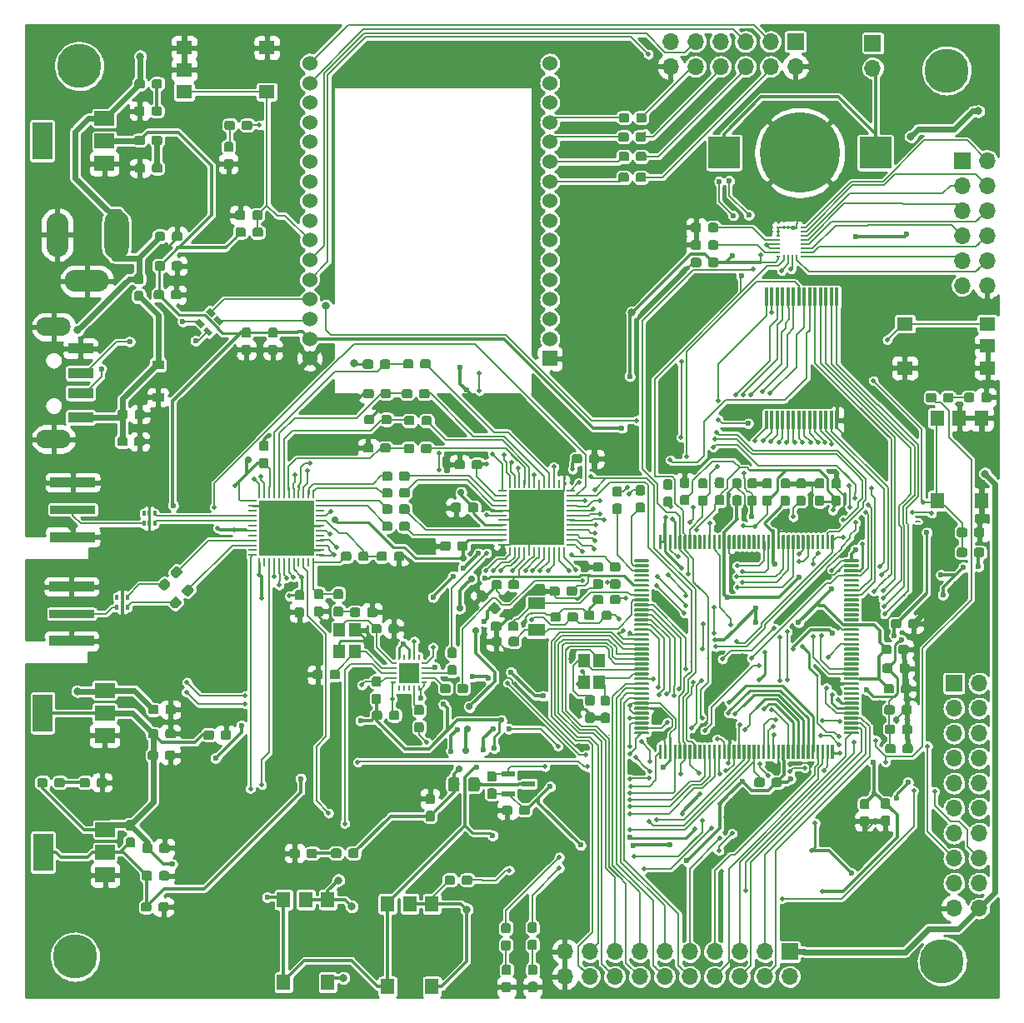
<source format=gbr>
G04 #@! TF.GenerationSoftware,KiCad,Pcbnew,6.0.0-unknown-cbea514~86~ubuntu18.04.1*
G04 #@! TF.CreationDate,2019-06-10T18:18:56-05:00*
G04 #@! TF.ProjectId,power,706f7765-722e-46b6-9963-61645f706362,rev?*
G04 #@! TF.SameCoordinates,Original*
G04 #@! TF.FileFunction,Copper,L1,Top*
G04 #@! TF.FilePolarity,Positive*
%FSLAX46Y46*%
G04 Gerber Fmt 4.6, Leading zero omitted, Abs format (unit mm)*
G04 Created by KiCad (PCBNEW 6.0.0-unknown-cbea514~86~ubuntu18.04.1) date 2019-06-10 18:18:56*
%MOMM*%
%LPD*%
G04 APERTURE LIST*
%ADD10O,4.500000X2.250000*%
%ADD11O,2.250000X4.500000*%
%ADD12O,2.500000X5.000000*%
%ADD13R,2.000000X1.500000*%
%ADD14R,2.000000X3.800000*%
%ADD15C,0.150000*%
%ADD16C,0.950000*%
%ADD17C,0.300000*%
%ADD18O,1.700000X1.700000*%
%ADD19R,1.700000X1.700000*%
%ADD20C,1.524000*%
%ADD21R,1.524000X1.524000*%
%ADD22R,5.588000X5.588000*%
%ADD23R,0.264800X0.807999*%
%ADD24R,0.807999X0.264800*%
%ADD25R,1.007999X0.264800*%
%ADD26R,0.380000X1.870000*%
%ADD27R,0.264800X0.907999*%
%ADD28R,1.198880X1.399540*%
%ADD29R,1.800000X1.200000*%
%ADD30R,0.260000X0.620000*%
%ADD31R,0.620000X0.260000*%
%ADD32R,2.000000X2.000000*%
%ADD33R,1.397000X1.600200*%
%ADD34R,1.600200X1.397000*%
%ADD35R,0.350000X0.230000*%
%ADD36R,0.230000X0.350000*%
%ADD37R,0.304800X0.508000*%
%ADD38R,1.320800X0.558800*%
%ADD39C,0.558800*%
%ADD40R,4.560000X0.850000*%
%ADD41R,4.560000X1.000000*%
%ADD42R,2.500000X1.100000*%
%ADD43O,3.500000X1.900000*%
%ADD44C,4.500000*%
%ADD45C,1.150000*%
%ADD46R,1.200000X0.900000*%
%ADD47R,3.200000X3.200000*%
%ADD48C,8.130000*%
%ADD49C,0.500000*%
%ADD50C,0.800000*%
%ADD51C,0.600000*%
%ADD52C,0.700000*%
%ADD53C,0.160000*%
%ADD54C,0.250000*%
%ADD55C,0.300000*%
%ADD56C,0.200000*%
%ADD57C,0.600000*%
G04 APERTURE END LIST*
D10*
X57861200Y-41630600D03*
D11*
X54861200Y-36930600D03*
D12*
X60861200Y-36930600D03*
D13*
X59639200Y-29683740D03*
X59639200Y-25083740D03*
X59639200Y-27383740D03*
D14*
X53339200Y-27383740D03*
D13*
X59723420Y-101987380D03*
X59723420Y-97387380D03*
X59723420Y-99687380D03*
D14*
X53423420Y-99687380D03*
D13*
X59670080Y-87814180D03*
X59670080Y-83214180D03*
X59670080Y-85514180D03*
D14*
X53370080Y-85514180D03*
D15*
G36*
X72385321Y-87298074D02*
G01*
X72465218Y-87356122D01*
X72514597Y-87441649D01*
X72526221Y-87515041D01*
X72526221Y-87990041D01*
X72505688Y-88086641D01*
X72447640Y-88166538D01*
X72362113Y-88215917D01*
X72288721Y-88227541D01*
X71713721Y-88227541D01*
X71617121Y-88207008D01*
X71537224Y-88148960D01*
X71487845Y-88063433D01*
X71476221Y-87990041D01*
X71476221Y-87515041D01*
X71496754Y-87418441D01*
X71554802Y-87338544D01*
X71640329Y-87289165D01*
X71713721Y-87277541D01*
X72288721Y-87277541D01*
X72385321Y-87298074D01*
X72385321Y-87298074D01*
G37*
D16*
X72001221Y-87752541D03*
D15*
G36*
X70635321Y-87298074D02*
G01*
X70715218Y-87356122D01*
X70764597Y-87441649D01*
X70776221Y-87515041D01*
X70776221Y-87990041D01*
X70755688Y-88086641D01*
X70697640Y-88166538D01*
X70612113Y-88215917D01*
X70538721Y-88227541D01*
X69963721Y-88227541D01*
X69867121Y-88207008D01*
X69787224Y-88148960D01*
X69737845Y-88063433D01*
X69726221Y-87990041D01*
X69726221Y-87515041D01*
X69746754Y-87418441D01*
X69804802Y-87338544D01*
X69890329Y-87289165D01*
X69963721Y-87277541D01*
X70538721Y-87277541D01*
X70635321Y-87298074D01*
X70635321Y-87298074D01*
G37*
D16*
X70251221Y-87752541D03*
D15*
G36*
X116277033Y-67413467D02*
G01*
X116299000Y-67466500D01*
X116299000Y-68791500D01*
X116277033Y-68844533D01*
X116224000Y-68866500D01*
X116074000Y-68866500D01*
X116020967Y-68844533D01*
X115999000Y-68791500D01*
X115999000Y-67466500D01*
X116020967Y-67413467D01*
X116074000Y-67391500D01*
X116224000Y-67391500D01*
X116277033Y-67413467D01*
X116277033Y-67413467D01*
G37*
D17*
X116149000Y-68129000D03*
D15*
G36*
X116777033Y-67413467D02*
G01*
X116799000Y-67466500D01*
X116799000Y-68791500D01*
X116777033Y-68844533D01*
X116724000Y-68866500D01*
X116574000Y-68866500D01*
X116520967Y-68844533D01*
X116499000Y-68791500D01*
X116499000Y-67466500D01*
X116520967Y-67413467D01*
X116574000Y-67391500D01*
X116724000Y-67391500D01*
X116777033Y-67413467D01*
X116777033Y-67413467D01*
G37*
D17*
X116649000Y-68129000D03*
D15*
G36*
X117277033Y-67413467D02*
G01*
X117299000Y-67466500D01*
X117299000Y-68791500D01*
X117277033Y-68844533D01*
X117224000Y-68866500D01*
X117074000Y-68866500D01*
X117020967Y-68844533D01*
X116999000Y-68791500D01*
X116999000Y-67466500D01*
X117020967Y-67413467D01*
X117074000Y-67391500D01*
X117224000Y-67391500D01*
X117277033Y-67413467D01*
X117277033Y-67413467D01*
G37*
D17*
X117149000Y-68129000D03*
D15*
G36*
X117777033Y-67413467D02*
G01*
X117799000Y-67466500D01*
X117799000Y-68791500D01*
X117777033Y-68844533D01*
X117724000Y-68866500D01*
X117574000Y-68866500D01*
X117520967Y-68844533D01*
X117499000Y-68791500D01*
X117499000Y-67466500D01*
X117520967Y-67413467D01*
X117574000Y-67391500D01*
X117724000Y-67391500D01*
X117777033Y-67413467D01*
X117777033Y-67413467D01*
G37*
D17*
X117649000Y-68129000D03*
D15*
G36*
X118277033Y-67413467D02*
G01*
X118299000Y-67466500D01*
X118299000Y-68791500D01*
X118277033Y-68844533D01*
X118224000Y-68866500D01*
X118074000Y-68866500D01*
X118020967Y-68844533D01*
X117999000Y-68791500D01*
X117999000Y-67466500D01*
X118020967Y-67413467D01*
X118074000Y-67391500D01*
X118224000Y-67391500D01*
X118277033Y-67413467D01*
X118277033Y-67413467D01*
G37*
D17*
X118149000Y-68129000D03*
D15*
G36*
X118777033Y-67413467D02*
G01*
X118799000Y-67466500D01*
X118799000Y-68791500D01*
X118777033Y-68844533D01*
X118724000Y-68866500D01*
X118574000Y-68866500D01*
X118520967Y-68844533D01*
X118499000Y-68791500D01*
X118499000Y-67466500D01*
X118520967Y-67413467D01*
X118574000Y-67391500D01*
X118724000Y-67391500D01*
X118777033Y-67413467D01*
X118777033Y-67413467D01*
G37*
D17*
X118649000Y-68129000D03*
D15*
G36*
X119277033Y-67413467D02*
G01*
X119299000Y-67466500D01*
X119299000Y-68791500D01*
X119277033Y-68844533D01*
X119224000Y-68866500D01*
X119074000Y-68866500D01*
X119020967Y-68844533D01*
X118999000Y-68791500D01*
X118999000Y-67466500D01*
X119020967Y-67413467D01*
X119074000Y-67391500D01*
X119224000Y-67391500D01*
X119277033Y-67413467D01*
X119277033Y-67413467D01*
G37*
D17*
X119149000Y-68129000D03*
D15*
G36*
X119777033Y-67413467D02*
G01*
X119799000Y-67466500D01*
X119799000Y-68791500D01*
X119777033Y-68844533D01*
X119724000Y-68866500D01*
X119574000Y-68866500D01*
X119520967Y-68844533D01*
X119499000Y-68791500D01*
X119499000Y-67466500D01*
X119520967Y-67413467D01*
X119574000Y-67391500D01*
X119724000Y-67391500D01*
X119777033Y-67413467D01*
X119777033Y-67413467D01*
G37*
D17*
X119649000Y-68129000D03*
D15*
G36*
X120277033Y-67413467D02*
G01*
X120299000Y-67466500D01*
X120299000Y-68791500D01*
X120277033Y-68844533D01*
X120224000Y-68866500D01*
X120074000Y-68866500D01*
X120020967Y-68844533D01*
X119999000Y-68791500D01*
X119999000Y-67466500D01*
X120020967Y-67413467D01*
X120074000Y-67391500D01*
X120224000Y-67391500D01*
X120277033Y-67413467D01*
X120277033Y-67413467D01*
G37*
D17*
X120149000Y-68129000D03*
D15*
G36*
X120777033Y-67413467D02*
G01*
X120799000Y-67466500D01*
X120799000Y-68791500D01*
X120777033Y-68844533D01*
X120724000Y-68866500D01*
X120574000Y-68866500D01*
X120520967Y-68844533D01*
X120499000Y-68791500D01*
X120499000Y-67466500D01*
X120520967Y-67413467D01*
X120574000Y-67391500D01*
X120724000Y-67391500D01*
X120777033Y-67413467D01*
X120777033Y-67413467D01*
G37*
D17*
X120649000Y-68129000D03*
D15*
G36*
X121277033Y-67413467D02*
G01*
X121299000Y-67466500D01*
X121299000Y-68791500D01*
X121277033Y-68844533D01*
X121224000Y-68866500D01*
X121074000Y-68866500D01*
X121020967Y-68844533D01*
X120999000Y-68791500D01*
X120999000Y-67466500D01*
X121020967Y-67413467D01*
X121074000Y-67391500D01*
X121224000Y-67391500D01*
X121277033Y-67413467D01*
X121277033Y-67413467D01*
G37*
D17*
X121149000Y-68129000D03*
D15*
G36*
X121777033Y-67413467D02*
G01*
X121799000Y-67466500D01*
X121799000Y-68791500D01*
X121777033Y-68844533D01*
X121724000Y-68866500D01*
X121574000Y-68866500D01*
X121520967Y-68844533D01*
X121499000Y-68791500D01*
X121499000Y-67466500D01*
X121520967Y-67413467D01*
X121574000Y-67391500D01*
X121724000Y-67391500D01*
X121777033Y-67413467D01*
X121777033Y-67413467D01*
G37*
D17*
X121649000Y-68129000D03*
D15*
G36*
X122277033Y-67413467D02*
G01*
X122299000Y-67466500D01*
X122299000Y-68791500D01*
X122277033Y-68844533D01*
X122224000Y-68866500D01*
X122074000Y-68866500D01*
X122020967Y-68844533D01*
X121999000Y-68791500D01*
X121999000Y-67466500D01*
X122020967Y-67413467D01*
X122074000Y-67391500D01*
X122224000Y-67391500D01*
X122277033Y-67413467D01*
X122277033Y-67413467D01*
G37*
D17*
X122149000Y-68129000D03*
D15*
G36*
X122777033Y-67413467D02*
G01*
X122799000Y-67466500D01*
X122799000Y-68791500D01*
X122777033Y-68844533D01*
X122724000Y-68866500D01*
X122574000Y-68866500D01*
X122520967Y-68844533D01*
X122499000Y-68791500D01*
X122499000Y-67466500D01*
X122520967Y-67413467D01*
X122574000Y-67391500D01*
X122724000Y-67391500D01*
X122777033Y-67413467D01*
X122777033Y-67413467D01*
G37*
D17*
X122649000Y-68129000D03*
D15*
G36*
X123277033Y-67413467D02*
G01*
X123299000Y-67466500D01*
X123299000Y-68791500D01*
X123277033Y-68844533D01*
X123224000Y-68866500D01*
X123074000Y-68866500D01*
X123020967Y-68844533D01*
X122999000Y-68791500D01*
X122999000Y-67466500D01*
X123020967Y-67413467D01*
X123074000Y-67391500D01*
X123224000Y-67391500D01*
X123277033Y-67413467D01*
X123277033Y-67413467D01*
G37*
D17*
X123149000Y-68129000D03*
D15*
G36*
X123777033Y-67413467D02*
G01*
X123799000Y-67466500D01*
X123799000Y-68791500D01*
X123777033Y-68844533D01*
X123724000Y-68866500D01*
X123574000Y-68866500D01*
X123520967Y-68844533D01*
X123499000Y-68791500D01*
X123499000Y-67466500D01*
X123520967Y-67413467D01*
X123574000Y-67391500D01*
X123724000Y-67391500D01*
X123777033Y-67413467D01*
X123777033Y-67413467D01*
G37*
D17*
X123649000Y-68129000D03*
D15*
G36*
X124277033Y-67413467D02*
G01*
X124299000Y-67466500D01*
X124299000Y-68791500D01*
X124277033Y-68844533D01*
X124224000Y-68866500D01*
X124074000Y-68866500D01*
X124020967Y-68844533D01*
X123999000Y-68791500D01*
X123999000Y-67466500D01*
X124020967Y-67413467D01*
X124074000Y-67391500D01*
X124224000Y-67391500D01*
X124277033Y-67413467D01*
X124277033Y-67413467D01*
G37*
D17*
X124149000Y-68129000D03*
D15*
G36*
X124777033Y-67413467D02*
G01*
X124799000Y-67466500D01*
X124799000Y-68791500D01*
X124777033Y-68844533D01*
X124724000Y-68866500D01*
X124574000Y-68866500D01*
X124520967Y-68844533D01*
X124499000Y-68791500D01*
X124499000Y-67466500D01*
X124520967Y-67413467D01*
X124574000Y-67391500D01*
X124724000Y-67391500D01*
X124777033Y-67413467D01*
X124777033Y-67413467D01*
G37*
D17*
X124649000Y-68129000D03*
D15*
G36*
X125277033Y-67413467D02*
G01*
X125299000Y-67466500D01*
X125299000Y-68791500D01*
X125277033Y-68844533D01*
X125224000Y-68866500D01*
X125074000Y-68866500D01*
X125020967Y-68844533D01*
X124999000Y-68791500D01*
X124999000Y-67466500D01*
X125020967Y-67413467D01*
X125074000Y-67391500D01*
X125224000Y-67391500D01*
X125277033Y-67413467D01*
X125277033Y-67413467D01*
G37*
D17*
X125149000Y-68129000D03*
D15*
G36*
X125777033Y-67413467D02*
G01*
X125799000Y-67466500D01*
X125799000Y-68791500D01*
X125777033Y-68844533D01*
X125724000Y-68866500D01*
X125574000Y-68866500D01*
X125520967Y-68844533D01*
X125499000Y-68791500D01*
X125499000Y-67466500D01*
X125520967Y-67413467D01*
X125574000Y-67391500D01*
X125724000Y-67391500D01*
X125777033Y-67413467D01*
X125777033Y-67413467D01*
G37*
D17*
X125649000Y-68129000D03*
D15*
G36*
X126277033Y-67413467D02*
G01*
X126299000Y-67466500D01*
X126299000Y-68791500D01*
X126277033Y-68844533D01*
X126224000Y-68866500D01*
X126074000Y-68866500D01*
X126020967Y-68844533D01*
X125999000Y-68791500D01*
X125999000Y-67466500D01*
X126020967Y-67413467D01*
X126074000Y-67391500D01*
X126224000Y-67391500D01*
X126277033Y-67413467D01*
X126277033Y-67413467D01*
G37*
D17*
X126149000Y-68129000D03*
D15*
G36*
X126777033Y-67413467D02*
G01*
X126799000Y-67466500D01*
X126799000Y-68791500D01*
X126777033Y-68844533D01*
X126724000Y-68866500D01*
X126574000Y-68866500D01*
X126520967Y-68844533D01*
X126499000Y-68791500D01*
X126499000Y-67466500D01*
X126520967Y-67413467D01*
X126574000Y-67391500D01*
X126724000Y-67391500D01*
X126777033Y-67413467D01*
X126777033Y-67413467D01*
G37*
D17*
X126649000Y-68129000D03*
D15*
G36*
X127277033Y-67413467D02*
G01*
X127299000Y-67466500D01*
X127299000Y-68791500D01*
X127277033Y-68844533D01*
X127224000Y-68866500D01*
X127074000Y-68866500D01*
X127020967Y-68844533D01*
X126999000Y-68791500D01*
X126999000Y-67466500D01*
X127020967Y-67413467D01*
X127074000Y-67391500D01*
X127224000Y-67391500D01*
X127277033Y-67413467D01*
X127277033Y-67413467D01*
G37*
D17*
X127149000Y-68129000D03*
D15*
G36*
X127777033Y-67413467D02*
G01*
X127799000Y-67466500D01*
X127799000Y-68791500D01*
X127777033Y-68844533D01*
X127724000Y-68866500D01*
X127574000Y-68866500D01*
X127520967Y-68844533D01*
X127499000Y-68791500D01*
X127499000Y-67466500D01*
X127520967Y-67413467D01*
X127574000Y-67391500D01*
X127724000Y-67391500D01*
X127777033Y-67413467D01*
X127777033Y-67413467D01*
G37*
D17*
X127649000Y-68129000D03*
D15*
G36*
X128277033Y-67413467D02*
G01*
X128299000Y-67466500D01*
X128299000Y-68791500D01*
X128277033Y-68844533D01*
X128224000Y-68866500D01*
X128074000Y-68866500D01*
X128020967Y-68844533D01*
X127999000Y-68791500D01*
X127999000Y-67466500D01*
X128020967Y-67413467D01*
X128074000Y-67391500D01*
X128224000Y-67391500D01*
X128277033Y-67413467D01*
X128277033Y-67413467D01*
G37*
D17*
X128149000Y-68129000D03*
D15*
G36*
X128777033Y-67413467D02*
G01*
X128799000Y-67466500D01*
X128799000Y-68791500D01*
X128777033Y-68844533D01*
X128724000Y-68866500D01*
X128574000Y-68866500D01*
X128520967Y-68844533D01*
X128499000Y-68791500D01*
X128499000Y-67466500D01*
X128520967Y-67413467D01*
X128574000Y-67391500D01*
X128724000Y-67391500D01*
X128777033Y-67413467D01*
X128777033Y-67413467D01*
G37*
D17*
X128649000Y-68129000D03*
D15*
G36*
X129277033Y-67413467D02*
G01*
X129299000Y-67466500D01*
X129299000Y-68791500D01*
X129277033Y-68844533D01*
X129224000Y-68866500D01*
X129074000Y-68866500D01*
X129020967Y-68844533D01*
X128999000Y-68791500D01*
X128999000Y-67466500D01*
X129020967Y-67413467D01*
X129074000Y-67391500D01*
X129224000Y-67391500D01*
X129277033Y-67413467D01*
X129277033Y-67413467D01*
G37*
D17*
X129149000Y-68129000D03*
D15*
G36*
X129777033Y-67413467D02*
G01*
X129799000Y-67466500D01*
X129799000Y-68791500D01*
X129777033Y-68844533D01*
X129724000Y-68866500D01*
X129574000Y-68866500D01*
X129520967Y-68844533D01*
X129499000Y-68791500D01*
X129499000Y-67466500D01*
X129520967Y-67413467D01*
X129574000Y-67391500D01*
X129724000Y-67391500D01*
X129777033Y-67413467D01*
X129777033Y-67413467D01*
G37*
D17*
X129649000Y-68129000D03*
D15*
G36*
X130277033Y-67413467D02*
G01*
X130299000Y-67466500D01*
X130299000Y-68791500D01*
X130277033Y-68844533D01*
X130224000Y-68866500D01*
X130074000Y-68866500D01*
X130020967Y-68844533D01*
X129999000Y-68791500D01*
X129999000Y-67466500D01*
X130020967Y-67413467D01*
X130074000Y-67391500D01*
X130224000Y-67391500D01*
X130277033Y-67413467D01*
X130277033Y-67413467D01*
G37*
D17*
X130149000Y-68129000D03*
D15*
G36*
X130777033Y-67413467D02*
G01*
X130799000Y-67466500D01*
X130799000Y-68791500D01*
X130777033Y-68844533D01*
X130724000Y-68866500D01*
X130574000Y-68866500D01*
X130520967Y-68844533D01*
X130499000Y-68791500D01*
X130499000Y-67466500D01*
X130520967Y-67413467D01*
X130574000Y-67391500D01*
X130724000Y-67391500D01*
X130777033Y-67413467D01*
X130777033Y-67413467D01*
G37*
D17*
X130649000Y-68129000D03*
D15*
G36*
X131277033Y-67413467D02*
G01*
X131299000Y-67466500D01*
X131299000Y-68791500D01*
X131277033Y-68844533D01*
X131224000Y-68866500D01*
X131074000Y-68866500D01*
X131020967Y-68844533D01*
X130999000Y-68791500D01*
X130999000Y-67466500D01*
X131020967Y-67413467D01*
X131074000Y-67391500D01*
X131224000Y-67391500D01*
X131277033Y-67413467D01*
X131277033Y-67413467D01*
G37*
D17*
X131149000Y-68129000D03*
D15*
G36*
X131777033Y-67413467D02*
G01*
X131799000Y-67466500D01*
X131799000Y-68791500D01*
X131777033Y-68844533D01*
X131724000Y-68866500D01*
X131574000Y-68866500D01*
X131520967Y-68844533D01*
X131499000Y-68791500D01*
X131499000Y-67466500D01*
X131520967Y-67413467D01*
X131574000Y-67391500D01*
X131724000Y-67391500D01*
X131777033Y-67413467D01*
X131777033Y-67413467D01*
G37*
D17*
X131649000Y-68129000D03*
D15*
G36*
X132277033Y-67413467D02*
G01*
X132299000Y-67466500D01*
X132299000Y-68791500D01*
X132277033Y-68844533D01*
X132224000Y-68866500D01*
X132074000Y-68866500D01*
X132020967Y-68844533D01*
X131999000Y-68791500D01*
X131999000Y-67466500D01*
X132020967Y-67413467D01*
X132074000Y-67391500D01*
X132224000Y-67391500D01*
X132277033Y-67413467D01*
X132277033Y-67413467D01*
G37*
D17*
X132149000Y-68129000D03*
D15*
G36*
X132777033Y-67413467D02*
G01*
X132799000Y-67466500D01*
X132799000Y-68791500D01*
X132777033Y-68844533D01*
X132724000Y-68866500D01*
X132574000Y-68866500D01*
X132520967Y-68844533D01*
X132499000Y-68791500D01*
X132499000Y-67466500D01*
X132520967Y-67413467D01*
X132574000Y-67391500D01*
X132724000Y-67391500D01*
X132777033Y-67413467D01*
X132777033Y-67413467D01*
G37*
D17*
X132649000Y-68129000D03*
D15*
G36*
X133277033Y-67413467D02*
G01*
X133299000Y-67466500D01*
X133299000Y-68791500D01*
X133277033Y-68844533D01*
X133224000Y-68866500D01*
X133074000Y-68866500D01*
X133020967Y-68844533D01*
X132999000Y-68791500D01*
X132999000Y-67466500D01*
X133020967Y-67413467D01*
X133074000Y-67391500D01*
X133224000Y-67391500D01*
X133277033Y-67413467D01*
X133277033Y-67413467D01*
G37*
D17*
X133149000Y-68129000D03*
D15*
G36*
X133777033Y-67413467D02*
G01*
X133799000Y-67466500D01*
X133799000Y-68791500D01*
X133777033Y-68844533D01*
X133724000Y-68866500D01*
X133574000Y-68866500D01*
X133520967Y-68844533D01*
X133499000Y-68791500D01*
X133499000Y-67466500D01*
X133520967Y-67413467D01*
X133574000Y-67391500D01*
X133724000Y-67391500D01*
X133777033Y-67413467D01*
X133777033Y-67413467D01*
G37*
D17*
X133649000Y-68129000D03*
D15*
G36*
X136277033Y-69913467D02*
G01*
X136299000Y-69966500D01*
X136299000Y-70116500D01*
X136277033Y-70169533D01*
X136224000Y-70191500D01*
X134899000Y-70191500D01*
X134845967Y-70169533D01*
X134824000Y-70116500D01*
X134824000Y-69966500D01*
X134845967Y-69913467D01*
X134899000Y-69891500D01*
X136224000Y-69891500D01*
X136277033Y-69913467D01*
X136277033Y-69913467D01*
G37*
D17*
X135561500Y-70041500D03*
D15*
G36*
X136277033Y-70413467D02*
G01*
X136299000Y-70466500D01*
X136299000Y-70616500D01*
X136277033Y-70669533D01*
X136224000Y-70691500D01*
X134899000Y-70691500D01*
X134845967Y-70669533D01*
X134824000Y-70616500D01*
X134824000Y-70466500D01*
X134845967Y-70413467D01*
X134899000Y-70391500D01*
X136224000Y-70391500D01*
X136277033Y-70413467D01*
X136277033Y-70413467D01*
G37*
D17*
X135561500Y-70541500D03*
D15*
G36*
X136277033Y-70913467D02*
G01*
X136299000Y-70966500D01*
X136299000Y-71116500D01*
X136277033Y-71169533D01*
X136224000Y-71191500D01*
X134899000Y-71191500D01*
X134845967Y-71169533D01*
X134824000Y-71116500D01*
X134824000Y-70966500D01*
X134845967Y-70913467D01*
X134899000Y-70891500D01*
X136224000Y-70891500D01*
X136277033Y-70913467D01*
X136277033Y-70913467D01*
G37*
D17*
X135561500Y-71041500D03*
D15*
G36*
X136277033Y-71413467D02*
G01*
X136299000Y-71466500D01*
X136299000Y-71616500D01*
X136277033Y-71669533D01*
X136224000Y-71691500D01*
X134899000Y-71691500D01*
X134845967Y-71669533D01*
X134824000Y-71616500D01*
X134824000Y-71466500D01*
X134845967Y-71413467D01*
X134899000Y-71391500D01*
X136224000Y-71391500D01*
X136277033Y-71413467D01*
X136277033Y-71413467D01*
G37*
D17*
X135561500Y-71541500D03*
D15*
G36*
X136277033Y-71913467D02*
G01*
X136299000Y-71966500D01*
X136299000Y-72116500D01*
X136277033Y-72169533D01*
X136224000Y-72191500D01*
X134899000Y-72191500D01*
X134845967Y-72169533D01*
X134824000Y-72116500D01*
X134824000Y-71966500D01*
X134845967Y-71913467D01*
X134899000Y-71891500D01*
X136224000Y-71891500D01*
X136277033Y-71913467D01*
X136277033Y-71913467D01*
G37*
D17*
X135561500Y-72041500D03*
D15*
G36*
X136277033Y-72413467D02*
G01*
X136299000Y-72466500D01*
X136299000Y-72616500D01*
X136277033Y-72669533D01*
X136224000Y-72691500D01*
X134899000Y-72691500D01*
X134845967Y-72669533D01*
X134824000Y-72616500D01*
X134824000Y-72466500D01*
X134845967Y-72413467D01*
X134899000Y-72391500D01*
X136224000Y-72391500D01*
X136277033Y-72413467D01*
X136277033Y-72413467D01*
G37*
D17*
X135561500Y-72541500D03*
D15*
G36*
X136277033Y-72913467D02*
G01*
X136299000Y-72966500D01*
X136299000Y-73116500D01*
X136277033Y-73169533D01*
X136224000Y-73191500D01*
X134899000Y-73191500D01*
X134845967Y-73169533D01*
X134824000Y-73116500D01*
X134824000Y-72966500D01*
X134845967Y-72913467D01*
X134899000Y-72891500D01*
X136224000Y-72891500D01*
X136277033Y-72913467D01*
X136277033Y-72913467D01*
G37*
D17*
X135561500Y-73041500D03*
D15*
G36*
X136277033Y-73413467D02*
G01*
X136299000Y-73466500D01*
X136299000Y-73616500D01*
X136277033Y-73669533D01*
X136224000Y-73691500D01*
X134899000Y-73691500D01*
X134845967Y-73669533D01*
X134824000Y-73616500D01*
X134824000Y-73466500D01*
X134845967Y-73413467D01*
X134899000Y-73391500D01*
X136224000Y-73391500D01*
X136277033Y-73413467D01*
X136277033Y-73413467D01*
G37*
D17*
X135561500Y-73541500D03*
D15*
G36*
X136277033Y-73913467D02*
G01*
X136299000Y-73966500D01*
X136299000Y-74116500D01*
X136277033Y-74169533D01*
X136224000Y-74191500D01*
X134899000Y-74191500D01*
X134845967Y-74169533D01*
X134824000Y-74116500D01*
X134824000Y-73966500D01*
X134845967Y-73913467D01*
X134899000Y-73891500D01*
X136224000Y-73891500D01*
X136277033Y-73913467D01*
X136277033Y-73913467D01*
G37*
D17*
X135561500Y-74041500D03*
D15*
G36*
X136277033Y-74413467D02*
G01*
X136299000Y-74466500D01*
X136299000Y-74616500D01*
X136277033Y-74669533D01*
X136224000Y-74691500D01*
X134899000Y-74691500D01*
X134845967Y-74669533D01*
X134824000Y-74616500D01*
X134824000Y-74466500D01*
X134845967Y-74413467D01*
X134899000Y-74391500D01*
X136224000Y-74391500D01*
X136277033Y-74413467D01*
X136277033Y-74413467D01*
G37*
D17*
X135561500Y-74541500D03*
D15*
G36*
X136277033Y-74913467D02*
G01*
X136299000Y-74966500D01*
X136299000Y-75116500D01*
X136277033Y-75169533D01*
X136224000Y-75191500D01*
X134899000Y-75191500D01*
X134845967Y-75169533D01*
X134824000Y-75116500D01*
X134824000Y-74966500D01*
X134845967Y-74913467D01*
X134899000Y-74891500D01*
X136224000Y-74891500D01*
X136277033Y-74913467D01*
X136277033Y-74913467D01*
G37*
D17*
X135561500Y-75041500D03*
D15*
G36*
X136277033Y-75413467D02*
G01*
X136299000Y-75466500D01*
X136299000Y-75616500D01*
X136277033Y-75669533D01*
X136224000Y-75691500D01*
X134899000Y-75691500D01*
X134845967Y-75669533D01*
X134824000Y-75616500D01*
X134824000Y-75466500D01*
X134845967Y-75413467D01*
X134899000Y-75391500D01*
X136224000Y-75391500D01*
X136277033Y-75413467D01*
X136277033Y-75413467D01*
G37*
D17*
X135561500Y-75541500D03*
D15*
G36*
X136277033Y-75913467D02*
G01*
X136299000Y-75966500D01*
X136299000Y-76116500D01*
X136277033Y-76169533D01*
X136224000Y-76191500D01*
X134899000Y-76191500D01*
X134845967Y-76169533D01*
X134824000Y-76116500D01*
X134824000Y-75966500D01*
X134845967Y-75913467D01*
X134899000Y-75891500D01*
X136224000Y-75891500D01*
X136277033Y-75913467D01*
X136277033Y-75913467D01*
G37*
D17*
X135561500Y-76041500D03*
D15*
G36*
X136277033Y-76413467D02*
G01*
X136299000Y-76466500D01*
X136299000Y-76616500D01*
X136277033Y-76669533D01*
X136224000Y-76691500D01*
X134899000Y-76691500D01*
X134845967Y-76669533D01*
X134824000Y-76616500D01*
X134824000Y-76466500D01*
X134845967Y-76413467D01*
X134899000Y-76391500D01*
X136224000Y-76391500D01*
X136277033Y-76413467D01*
X136277033Y-76413467D01*
G37*
D17*
X135561500Y-76541500D03*
D15*
G36*
X136277033Y-76913467D02*
G01*
X136299000Y-76966500D01*
X136299000Y-77116500D01*
X136277033Y-77169533D01*
X136224000Y-77191500D01*
X134899000Y-77191500D01*
X134845967Y-77169533D01*
X134824000Y-77116500D01*
X134824000Y-76966500D01*
X134845967Y-76913467D01*
X134899000Y-76891500D01*
X136224000Y-76891500D01*
X136277033Y-76913467D01*
X136277033Y-76913467D01*
G37*
D17*
X135561500Y-77041500D03*
D15*
G36*
X136277033Y-77413467D02*
G01*
X136299000Y-77466500D01*
X136299000Y-77616500D01*
X136277033Y-77669533D01*
X136224000Y-77691500D01*
X134899000Y-77691500D01*
X134845967Y-77669533D01*
X134824000Y-77616500D01*
X134824000Y-77466500D01*
X134845967Y-77413467D01*
X134899000Y-77391500D01*
X136224000Y-77391500D01*
X136277033Y-77413467D01*
X136277033Y-77413467D01*
G37*
D17*
X135561500Y-77541500D03*
D15*
G36*
X136277033Y-77913467D02*
G01*
X136299000Y-77966500D01*
X136299000Y-78116500D01*
X136277033Y-78169533D01*
X136224000Y-78191500D01*
X134899000Y-78191500D01*
X134845967Y-78169533D01*
X134824000Y-78116500D01*
X134824000Y-77966500D01*
X134845967Y-77913467D01*
X134899000Y-77891500D01*
X136224000Y-77891500D01*
X136277033Y-77913467D01*
X136277033Y-77913467D01*
G37*
D17*
X135561500Y-78041500D03*
D15*
G36*
X136277033Y-78413467D02*
G01*
X136299000Y-78466500D01*
X136299000Y-78616500D01*
X136277033Y-78669533D01*
X136224000Y-78691500D01*
X134899000Y-78691500D01*
X134845967Y-78669533D01*
X134824000Y-78616500D01*
X134824000Y-78466500D01*
X134845967Y-78413467D01*
X134899000Y-78391500D01*
X136224000Y-78391500D01*
X136277033Y-78413467D01*
X136277033Y-78413467D01*
G37*
D17*
X135561500Y-78541500D03*
D15*
G36*
X136277033Y-78913467D02*
G01*
X136299000Y-78966500D01*
X136299000Y-79116500D01*
X136277033Y-79169533D01*
X136224000Y-79191500D01*
X134899000Y-79191500D01*
X134845967Y-79169533D01*
X134824000Y-79116500D01*
X134824000Y-78966500D01*
X134845967Y-78913467D01*
X134899000Y-78891500D01*
X136224000Y-78891500D01*
X136277033Y-78913467D01*
X136277033Y-78913467D01*
G37*
D17*
X135561500Y-79041500D03*
D15*
G36*
X136277033Y-79413467D02*
G01*
X136299000Y-79466500D01*
X136299000Y-79616500D01*
X136277033Y-79669533D01*
X136224000Y-79691500D01*
X134899000Y-79691500D01*
X134845967Y-79669533D01*
X134824000Y-79616500D01*
X134824000Y-79466500D01*
X134845967Y-79413467D01*
X134899000Y-79391500D01*
X136224000Y-79391500D01*
X136277033Y-79413467D01*
X136277033Y-79413467D01*
G37*
D17*
X135561500Y-79541500D03*
D15*
G36*
X136277033Y-79913467D02*
G01*
X136299000Y-79966500D01*
X136299000Y-80116500D01*
X136277033Y-80169533D01*
X136224000Y-80191500D01*
X134899000Y-80191500D01*
X134845967Y-80169533D01*
X134824000Y-80116500D01*
X134824000Y-79966500D01*
X134845967Y-79913467D01*
X134899000Y-79891500D01*
X136224000Y-79891500D01*
X136277033Y-79913467D01*
X136277033Y-79913467D01*
G37*
D17*
X135561500Y-80041500D03*
D15*
G36*
X136277033Y-80413467D02*
G01*
X136299000Y-80466500D01*
X136299000Y-80616500D01*
X136277033Y-80669533D01*
X136224000Y-80691500D01*
X134899000Y-80691500D01*
X134845967Y-80669533D01*
X134824000Y-80616500D01*
X134824000Y-80466500D01*
X134845967Y-80413467D01*
X134899000Y-80391500D01*
X136224000Y-80391500D01*
X136277033Y-80413467D01*
X136277033Y-80413467D01*
G37*
D17*
X135561500Y-80541500D03*
D15*
G36*
X136277033Y-80913467D02*
G01*
X136299000Y-80966500D01*
X136299000Y-81116500D01*
X136277033Y-81169533D01*
X136224000Y-81191500D01*
X134899000Y-81191500D01*
X134845967Y-81169533D01*
X134824000Y-81116500D01*
X134824000Y-80966500D01*
X134845967Y-80913467D01*
X134899000Y-80891500D01*
X136224000Y-80891500D01*
X136277033Y-80913467D01*
X136277033Y-80913467D01*
G37*
D17*
X135561500Y-81041500D03*
D15*
G36*
X136277033Y-81413467D02*
G01*
X136299000Y-81466500D01*
X136299000Y-81616500D01*
X136277033Y-81669533D01*
X136224000Y-81691500D01*
X134899000Y-81691500D01*
X134845967Y-81669533D01*
X134824000Y-81616500D01*
X134824000Y-81466500D01*
X134845967Y-81413467D01*
X134899000Y-81391500D01*
X136224000Y-81391500D01*
X136277033Y-81413467D01*
X136277033Y-81413467D01*
G37*
D17*
X135561500Y-81541500D03*
D15*
G36*
X136277033Y-81913467D02*
G01*
X136299000Y-81966500D01*
X136299000Y-82116500D01*
X136277033Y-82169533D01*
X136224000Y-82191500D01*
X134899000Y-82191500D01*
X134845967Y-82169533D01*
X134824000Y-82116500D01*
X134824000Y-81966500D01*
X134845967Y-81913467D01*
X134899000Y-81891500D01*
X136224000Y-81891500D01*
X136277033Y-81913467D01*
X136277033Y-81913467D01*
G37*
D17*
X135561500Y-82041500D03*
D15*
G36*
X136277033Y-82413467D02*
G01*
X136299000Y-82466500D01*
X136299000Y-82616500D01*
X136277033Y-82669533D01*
X136224000Y-82691500D01*
X134899000Y-82691500D01*
X134845967Y-82669533D01*
X134824000Y-82616500D01*
X134824000Y-82466500D01*
X134845967Y-82413467D01*
X134899000Y-82391500D01*
X136224000Y-82391500D01*
X136277033Y-82413467D01*
X136277033Y-82413467D01*
G37*
D17*
X135561500Y-82541500D03*
D15*
G36*
X136277033Y-82913467D02*
G01*
X136299000Y-82966500D01*
X136299000Y-83116500D01*
X136277033Y-83169533D01*
X136224000Y-83191500D01*
X134899000Y-83191500D01*
X134845967Y-83169533D01*
X134824000Y-83116500D01*
X134824000Y-82966500D01*
X134845967Y-82913467D01*
X134899000Y-82891500D01*
X136224000Y-82891500D01*
X136277033Y-82913467D01*
X136277033Y-82913467D01*
G37*
D17*
X135561500Y-83041500D03*
D15*
G36*
X136277033Y-83413467D02*
G01*
X136299000Y-83466500D01*
X136299000Y-83616500D01*
X136277033Y-83669533D01*
X136224000Y-83691500D01*
X134899000Y-83691500D01*
X134845967Y-83669533D01*
X134824000Y-83616500D01*
X134824000Y-83466500D01*
X134845967Y-83413467D01*
X134899000Y-83391500D01*
X136224000Y-83391500D01*
X136277033Y-83413467D01*
X136277033Y-83413467D01*
G37*
D17*
X135561500Y-83541500D03*
D15*
G36*
X136277033Y-83913467D02*
G01*
X136299000Y-83966500D01*
X136299000Y-84116500D01*
X136277033Y-84169533D01*
X136224000Y-84191500D01*
X134899000Y-84191500D01*
X134845967Y-84169533D01*
X134824000Y-84116500D01*
X134824000Y-83966500D01*
X134845967Y-83913467D01*
X134899000Y-83891500D01*
X136224000Y-83891500D01*
X136277033Y-83913467D01*
X136277033Y-83913467D01*
G37*
D17*
X135561500Y-84041500D03*
D15*
G36*
X136277033Y-84413467D02*
G01*
X136299000Y-84466500D01*
X136299000Y-84616500D01*
X136277033Y-84669533D01*
X136224000Y-84691500D01*
X134899000Y-84691500D01*
X134845967Y-84669533D01*
X134824000Y-84616500D01*
X134824000Y-84466500D01*
X134845967Y-84413467D01*
X134899000Y-84391500D01*
X136224000Y-84391500D01*
X136277033Y-84413467D01*
X136277033Y-84413467D01*
G37*
D17*
X135561500Y-84541500D03*
D15*
G36*
X136277033Y-84913467D02*
G01*
X136299000Y-84966500D01*
X136299000Y-85116500D01*
X136277033Y-85169533D01*
X136224000Y-85191500D01*
X134899000Y-85191500D01*
X134845967Y-85169533D01*
X134824000Y-85116500D01*
X134824000Y-84966500D01*
X134845967Y-84913467D01*
X134899000Y-84891500D01*
X136224000Y-84891500D01*
X136277033Y-84913467D01*
X136277033Y-84913467D01*
G37*
D17*
X135561500Y-85041500D03*
D15*
G36*
X136277033Y-85413467D02*
G01*
X136299000Y-85466500D01*
X136299000Y-85616500D01*
X136277033Y-85669533D01*
X136224000Y-85691500D01*
X134899000Y-85691500D01*
X134845967Y-85669533D01*
X134824000Y-85616500D01*
X134824000Y-85466500D01*
X134845967Y-85413467D01*
X134899000Y-85391500D01*
X136224000Y-85391500D01*
X136277033Y-85413467D01*
X136277033Y-85413467D01*
G37*
D17*
X135561500Y-85541500D03*
D15*
G36*
X136277033Y-85913467D02*
G01*
X136299000Y-85966500D01*
X136299000Y-86116500D01*
X136277033Y-86169533D01*
X136224000Y-86191500D01*
X134899000Y-86191500D01*
X134845967Y-86169533D01*
X134824000Y-86116500D01*
X134824000Y-85966500D01*
X134845967Y-85913467D01*
X134899000Y-85891500D01*
X136224000Y-85891500D01*
X136277033Y-85913467D01*
X136277033Y-85913467D01*
G37*
D17*
X135561500Y-86041500D03*
D15*
G36*
X136277033Y-86413467D02*
G01*
X136299000Y-86466500D01*
X136299000Y-86616500D01*
X136277033Y-86669533D01*
X136224000Y-86691500D01*
X134899000Y-86691500D01*
X134845967Y-86669533D01*
X134824000Y-86616500D01*
X134824000Y-86466500D01*
X134845967Y-86413467D01*
X134899000Y-86391500D01*
X136224000Y-86391500D01*
X136277033Y-86413467D01*
X136277033Y-86413467D01*
G37*
D17*
X135561500Y-86541500D03*
D15*
G36*
X136277033Y-86913467D02*
G01*
X136299000Y-86966500D01*
X136299000Y-87116500D01*
X136277033Y-87169533D01*
X136224000Y-87191500D01*
X134899000Y-87191500D01*
X134845967Y-87169533D01*
X134824000Y-87116500D01*
X134824000Y-86966500D01*
X134845967Y-86913467D01*
X134899000Y-86891500D01*
X136224000Y-86891500D01*
X136277033Y-86913467D01*
X136277033Y-86913467D01*
G37*
D17*
X135561500Y-87041500D03*
D15*
G36*
X136277033Y-87413467D02*
G01*
X136299000Y-87466500D01*
X136299000Y-87616500D01*
X136277033Y-87669533D01*
X136224000Y-87691500D01*
X134899000Y-87691500D01*
X134845967Y-87669533D01*
X134824000Y-87616500D01*
X134824000Y-87466500D01*
X134845967Y-87413467D01*
X134899000Y-87391500D01*
X136224000Y-87391500D01*
X136277033Y-87413467D01*
X136277033Y-87413467D01*
G37*
D17*
X135561500Y-87541500D03*
D15*
G36*
X133777033Y-88738467D02*
G01*
X133799000Y-88791500D01*
X133799000Y-90116500D01*
X133777033Y-90169533D01*
X133724000Y-90191500D01*
X133574000Y-90191500D01*
X133520967Y-90169533D01*
X133499000Y-90116500D01*
X133499000Y-88791500D01*
X133520967Y-88738467D01*
X133574000Y-88716500D01*
X133724000Y-88716500D01*
X133777033Y-88738467D01*
X133777033Y-88738467D01*
G37*
D17*
X133649000Y-89454000D03*
D15*
G36*
X133277033Y-88738467D02*
G01*
X133299000Y-88791500D01*
X133299000Y-90116500D01*
X133277033Y-90169533D01*
X133224000Y-90191500D01*
X133074000Y-90191500D01*
X133020967Y-90169533D01*
X132999000Y-90116500D01*
X132999000Y-88791500D01*
X133020967Y-88738467D01*
X133074000Y-88716500D01*
X133224000Y-88716500D01*
X133277033Y-88738467D01*
X133277033Y-88738467D01*
G37*
D17*
X133149000Y-89454000D03*
D15*
G36*
X132777033Y-88738467D02*
G01*
X132799000Y-88791500D01*
X132799000Y-90116500D01*
X132777033Y-90169533D01*
X132724000Y-90191500D01*
X132574000Y-90191500D01*
X132520967Y-90169533D01*
X132499000Y-90116500D01*
X132499000Y-88791500D01*
X132520967Y-88738467D01*
X132574000Y-88716500D01*
X132724000Y-88716500D01*
X132777033Y-88738467D01*
X132777033Y-88738467D01*
G37*
D17*
X132649000Y-89454000D03*
D15*
G36*
X132277033Y-88738467D02*
G01*
X132299000Y-88791500D01*
X132299000Y-90116500D01*
X132277033Y-90169533D01*
X132224000Y-90191500D01*
X132074000Y-90191500D01*
X132020967Y-90169533D01*
X131999000Y-90116500D01*
X131999000Y-88791500D01*
X132020967Y-88738467D01*
X132074000Y-88716500D01*
X132224000Y-88716500D01*
X132277033Y-88738467D01*
X132277033Y-88738467D01*
G37*
D17*
X132149000Y-89454000D03*
D15*
G36*
X131777033Y-88738467D02*
G01*
X131799000Y-88791500D01*
X131799000Y-90116500D01*
X131777033Y-90169533D01*
X131724000Y-90191500D01*
X131574000Y-90191500D01*
X131520967Y-90169533D01*
X131499000Y-90116500D01*
X131499000Y-88791500D01*
X131520967Y-88738467D01*
X131574000Y-88716500D01*
X131724000Y-88716500D01*
X131777033Y-88738467D01*
X131777033Y-88738467D01*
G37*
D17*
X131649000Y-89454000D03*
D15*
G36*
X131277033Y-88738467D02*
G01*
X131299000Y-88791500D01*
X131299000Y-90116500D01*
X131277033Y-90169533D01*
X131224000Y-90191500D01*
X131074000Y-90191500D01*
X131020967Y-90169533D01*
X130999000Y-90116500D01*
X130999000Y-88791500D01*
X131020967Y-88738467D01*
X131074000Y-88716500D01*
X131224000Y-88716500D01*
X131277033Y-88738467D01*
X131277033Y-88738467D01*
G37*
D17*
X131149000Y-89454000D03*
D15*
G36*
X130777033Y-88738467D02*
G01*
X130799000Y-88791500D01*
X130799000Y-90116500D01*
X130777033Y-90169533D01*
X130724000Y-90191500D01*
X130574000Y-90191500D01*
X130520967Y-90169533D01*
X130499000Y-90116500D01*
X130499000Y-88791500D01*
X130520967Y-88738467D01*
X130574000Y-88716500D01*
X130724000Y-88716500D01*
X130777033Y-88738467D01*
X130777033Y-88738467D01*
G37*
D17*
X130649000Y-89454000D03*
D15*
G36*
X130277033Y-88738467D02*
G01*
X130299000Y-88791500D01*
X130299000Y-90116500D01*
X130277033Y-90169533D01*
X130224000Y-90191500D01*
X130074000Y-90191500D01*
X130020967Y-90169533D01*
X129999000Y-90116500D01*
X129999000Y-88791500D01*
X130020967Y-88738467D01*
X130074000Y-88716500D01*
X130224000Y-88716500D01*
X130277033Y-88738467D01*
X130277033Y-88738467D01*
G37*
D17*
X130149000Y-89454000D03*
D15*
G36*
X129777033Y-88738467D02*
G01*
X129799000Y-88791500D01*
X129799000Y-90116500D01*
X129777033Y-90169533D01*
X129724000Y-90191500D01*
X129574000Y-90191500D01*
X129520967Y-90169533D01*
X129499000Y-90116500D01*
X129499000Y-88791500D01*
X129520967Y-88738467D01*
X129574000Y-88716500D01*
X129724000Y-88716500D01*
X129777033Y-88738467D01*
X129777033Y-88738467D01*
G37*
D17*
X129649000Y-89454000D03*
D15*
G36*
X129277033Y-88738467D02*
G01*
X129299000Y-88791500D01*
X129299000Y-90116500D01*
X129277033Y-90169533D01*
X129224000Y-90191500D01*
X129074000Y-90191500D01*
X129020967Y-90169533D01*
X128999000Y-90116500D01*
X128999000Y-88791500D01*
X129020967Y-88738467D01*
X129074000Y-88716500D01*
X129224000Y-88716500D01*
X129277033Y-88738467D01*
X129277033Y-88738467D01*
G37*
D17*
X129149000Y-89454000D03*
D15*
G36*
X128777033Y-88738467D02*
G01*
X128799000Y-88791500D01*
X128799000Y-90116500D01*
X128777033Y-90169533D01*
X128724000Y-90191500D01*
X128574000Y-90191500D01*
X128520967Y-90169533D01*
X128499000Y-90116500D01*
X128499000Y-88791500D01*
X128520967Y-88738467D01*
X128574000Y-88716500D01*
X128724000Y-88716500D01*
X128777033Y-88738467D01*
X128777033Y-88738467D01*
G37*
D17*
X128649000Y-89454000D03*
D15*
G36*
X128277033Y-88738467D02*
G01*
X128299000Y-88791500D01*
X128299000Y-90116500D01*
X128277033Y-90169533D01*
X128224000Y-90191500D01*
X128074000Y-90191500D01*
X128020967Y-90169533D01*
X127999000Y-90116500D01*
X127999000Y-88791500D01*
X128020967Y-88738467D01*
X128074000Y-88716500D01*
X128224000Y-88716500D01*
X128277033Y-88738467D01*
X128277033Y-88738467D01*
G37*
D17*
X128149000Y-89454000D03*
D15*
G36*
X127777033Y-88738467D02*
G01*
X127799000Y-88791500D01*
X127799000Y-90116500D01*
X127777033Y-90169533D01*
X127724000Y-90191500D01*
X127574000Y-90191500D01*
X127520967Y-90169533D01*
X127499000Y-90116500D01*
X127499000Y-88791500D01*
X127520967Y-88738467D01*
X127574000Y-88716500D01*
X127724000Y-88716500D01*
X127777033Y-88738467D01*
X127777033Y-88738467D01*
G37*
D17*
X127649000Y-89454000D03*
D15*
G36*
X127277033Y-88738467D02*
G01*
X127299000Y-88791500D01*
X127299000Y-90116500D01*
X127277033Y-90169533D01*
X127224000Y-90191500D01*
X127074000Y-90191500D01*
X127020967Y-90169533D01*
X126999000Y-90116500D01*
X126999000Y-88791500D01*
X127020967Y-88738467D01*
X127074000Y-88716500D01*
X127224000Y-88716500D01*
X127277033Y-88738467D01*
X127277033Y-88738467D01*
G37*
D17*
X127149000Y-89454000D03*
D15*
G36*
X126777033Y-88738467D02*
G01*
X126799000Y-88791500D01*
X126799000Y-90116500D01*
X126777033Y-90169533D01*
X126724000Y-90191500D01*
X126574000Y-90191500D01*
X126520967Y-90169533D01*
X126499000Y-90116500D01*
X126499000Y-88791500D01*
X126520967Y-88738467D01*
X126574000Y-88716500D01*
X126724000Y-88716500D01*
X126777033Y-88738467D01*
X126777033Y-88738467D01*
G37*
D17*
X126649000Y-89454000D03*
D15*
G36*
X126277033Y-88738467D02*
G01*
X126299000Y-88791500D01*
X126299000Y-90116500D01*
X126277033Y-90169533D01*
X126224000Y-90191500D01*
X126074000Y-90191500D01*
X126020967Y-90169533D01*
X125999000Y-90116500D01*
X125999000Y-88791500D01*
X126020967Y-88738467D01*
X126074000Y-88716500D01*
X126224000Y-88716500D01*
X126277033Y-88738467D01*
X126277033Y-88738467D01*
G37*
D17*
X126149000Y-89454000D03*
D15*
G36*
X125777033Y-88738467D02*
G01*
X125799000Y-88791500D01*
X125799000Y-90116500D01*
X125777033Y-90169533D01*
X125724000Y-90191500D01*
X125574000Y-90191500D01*
X125520967Y-90169533D01*
X125499000Y-90116500D01*
X125499000Y-88791500D01*
X125520967Y-88738467D01*
X125574000Y-88716500D01*
X125724000Y-88716500D01*
X125777033Y-88738467D01*
X125777033Y-88738467D01*
G37*
D17*
X125649000Y-89454000D03*
D15*
G36*
X125277033Y-88738467D02*
G01*
X125299000Y-88791500D01*
X125299000Y-90116500D01*
X125277033Y-90169533D01*
X125224000Y-90191500D01*
X125074000Y-90191500D01*
X125020967Y-90169533D01*
X124999000Y-90116500D01*
X124999000Y-88791500D01*
X125020967Y-88738467D01*
X125074000Y-88716500D01*
X125224000Y-88716500D01*
X125277033Y-88738467D01*
X125277033Y-88738467D01*
G37*
D17*
X125149000Y-89454000D03*
D15*
G36*
X124777033Y-88738467D02*
G01*
X124799000Y-88791500D01*
X124799000Y-90116500D01*
X124777033Y-90169533D01*
X124724000Y-90191500D01*
X124574000Y-90191500D01*
X124520967Y-90169533D01*
X124499000Y-90116500D01*
X124499000Y-88791500D01*
X124520967Y-88738467D01*
X124574000Y-88716500D01*
X124724000Y-88716500D01*
X124777033Y-88738467D01*
X124777033Y-88738467D01*
G37*
D17*
X124649000Y-89454000D03*
D15*
G36*
X124277033Y-88738467D02*
G01*
X124299000Y-88791500D01*
X124299000Y-90116500D01*
X124277033Y-90169533D01*
X124224000Y-90191500D01*
X124074000Y-90191500D01*
X124020967Y-90169533D01*
X123999000Y-90116500D01*
X123999000Y-88791500D01*
X124020967Y-88738467D01*
X124074000Y-88716500D01*
X124224000Y-88716500D01*
X124277033Y-88738467D01*
X124277033Y-88738467D01*
G37*
D17*
X124149000Y-89454000D03*
D15*
G36*
X123777033Y-88738467D02*
G01*
X123799000Y-88791500D01*
X123799000Y-90116500D01*
X123777033Y-90169533D01*
X123724000Y-90191500D01*
X123574000Y-90191500D01*
X123520967Y-90169533D01*
X123499000Y-90116500D01*
X123499000Y-88791500D01*
X123520967Y-88738467D01*
X123574000Y-88716500D01*
X123724000Y-88716500D01*
X123777033Y-88738467D01*
X123777033Y-88738467D01*
G37*
D17*
X123649000Y-89454000D03*
D15*
G36*
X123277033Y-88738467D02*
G01*
X123299000Y-88791500D01*
X123299000Y-90116500D01*
X123277033Y-90169533D01*
X123224000Y-90191500D01*
X123074000Y-90191500D01*
X123020967Y-90169533D01*
X122999000Y-90116500D01*
X122999000Y-88791500D01*
X123020967Y-88738467D01*
X123074000Y-88716500D01*
X123224000Y-88716500D01*
X123277033Y-88738467D01*
X123277033Y-88738467D01*
G37*
D17*
X123149000Y-89454000D03*
D15*
G36*
X122777033Y-88738467D02*
G01*
X122799000Y-88791500D01*
X122799000Y-90116500D01*
X122777033Y-90169533D01*
X122724000Y-90191500D01*
X122574000Y-90191500D01*
X122520967Y-90169533D01*
X122499000Y-90116500D01*
X122499000Y-88791500D01*
X122520967Y-88738467D01*
X122574000Y-88716500D01*
X122724000Y-88716500D01*
X122777033Y-88738467D01*
X122777033Y-88738467D01*
G37*
D17*
X122649000Y-89454000D03*
D15*
G36*
X122277033Y-88738467D02*
G01*
X122299000Y-88791500D01*
X122299000Y-90116500D01*
X122277033Y-90169533D01*
X122224000Y-90191500D01*
X122074000Y-90191500D01*
X122020967Y-90169533D01*
X121999000Y-90116500D01*
X121999000Y-88791500D01*
X122020967Y-88738467D01*
X122074000Y-88716500D01*
X122224000Y-88716500D01*
X122277033Y-88738467D01*
X122277033Y-88738467D01*
G37*
D17*
X122149000Y-89454000D03*
D15*
G36*
X121777033Y-88738467D02*
G01*
X121799000Y-88791500D01*
X121799000Y-90116500D01*
X121777033Y-90169533D01*
X121724000Y-90191500D01*
X121574000Y-90191500D01*
X121520967Y-90169533D01*
X121499000Y-90116500D01*
X121499000Y-88791500D01*
X121520967Y-88738467D01*
X121574000Y-88716500D01*
X121724000Y-88716500D01*
X121777033Y-88738467D01*
X121777033Y-88738467D01*
G37*
D17*
X121649000Y-89454000D03*
D15*
G36*
X121277033Y-88738467D02*
G01*
X121299000Y-88791500D01*
X121299000Y-90116500D01*
X121277033Y-90169533D01*
X121224000Y-90191500D01*
X121074000Y-90191500D01*
X121020967Y-90169533D01*
X120999000Y-90116500D01*
X120999000Y-88791500D01*
X121020967Y-88738467D01*
X121074000Y-88716500D01*
X121224000Y-88716500D01*
X121277033Y-88738467D01*
X121277033Y-88738467D01*
G37*
D17*
X121149000Y-89454000D03*
D15*
G36*
X120777033Y-88738467D02*
G01*
X120799000Y-88791500D01*
X120799000Y-90116500D01*
X120777033Y-90169533D01*
X120724000Y-90191500D01*
X120574000Y-90191500D01*
X120520967Y-90169533D01*
X120499000Y-90116500D01*
X120499000Y-88791500D01*
X120520967Y-88738467D01*
X120574000Y-88716500D01*
X120724000Y-88716500D01*
X120777033Y-88738467D01*
X120777033Y-88738467D01*
G37*
D17*
X120649000Y-89454000D03*
D15*
G36*
X120277033Y-88738467D02*
G01*
X120299000Y-88791500D01*
X120299000Y-90116500D01*
X120277033Y-90169533D01*
X120224000Y-90191500D01*
X120074000Y-90191500D01*
X120020967Y-90169533D01*
X119999000Y-90116500D01*
X119999000Y-88791500D01*
X120020967Y-88738467D01*
X120074000Y-88716500D01*
X120224000Y-88716500D01*
X120277033Y-88738467D01*
X120277033Y-88738467D01*
G37*
D17*
X120149000Y-89454000D03*
D15*
G36*
X119777033Y-88738467D02*
G01*
X119799000Y-88791500D01*
X119799000Y-90116500D01*
X119777033Y-90169533D01*
X119724000Y-90191500D01*
X119574000Y-90191500D01*
X119520967Y-90169533D01*
X119499000Y-90116500D01*
X119499000Y-88791500D01*
X119520967Y-88738467D01*
X119574000Y-88716500D01*
X119724000Y-88716500D01*
X119777033Y-88738467D01*
X119777033Y-88738467D01*
G37*
D17*
X119649000Y-89454000D03*
D15*
G36*
X119277033Y-88738467D02*
G01*
X119299000Y-88791500D01*
X119299000Y-90116500D01*
X119277033Y-90169533D01*
X119224000Y-90191500D01*
X119074000Y-90191500D01*
X119020967Y-90169533D01*
X118999000Y-90116500D01*
X118999000Y-88791500D01*
X119020967Y-88738467D01*
X119074000Y-88716500D01*
X119224000Y-88716500D01*
X119277033Y-88738467D01*
X119277033Y-88738467D01*
G37*
D17*
X119149000Y-89454000D03*
D15*
G36*
X118777033Y-88738467D02*
G01*
X118799000Y-88791500D01*
X118799000Y-90116500D01*
X118777033Y-90169533D01*
X118724000Y-90191500D01*
X118574000Y-90191500D01*
X118520967Y-90169533D01*
X118499000Y-90116500D01*
X118499000Y-88791500D01*
X118520967Y-88738467D01*
X118574000Y-88716500D01*
X118724000Y-88716500D01*
X118777033Y-88738467D01*
X118777033Y-88738467D01*
G37*
D17*
X118649000Y-89454000D03*
D15*
G36*
X118277033Y-88738467D02*
G01*
X118299000Y-88791500D01*
X118299000Y-90116500D01*
X118277033Y-90169533D01*
X118224000Y-90191500D01*
X118074000Y-90191500D01*
X118020967Y-90169533D01*
X117999000Y-90116500D01*
X117999000Y-88791500D01*
X118020967Y-88738467D01*
X118074000Y-88716500D01*
X118224000Y-88716500D01*
X118277033Y-88738467D01*
X118277033Y-88738467D01*
G37*
D17*
X118149000Y-89454000D03*
D15*
G36*
X117777033Y-88738467D02*
G01*
X117799000Y-88791500D01*
X117799000Y-90116500D01*
X117777033Y-90169533D01*
X117724000Y-90191500D01*
X117574000Y-90191500D01*
X117520967Y-90169533D01*
X117499000Y-90116500D01*
X117499000Y-88791500D01*
X117520967Y-88738467D01*
X117574000Y-88716500D01*
X117724000Y-88716500D01*
X117777033Y-88738467D01*
X117777033Y-88738467D01*
G37*
D17*
X117649000Y-89454000D03*
D15*
G36*
X117277033Y-88738467D02*
G01*
X117299000Y-88791500D01*
X117299000Y-90116500D01*
X117277033Y-90169533D01*
X117224000Y-90191500D01*
X117074000Y-90191500D01*
X117020967Y-90169533D01*
X116999000Y-90116500D01*
X116999000Y-88791500D01*
X117020967Y-88738467D01*
X117074000Y-88716500D01*
X117224000Y-88716500D01*
X117277033Y-88738467D01*
X117277033Y-88738467D01*
G37*
D17*
X117149000Y-89454000D03*
D15*
G36*
X116777033Y-88738467D02*
G01*
X116799000Y-88791500D01*
X116799000Y-90116500D01*
X116777033Y-90169533D01*
X116724000Y-90191500D01*
X116574000Y-90191500D01*
X116520967Y-90169533D01*
X116499000Y-90116500D01*
X116499000Y-88791500D01*
X116520967Y-88738467D01*
X116574000Y-88716500D01*
X116724000Y-88716500D01*
X116777033Y-88738467D01*
X116777033Y-88738467D01*
G37*
D17*
X116649000Y-89454000D03*
D15*
G36*
X116277033Y-88738467D02*
G01*
X116299000Y-88791500D01*
X116299000Y-90116500D01*
X116277033Y-90169533D01*
X116224000Y-90191500D01*
X116074000Y-90191500D01*
X116020967Y-90169533D01*
X115999000Y-90116500D01*
X115999000Y-88791500D01*
X116020967Y-88738467D01*
X116074000Y-88716500D01*
X116224000Y-88716500D01*
X116277033Y-88738467D01*
X116277033Y-88738467D01*
G37*
D17*
X116149000Y-89454000D03*
D15*
G36*
X114952033Y-87413467D02*
G01*
X114974000Y-87466500D01*
X114974000Y-87616500D01*
X114952033Y-87669533D01*
X114899000Y-87691500D01*
X113574000Y-87691500D01*
X113520967Y-87669533D01*
X113499000Y-87616500D01*
X113499000Y-87466500D01*
X113520967Y-87413467D01*
X113574000Y-87391500D01*
X114899000Y-87391500D01*
X114952033Y-87413467D01*
X114952033Y-87413467D01*
G37*
D17*
X114236500Y-87541500D03*
D15*
G36*
X114952033Y-86913467D02*
G01*
X114974000Y-86966500D01*
X114974000Y-87116500D01*
X114952033Y-87169533D01*
X114899000Y-87191500D01*
X113574000Y-87191500D01*
X113520967Y-87169533D01*
X113499000Y-87116500D01*
X113499000Y-86966500D01*
X113520967Y-86913467D01*
X113574000Y-86891500D01*
X114899000Y-86891500D01*
X114952033Y-86913467D01*
X114952033Y-86913467D01*
G37*
D17*
X114236500Y-87041500D03*
D15*
G36*
X114952033Y-86413467D02*
G01*
X114974000Y-86466500D01*
X114974000Y-86616500D01*
X114952033Y-86669533D01*
X114899000Y-86691500D01*
X113574000Y-86691500D01*
X113520967Y-86669533D01*
X113499000Y-86616500D01*
X113499000Y-86466500D01*
X113520967Y-86413467D01*
X113574000Y-86391500D01*
X114899000Y-86391500D01*
X114952033Y-86413467D01*
X114952033Y-86413467D01*
G37*
D17*
X114236500Y-86541500D03*
D15*
G36*
X114952033Y-85913467D02*
G01*
X114974000Y-85966500D01*
X114974000Y-86116500D01*
X114952033Y-86169533D01*
X114899000Y-86191500D01*
X113574000Y-86191500D01*
X113520967Y-86169533D01*
X113499000Y-86116500D01*
X113499000Y-85966500D01*
X113520967Y-85913467D01*
X113574000Y-85891500D01*
X114899000Y-85891500D01*
X114952033Y-85913467D01*
X114952033Y-85913467D01*
G37*
D17*
X114236500Y-86041500D03*
D15*
G36*
X114952033Y-85413467D02*
G01*
X114974000Y-85466500D01*
X114974000Y-85616500D01*
X114952033Y-85669533D01*
X114899000Y-85691500D01*
X113574000Y-85691500D01*
X113520967Y-85669533D01*
X113499000Y-85616500D01*
X113499000Y-85466500D01*
X113520967Y-85413467D01*
X113574000Y-85391500D01*
X114899000Y-85391500D01*
X114952033Y-85413467D01*
X114952033Y-85413467D01*
G37*
D17*
X114236500Y-85541500D03*
D15*
G36*
X114952033Y-84913467D02*
G01*
X114974000Y-84966500D01*
X114974000Y-85116500D01*
X114952033Y-85169533D01*
X114899000Y-85191500D01*
X113574000Y-85191500D01*
X113520967Y-85169533D01*
X113499000Y-85116500D01*
X113499000Y-84966500D01*
X113520967Y-84913467D01*
X113574000Y-84891500D01*
X114899000Y-84891500D01*
X114952033Y-84913467D01*
X114952033Y-84913467D01*
G37*
D17*
X114236500Y-85041500D03*
D15*
G36*
X114952033Y-84413467D02*
G01*
X114974000Y-84466500D01*
X114974000Y-84616500D01*
X114952033Y-84669533D01*
X114899000Y-84691500D01*
X113574000Y-84691500D01*
X113520967Y-84669533D01*
X113499000Y-84616500D01*
X113499000Y-84466500D01*
X113520967Y-84413467D01*
X113574000Y-84391500D01*
X114899000Y-84391500D01*
X114952033Y-84413467D01*
X114952033Y-84413467D01*
G37*
D17*
X114236500Y-84541500D03*
D15*
G36*
X114952033Y-83913467D02*
G01*
X114974000Y-83966500D01*
X114974000Y-84116500D01*
X114952033Y-84169533D01*
X114899000Y-84191500D01*
X113574000Y-84191500D01*
X113520967Y-84169533D01*
X113499000Y-84116500D01*
X113499000Y-83966500D01*
X113520967Y-83913467D01*
X113574000Y-83891500D01*
X114899000Y-83891500D01*
X114952033Y-83913467D01*
X114952033Y-83913467D01*
G37*
D17*
X114236500Y-84041500D03*
D15*
G36*
X114952033Y-83413467D02*
G01*
X114974000Y-83466500D01*
X114974000Y-83616500D01*
X114952033Y-83669533D01*
X114899000Y-83691500D01*
X113574000Y-83691500D01*
X113520967Y-83669533D01*
X113499000Y-83616500D01*
X113499000Y-83466500D01*
X113520967Y-83413467D01*
X113574000Y-83391500D01*
X114899000Y-83391500D01*
X114952033Y-83413467D01*
X114952033Y-83413467D01*
G37*
D17*
X114236500Y-83541500D03*
D15*
G36*
X114952033Y-82913467D02*
G01*
X114974000Y-82966500D01*
X114974000Y-83116500D01*
X114952033Y-83169533D01*
X114899000Y-83191500D01*
X113574000Y-83191500D01*
X113520967Y-83169533D01*
X113499000Y-83116500D01*
X113499000Y-82966500D01*
X113520967Y-82913467D01*
X113574000Y-82891500D01*
X114899000Y-82891500D01*
X114952033Y-82913467D01*
X114952033Y-82913467D01*
G37*
D17*
X114236500Y-83041500D03*
D15*
G36*
X114952033Y-82413467D02*
G01*
X114974000Y-82466500D01*
X114974000Y-82616500D01*
X114952033Y-82669533D01*
X114899000Y-82691500D01*
X113574000Y-82691500D01*
X113520967Y-82669533D01*
X113499000Y-82616500D01*
X113499000Y-82466500D01*
X113520967Y-82413467D01*
X113574000Y-82391500D01*
X114899000Y-82391500D01*
X114952033Y-82413467D01*
X114952033Y-82413467D01*
G37*
D17*
X114236500Y-82541500D03*
D15*
G36*
X114952033Y-81913467D02*
G01*
X114974000Y-81966500D01*
X114974000Y-82116500D01*
X114952033Y-82169533D01*
X114899000Y-82191500D01*
X113574000Y-82191500D01*
X113520967Y-82169533D01*
X113499000Y-82116500D01*
X113499000Y-81966500D01*
X113520967Y-81913467D01*
X113574000Y-81891500D01*
X114899000Y-81891500D01*
X114952033Y-81913467D01*
X114952033Y-81913467D01*
G37*
D17*
X114236500Y-82041500D03*
D15*
G36*
X114952033Y-81413467D02*
G01*
X114974000Y-81466500D01*
X114974000Y-81616500D01*
X114952033Y-81669533D01*
X114899000Y-81691500D01*
X113574000Y-81691500D01*
X113520967Y-81669533D01*
X113499000Y-81616500D01*
X113499000Y-81466500D01*
X113520967Y-81413467D01*
X113574000Y-81391500D01*
X114899000Y-81391500D01*
X114952033Y-81413467D01*
X114952033Y-81413467D01*
G37*
D17*
X114236500Y-81541500D03*
D15*
G36*
X114952033Y-80913467D02*
G01*
X114974000Y-80966500D01*
X114974000Y-81116500D01*
X114952033Y-81169533D01*
X114899000Y-81191500D01*
X113574000Y-81191500D01*
X113520967Y-81169533D01*
X113499000Y-81116500D01*
X113499000Y-80966500D01*
X113520967Y-80913467D01*
X113574000Y-80891500D01*
X114899000Y-80891500D01*
X114952033Y-80913467D01*
X114952033Y-80913467D01*
G37*
D17*
X114236500Y-81041500D03*
D15*
G36*
X114952033Y-80413467D02*
G01*
X114974000Y-80466500D01*
X114974000Y-80616500D01*
X114952033Y-80669533D01*
X114899000Y-80691500D01*
X113574000Y-80691500D01*
X113520967Y-80669533D01*
X113499000Y-80616500D01*
X113499000Y-80466500D01*
X113520967Y-80413467D01*
X113574000Y-80391500D01*
X114899000Y-80391500D01*
X114952033Y-80413467D01*
X114952033Y-80413467D01*
G37*
D17*
X114236500Y-80541500D03*
D15*
G36*
X114952033Y-79913467D02*
G01*
X114974000Y-79966500D01*
X114974000Y-80116500D01*
X114952033Y-80169533D01*
X114899000Y-80191500D01*
X113574000Y-80191500D01*
X113520967Y-80169533D01*
X113499000Y-80116500D01*
X113499000Y-79966500D01*
X113520967Y-79913467D01*
X113574000Y-79891500D01*
X114899000Y-79891500D01*
X114952033Y-79913467D01*
X114952033Y-79913467D01*
G37*
D17*
X114236500Y-80041500D03*
D15*
G36*
X114952033Y-79413467D02*
G01*
X114974000Y-79466500D01*
X114974000Y-79616500D01*
X114952033Y-79669533D01*
X114899000Y-79691500D01*
X113574000Y-79691500D01*
X113520967Y-79669533D01*
X113499000Y-79616500D01*
X113499000Y-79466500D01*
X113520967Y-79413467D01*
X113574000Y-79391500D01*
X114899000Y-79391500D01*
X114952033Y-79413467D01*
X114952033Y-79413467D01*
G37*
D17*
X114236500Y-79541500D03*
D15*
G36*
X114952033Y-78913467D02*
G01*
X114974000Y-78966500D01*
X114974000Y-79116500D01*
X114952033Y-79169533D01*
X114899000Y-79191500D01*
X113574000Y-79191500D01*
X113520967Y-79169533D01*
X113499000Y-79116500D01*
X113499000Y-78966500D01*
X113520967Y-78913467D01*
X113574000Y-78891500D01*
X114899000Y-78891500D01*
X114952033Y-78913467D01*
X114952033Y-78913467D01*
G37*
D17*
X114236500Y-79041500D03*
D15*
G36*
X114952033Y-78413467D02*
G01*
X114974000Y-78466500D01*
X114974000Y-78616500D01*
X114952033Y-78669533D01*
X114899000Y-78691500D01*
X113574000Y-78691500D01*
X113520967Y-78669533D01*
X113499000Y-78616500D01*
X113499000Y-78466500D01*
X113520967Y-78413467D01*
X113574000Y-78391500D01*
X114899000Y-78391500D01*
X114952033Y-78413467D01*
X114952033Y-78413467D01*
G37*
D17*
X114236500Y-78541500D03*
D15*
G36*
X114952033Y-77913467D02*
G01*
X114974000Y-77966500D01*
X114974000Y-78116500D01*
X114952033Y-78169533D01*
X114899000Y-78191500D01*
X113574000Y-78191500D01*
X113520967Y-78169533D01*
X113499000Y-78116500D01*
X113499000Y-77966500D01*
X113520967Y-77913467D01*
X113574000Y-77891500D01*
X114899000Y-77891500D01*
X114952033Y-77913467D01*
X114952033Y-77913467D01*
G37*
D17*
X114236500Y-78041500D03*
D15*
G36*
X114952033Y-77413467D02*
G01*
X114974000Y-77466500D01*
X114974000Y-77616500D01*
X114952033Y-77669533D01*
X114899000Y-77691500D01*
X113574000Y-77691500D01*
X113520967Y-77669533D01*
X113499000Y-77616500D01*
X113499000Y-77466500D01*
X113520967Y-77413467D01*
X113574000Y-77391500D01*
X114899000Y-77391500D01*
X114952033Y-77413467D01*
X114952033Y-77413467D01*
G37*
D17*
X114236500Y-77541500D03*
D15*
G36*
X114952033Y-76913467D02*
G01*
X114974000Y-76966500D01*
X114974000Y-77116500D01*
X114952033Y-77169533D01*
X114899000Y-77191500D01*
X113574000Y-77191500D01*
X113520967Y-77169533D01*
X113499000Y-77116500D01*
X113499000Y-76966500D01*
X113520967Y-76913467D01*
X113574000Y-76891500D01*
X114899000Y-76891500D01*
X114952033Y-76913467D01*
X114952033Y-76913467D01*
G37*
D17*
X114236500Y-77041500D03*
D15*
G36*
X114952033Y-76413467D02*
G01*
X114974000Y-76466500D01*
X114974000Y-76616500D01*
X114952033Y-76669533D01*
X114899000Y-76691500D01*
X113574000Y-76691500D01*
X113520967Y-76669533D01*
X113499000Y-76616500D01*
X113499000Y-76466500D01*
X113520967Y-76413467D01*
X113574000Y-76391500D01*
X114899000Y-76391500D01*
X114952033Y-76413467D01*
X114952033Y-76413467D01*
G37*
D17*
X114236500Y-76541500D03*
D15*
G36*
X114952033Y-75913467D02*
G01*
X114974000Y-75966500D01*
X114974000Y-76116500D01*
X114952033Y-76169533D01*
X114899000Y-76191500D01*
X113574000Y-76191500D01*
X113520967Y-76169533D01*
X113499000Y-76116500D01*
X113499000Y-75966500D01*
X113520967Y-75913467D01*
X113574000Y-75891500D01*
X114899000Y-75891500D01*
X114952033Y-75913467D01*
X114952033Y-75913467D01*
G37*
D17*
X114236500Y-76041500D03*
D15*
G36*
X114952033Y-75413467D02*
G01*
X114974000Y-75466500D01*
X114974000Y-75616500D01*
X114952033Y-75669533D01*
X114899000Y-75691500D01*
X113574000Y-75691500D01*
X113520967Y-75669533D01*
X113499000Y-75616500D01*
X113499000Y-75466500D01*
X113520967Y-75413467D01*
X113574000Y-75391500D01*
X114899000Y-75391500D01*
X114952033Y-75413467D01*
X114952033Y-75413467D01*
G37*
D17*
X114236500Y-75541500D03*
D15*
G36*
X114952033Y-74913467D02*
G01*
X114974000Y-74966500D01*
X114974000Y-75116500D01*
X114952033Y-75169533D01*
X114899000Y-75191500D01*
X113574000Y-75191500D01*
X113520967Y-75169533D01*
X113499000Y-75116500D01*
X113499000Y-74966500D01*
X113520967Y-74913467D01*
X113574000Y-74891500D01*
X114899000Y-74891500D01*
X114952033Y-74913467D01*
X114952033Y-74913467D01*
G37*
D17*
X114236500Y-75041500D03*
D15*
G36*
X114952033Y-74413467D02*
G01*
X114974000Y-74466500D01*
X114974000Y-74616500D01*
X114952033Y-74669533D01*
X114899000Y-74691500D01*
X113574000Y-74691500D01*
X113520967Y-74669533D01*
X113499000Y-74616500D01*
X113499000Y-74466500D01*
X113520967Y-74413467D01*
X113574000Y-74391500D01*
X114899000Y-74391500D01*
X114952033Y-74413467D01*
X114952033Y-74413467D01*
G37*
D17*
X114236500Y-74541500D03*
D15*
G36*
X114952033Y-73913467D02*
G01*
X114974000Y-73966500D01*
X114974000Y-74116500D01*
X114952033Y-74169533D01*
X114899000Y-74191500D01*
X113574000Y-74191500D01*
X113520967Y-74169533D01*
X113499000Y-74116500D01*
X113499000Y-73966500D01*
X113520967Y-73913467D01*
X113574000Y-73891500D01*
X114899000Y-73891500D01*
X114952033Y-73913467D01*
X114952033Y-73913467D01*
G37*
D17*
X114236500Y-74041500D03*
D15*
G36*
X114952033Y-73413467D02*
G01*
X114974000Y-73466500D01*
X114974000Y-73616500D01*
X114952033Y-73669533D01*
X114899000Y-73691500D01*
X113574000Y-73691500D01*
X113520967Y-73669533D01*
X113499000Y-73616500D01*
X113499000Y-73466500D01*
X113520967Y-73413467D01*
X113574000Y-73391500D01*
X114899000Y-73391500D01*
X114952033Y-73413467D01*
X114952033Y-73413467D01*
G37*
D17*
X114236500Y-73541500D03*
D15*
G36*
X114952033Y-72913467D02*
G01*
X114974000Y-72966500D01*
X114974000Y-73116500D01*
X114952033Y-73169533D01*
X114899000Y-73191500D01*
X113574000Y-73191500D01*
X113520967Y-73169533D01*
X113499000Y-73116500D01*
X113499000Y-72966500D01*
X113520967Y-72913467D01*
X113574000Y-72891500D01*
X114899000Y-72891500D01*
X114952033Y-72913467D01*
X114952033Y-72913467D01*
G37*
D17*
X114236500Y-73041500D03*
D15*
G36*
X114952033Y-72413467D02*
G01*
X114974000Y-72466500D01*
X114974000Y-72616500D01*
X114952033Y-72669533D01*
X114899000Y-72691500D01*
X113574000Y-72691500D01*
X113520967Y-72669533D01*
X113499000Y-72616500D01*
X113499000Y-72466500D01*
X113520967Y-72413467D01*
X113574000Y-72391500D01*
X114899000Y-72391500D01*
X114952033Y-72413467D01*
X114952033Y-72413467D01*
G37*
D17*
X114236500Y-72541500D03*
D15*
G36*
X114952033Y-71913467D02*
G01*
X114974000Y-71966500D01*
X114974000Y-72116500D01*
X114952033Y-72169533D01*
X114899000Y-72191500D01*
X113574000Y-72191500D01*
X113520967Y-72169533D01*
X113499000Y-72116500D01*
X113499000Y-71966500D01*
X113520967Y-71913467D01*
X113574000Y-71891500D01*
X114899000Y-71891500D01*
X114952033Y-71913467D01*
X114952033Y-71913467D01*
G37*
D17*
X114236500Y-72041500D03*
D15*
G36*
X114952033Y-71413467D02*
G01*
X114974000Y-71466500D01*
X114974000Y-71616500D01*
X114952033Y-71669533D01*
X114899000Y-71691500D01*
X113574000Y-71691500D01*
X113520967Y-71669533D01*
X113499000Y-71616500D01*
X113499000Y-71466500D01*
X113520967Y-71413467D01*
X113574000Y-71391500D01*
X114899000Y-71391500D01*
X114952033Y-71413467D01*
X114952033Y-71413467D01*
G37*
D17*
X114236500Y-71541500D03*
D15*
G36*
X114952033Y-70913467D02*
G01*
X114974000Y-70966500D01*
X114974000Y-71116500D01*
X114952033Y-71169533D01*
X114899000Y-71191500D01*
X113574000Y-71191500D01*
X113520967Y-71169533D01*
X113499000Y-71116500D01*
X113499000Y-70966500D01*
X113520967Y-70913467D01*
X113574000Y-70891500D01*
X114899000Y-70891500D01*
X114952033Y-70913467D01*
X114952033Y-70913467D01*
G37*
D17*
X114236500Y-71041500D03*
D15*
G36*
X114952033Y-70413467D02*
G01*
X114974000Y-70466500D01*
X114974000Y-70616500D01*
X114952033Y-70669533D01*
X114899000Y-70691500D01*
X113574000Y-70691500D01*
X113520967Y-70669533D01*
X113499000Y-70616500D01*
X113499000Y-70466500D01*
X113520967Y-70413467D01*
X113574000Y-70391500D01*
X114899000Y-70391500D01*
X114952033Y-70413467D01*
X114952033Y-70413467D01*
G37*
D17*
X114236500Y-70541500D03*
D15*
G36*
X114952033Y-69913467D02*
G01*
X114974000Y-69966500D01*
X114974000Y-70116500D01*
X114952033Y-70169533D01*
X114899000Y-70191500D01*
X113574000Y-70191500D01*
X113520967Y-70169533D01*
X113499000Y-70116500D01*
X113499000Y-69966500D01*
X113520967Y-69913467D01*
X113574000Y-69891500D01*
X114899000Y-69891500D01*
X114952033Y-69913467D01*
X114952033Y-69913467D01*
G37*
D17*
X114236500Y-70041500D03*
D18*
X137728960Y-19989800D03*
D19*
X137728960Y-17449800D03*
D20*
X80504540Y-49489880D03*
X80504540Y-47489880D03*
X80504540Y-45489880D03*
X80504540Y-43489880D03*
X80504540Y-41489880D03*
X80504540Y-39489880D03*
X80504540Y-37489880D03*
X80504540Y-35489880D03*
X80504540Y-33489880D03*
X80504540Y-31489880D03*
X80504540Y-29489880D03*
X80504540Y-27489880D03*
X80504540Y-25489880D03*
X80504540Y-23489880D03*
X80504540Y-21489880D03*
X80504540Y-19489880D03*
X104904540Y-19489880D03*
X104904540Y-21489880D03*
X104904540Y-23489880D03*
X104904540Y-25489880D03*
X104904540Y-27489880D03*
X104904540Y-29489880D03*
X104904540Y-31489880D03*
X104904540Y-33489880D03*
X104904540Y-35489880D03*
X104904540Y-37489880D03*
X104904540Y-39489880D03*
X104904540Y-41489880D03*
X104904540Y-43489880D03*
X104904540Y-45489880D03*
X104904540Y-47489880D03*
D21*
X104904540Y-49489880D03*
D22*
X103581200Y-65684400D03*
D23*
X100831200Y-62232400D03*
X101331199Y-62232400D03*
X101831201Y-62232400D03*
X102331200Y-62232400D03*
X102831199Y-62232400D03*
X103331200Y-62232400D03*
X103831200Y-62232400D03*
X104331201Y-62232400D03*
X104831200Y-62232400D03*
X105331199Y-62232400D03*
X105831201Y-62232400D03*
X106331200Y-62232400D03*
D24*
X107033200Y-62934400D03*
X107033200Y-63434399D03*
X107033200Y-63934401D03*
X107033200Y-64434400D03*
X107033200Y-64934399D03*
X107033200Y-65434400D03*
X107033200Y-65934400D03*
X107033200Y-66434401D03*
X107033200Y-66934400D03*
X107033200Y-67434399D03*
X107033200Y-67934401D03*
X107033200Y-68434400D03*
D23*
X106331200Y-69136400D03*
X105831201Y-69136400D03*
X105331199Y-69136400D03*
X104831200Y-69136400D03*
X104331201Y-69136400D03*
X103831200Y-69136400D03*
X103331200Y-69136400D03*
X102831199Y-69136400D03*
X102331200Y-69136400D03*
X101831201Y-69136400D03*
X101331199Y-69136400D03*
X100831200Y-69136400D03*
D24*
X100129200Y-68434400D03*
X100129200Y-67934401D03*
X100129200Y-67434399D03*
X100129200Y-66934400D03*
X100129200Y-66434401D03*
X100129200Y-65934400D03*
X100129200Y-65434400D03*
X100129200Y-64934399D03*
X100129200Y-64434400D03*
X100129200Y-63934401D03*
D25*
X100029200Y-63434399D03*
D24*
X100129200Y-62934400D03*
D26*
X130227660Y-55766980D03*
X130777660Y-55766980D03*
X131327660Y-55766980D03*
X129677660Y-55766980D03*
X129127660Y-55766980D03*
X131877660Y-55766980D03*
X128577660Y-55766980D03*
X132427660Y-55766980D03*
X128027660Y-55766980D03*
X132977660Y-55766980D03*
X133527660Y-55766980D03*
X127477660Y-55766980D03*
X126927660Y-55766980D03*
X134077660Y-55766980D03*
X134077660Y-43226980D03*
X126927660Y-43226980D03*
X127477660Y-43226980D03*
X133527660Y-43226980D03*
X132977660Y-43226980D03*
X128027660Y-43226980D03*
X132427660Y-43226980D03*
X128577660Y-43226980D03*
X131877660Y-43226980D03*
X129127660Y-43226980D03*
X129677660Y-43226980D03*
X131327660Y-43226980D03*
X130777660Y-43226980D03*
X130227660Y-43226980D03*
D22*
X78141640Y-66733280D03*
D23*
X75391640Y-63281280D03*
X75891639Y-63281280D03*
X76391641Y-63281280D03*
X76891640Y-63281280D03*
X77391639Y-63281280D03*
X77891640Y-63281280D03*
X78391640Y-63281280D03*
X78891641Y-63281280D03*
D27*
X79391640Y-63281280D03*
D23*
X79891639Y-63281280D03*
X80391641Y-63281280D03*
X80891640Y-63281280D03*
D24*
X81593640Y-63983280D03*
X81593640Y-64483279D03*
X81593640Y-64983281D03*
X81593640Y-65483280D03*
X81593640Y-65983279D03*
X81593640Y-66483280D03*
X81593640Y-66983280D03*
X81593640Y-67483281D03*
X81593640Y-67983280D03*
X81593640Y-68483279D03*
X81593640Y-68983281D03*
X81593640Y-69483280D03*
D23*
X80891640Y-70185280D03*
X80391641Y-70185280D03*
X79891639Y-70185280D03*
X79391640Y-70185280D03*
X78891641Y-70185280D03*
X78391640Y-70185280D03*
X77891640Y-70185280D03*
X77391639Y-70185280D03*
X76891640Y-70185280D03*
X76391641Y-70185280D03*
X75891639Y-70185280D03*
X75391640Y-70185280D03*
D24*
X74689640Y-69483280D03*
X74689640Y-68983281D03*
X74689640Y-68483279D03*
X74689640Y-67983280D03*
X74689640Y-67483281D03*
X74689640Y-66983280D03*
X74689640Y-66483280D03*
X74689640Y-65983279D03*
X74689640Y-65483280D03*
X74689640Y-64983281D03*
X74689640Y-64483279D03*
X74689640Y-63983280D03*
D28*
X85123020Y-79298800D03*
X83522820Y-77099160D03*
X85123020Y-77099160D03*
X83522820Y-79298800D03*
D29*
X103606600Y-77091520D03*
X103606600Y-74391520D03*
D28*
X108358940Y-80175100D03*
X109959140Y-82374740D03*
X108358940Y-82374740D03*
X109959140Y-80175100D03*
D30*
X89618289Y-83001463D03*
X90118289Y-83001463D03*
X90618289Y-83001463D03*
X91118289Y-83001463D03*
X91618289Y-83001463D03*
X91618289Y-79851463D03*
X91118289Y-79891463D03*
X90618289Y-79891463D03*
X90118289Y-79891463D03*
X89618289Y-79891463D03*
D31*
X89063289Y-80446463D03*
X89063289Y-80946463D03*
X89063289Y-81446463D03*
X89063289Y-81946463D03*
X89043289Y-82446463D03*
X92173289Y-82446463D03*
X92173289Y-81946463D03*
X92173289Y-81446463D03*
X92173289Y-80946463D03*
X92173289Y-80446463D03*
D32*
X90618289Y-81446463D03*
D33*
X88430100Y-113342420D03*
X92925900Y-113342420D03*
X92925900Y-104935020D03*
X90678000Y-104935020D03*
X88430100Y-104935020D03*
X77863700Y-112892840D03*
X82359500Y-112892840D03*
X82359500Y-104485440D03*
X80111600Y-104485440D03*
X77863700Y-104485440D03*
D34*
X140980160Y-45971460D03*
X140980160Y-50467260D03*
X149387560Y-50467260D03*
X149387560Y-48219360D03*
X149387560Y-45971460D03*
X76161900Y-22402800D03*
X76161900Y-17907000D03*
X67754500Y-17907000D03*
X67754500Y-20154900D03*
X67754500Y-22402800D03*
D35*
X130599900Y-36142880D03*
X130599900Y-36572880D03*
X130599900Y-37002880D03*
X130599900Y-37432880D03*
X130599900Y-37862880D03*
X130599900Y-38292880D03*
X130599900Y-38722880D03*
X130599900Y-39152880D03*
X128149900Y-36142880D03*
X128149900Y-36572880D03*
X128149900Y-37002880D03*
X128149900Y-37432880D03*
X128149900Y-37862880D03*
X128149900Y-38292880D03*
X128149900Y-38722880D03*
D36*
X130019900Y-36172880D03*
X130019900Y-39122880D03*
X129589900Y-36172880D03*
X129589900Y-39122880D03*
X129159900Y-36172880D03*
X129159900Y-39122880D03*
X128729900Y-36172880D03*
X128729900Y-39122880D03*
D35*
X128149900Y-39152880D03*
D33*
X144287240Y-63957200D03*
X148783040Y-63957200D03*
X148783040Y-55549800D03*
X146535140Y-55549800D03*
X144287240Y-55549800D03*
D37*
X60920541Y-74761979D03*
X61470540Y-74761979D03*
X62020539Y-74761979D03*
X62020539Y-73761981D03*
X61470540Y-73761981D03*
X60920541Y-73761981D03*
X63650002Y-66249998D03*
X64200001Y-66249998D03*
X64750000Y-66249998D03*
X64750000Y-65250000D03*
X64200001Y-65250000D03*
X63650002Y-65250000D03*
D15*
G36*
X84591480Y-69138993D02*
G01*
X84671377Y-69197041D01*
X84720756Y-69282568D01*
X84732380Y-69355960D01*
X84732380Y-69830960D01*
X84711847Y-69927560D01*
X84653799Y-70007457D01*
X84568272Y-70056836D01*
X84494880Y-70068460D01*
X83919880Y-70068460D01*
X83823280Y-70047927D01*
X83743383Y-69989879D01*
X83694004Y-69904352D01*
X83682380Y-69830960D01*
X83682380Y-69355960D01*
X83702913Y-69259360D01*
X83760961Y-69179463D01*
X83846488Y-69130084D01*
X83919880Y-69118460D01*
X84494880Y-69118460D01*
X84591480Y-69138993D01*
X84591480Y-69138993D01*
G37*
D16*
X84207380Y-69593460D03*
D15*
G36*
X86341480Y-69138993D02*
G01*
X86421377Y-69197041D01*
X86470756Y-69282568D01*
X86482380Y-69355960D01*
X86482380Y-69830960D01*
X86461847Y-69927560D01*
X86403799Y-70007457D01*
X86318272Y-70056836D01*
X86244880Y-70068460D01*
X85669880Y-70068460D01*
X85573280Y-70047927D01*
X85493383Y-69989879D01*
X85444004Y-69904352D01*
X85432380Y-69830960D01*
X85432380Y-69355960D01*
X85452913Y-69259360D01*
X85510961Y-69179463D01*
X85596488Y-69130084D01*
X85669880Y-69118460D01*
X86244880Y-69118460D01*
X86341480Y-69138993D01*
X86341480Y-69138993D01*
G37*
D16*
X85957380Y-69593460D03*
D15*
G36*
X88778640Y-66078293D02*
G01*
X88858537Y-66136341D01*
X88907916Y-66221868D01*
X88919540Y-66295260D01*
X88919540Y-66770260D01*
X88899007Y-66866860D01*
X88840959Y-66946757D01*
X88755432Y-66996136D01*
X88682040Y-67007760D01*
X88107040Y-67007760D01*
X88010440Y-66987227D01*
X87930543Y-66929179D01*
X87881164Y-66843652D01*
X87869540Y-66770260D01*
X87869540Y-66295260D01*
X87890073Y-66198660D01*
X87948121Y-66118763D01*
X88033648Y-66069384D01*
X88107040Y-66057760D01*
X88682040Y-66057760D01*
X88778640Y-66078293D01*
X88778640Y-66078293D01*
G37*
D16*
X88394540Y-66532760D03*
D15*
G36*
X90528640Y-66078293D02*
G01*
X90608537Y-66136341D01*
X90657916Y-66221868D01*
X90669540Y-66295260D01*
X90669540Y-66770260D01*
X90649007Y-66866860D01*
X90590959Y-66946757D01*
X90505432Y-66996136D01*
X90432040Y-67007760D01*
X89857040Y-67007760D01*
X89760440Y-66987227D01*
X89680543Y-66929179D01*
X89631164Y-66843652D01*
X89619540Y-66770260D01*
X89619540Y-66295260D01*
X89640073Y-66198660D01*
X89698121Y-66118763D01*
X89783648Y-66069384D01*
X89857040Y-66057760D01*
X90432040Y-66057760D01*
X90528640Y-66078293D01*
X90528640Y-66078293D01*
G37*
D16*
X90144540Y-66532760D03*
D15*
G36*
X88773620Y-64335853D02*
G01*
X88853517Y-64393901D01*
X88902896Y-64479428D01*
X88914520Y-64552820D01*
X88914520Y-65027820D01*
X88893987Y-65124420D01*
X88835939Y-65204317D01*
X88750412Y-65253696D01*
X88677020Y-65265320D01*
X88102020Y-65265320D01*
X88005420Y-65244787D01*
X87925523Y-65186739D01*
X87876144Y-65101212D01*
X87864520Y-65027820D01*
X87864520Y-64552820D01*
X87885053Y-64456220D01*
X87943101Y-64376323D01*
X88028628Y-64326944D01*
X88102020Y-64315320D01*
X88677020Y-64315320D01*
X88773620Y-64335853D01*
X88773620Y-64335853D01*
G37*
D16*
X88389520Y-64790320D03*
D15*
G36*
X90523620Y-64335853D02*
G01*
X90603517Y-64393901D01*
X90652896Y-64479428D01*
X90664520Y-64552820D01*
X90664520Y-65027820D01*
X90643987Y-65124420D01*
X90585939Y-65204317D01*
X90500412Y-65253696D01*
X90427020Y-65265320D01*
X89852020Y-65265320D01*
X89755420Y-65244787D01*
X89675523Y-65186739D01*
X89626144Y-65101212D01*
X89614520Y-65027820D01*
X89614520Y-64552820D01*
X89635053Y-64456220D01*
X89693101Y-64376323D01*
X89778628Y-64326944D01*
X89852020Y-64315320D01*
X90427020Y-64315320D01*
X90523620Y-64335853D01*
X90523620Y-64335853D01*
G37*
D16*
X90139520Y-64790320D03*
D15*
G36*
X83747700Y-72940933D02*
G01*
X83827597Y-72998981D01*
X83876976Y-73084508D01*
X83888600Y-73157900D01*
X83888600Y-73732900D01*
X83868067Y-73829500D01*
X83810019Y-73909397D01*
X83724492Y-73958776D01*
X83651100Y-73970400D01*
X83176100Y-73970400D01*
X83079500Y-73949867D01*
X82999603Y-73891819D01*
X82950224Y-73806292D01*
X82938600Y-73732900D01*
X82938600Y-73157900D01*
X82959133Y-73061300D01*
X83017181Y-72981403D01*
X83102708Y-72932024D01*
X83176100Y-72920400D01*
X83651100Y-72920400D01*
X83747700Y-72940933D01*
X83747700Y-72940933D01*
G37*
D16*
X83413600Y-73445400D03*
D15*
G36*
X83747700Y-74690933D02*
G01*
X83827597Y-74748981D01*
X83876976Y-74834508D01*
X83888600Y-74907900D01*
X83888600Y-75482900D01*
X83868067Y-75579500D01*
X83810019Y-75659397D01*
X83724492Y-75708776D01*
X83651100Y-75720400D01*
X83176100Y-75720400D01*
X83079500Y-75699867D01*
X82999603Y-75641819D01*
X82950224Y-75556292D01*
X82938600Y-75482900D01*
X82938600Y-74907900D01*
X82959133Y-74811300D01*
X83017181Y-74731403D01*
X83102708Y-74682024D01*
X83176100Y-74670400D01*
X83651100Y-74670400D01*
X83747700Y-74690933D01*
X83747700Y-74690933D01*
G37*
D16*
X83413600Y-75195400D03*
D15*
G36*
X90538860Y-62674693D02*
G01*
X90618757Y-62732741D01*
X90668136Y-62818268D01*
X90679760Y-62891660D01*
X90679760Y-63366660D01*
X90659227Y-63463260D01*
X90601179Y-63543157D01*
X90515652Y-63592536D01*
X90442260Y-63604160D01*
X89867260Y-63604160D01*
X89770660Y-63583627D01*
X89690763Y-63525579D01*
X89641384Y-63440052D01*
X89629760Y-63366660D01*
X89629760Y-62891660D01*
X89650293Y-62795060D01*
X89708341Y-62715163D01*
X89793868Y-62665784D01*
X89867260Y-62654160D01*
X90442260Y-62654160D01*
X90538860Y-62674693D01*
X90538860Y-62674693D01*
G37*
D16*
X90154760Y-63129160D03*
D15*
G36*
X88788860Y-62674693D02*
G01*
X88868757Y-62732741D01*
X88918136Y-62818268D01*
X88929760Y-62891660D01*
X88929760Y-63366660D01*
X88909227Y-63463260D01*
X88851179Y-63543157D01*
X88765652Y-63592536D01*
X88692260Y-63604160D01*
X88117260Y-63604160D01*
X88020660Y-63583627D01*
X87940763Y-63525579D01*
X87891384Y-63440052D01*
X87879760Y-63366660D01*
X87879760Y-62891660D01*
X87900293Y-62795060D01*
X87958341Y-62715163D01*
X88043868Y-62665784D01*
X88117260Y-62654160D01*
X88692260Y-62654160D01*
X88788860Y-62674693D01*
X88788860Y-62674693D01*
G37*
D16*
X88404760Y-63129160D03*
D15*
G36*
X90529940Y-60980513D02*
G01*
X90609837Y-61038561D01*
X90659216Y-61124088D01*
X90670840Y-61197480D01*
X90670840Y-61672480D01*
X90650307Y-61769080D01*
X90592259Y-61848977D01*
X90506732Y-61898356D01*
X90433340Y-61909980D01*
X89858340Y-61909980D01*
X89761740Y-61889447D01*
X89681843Y-61831399D01*
X89632464Y-61745872D01*
X89620840Y-61672480D01*
X89620840Y-61197480D01*
X89641373Y-61100880D01*
X89699421Y-61020983D01*
X89784948Y-60971604D01*
X89858340Y-60959980D01*
X90433340Y-60959980D01*
X90529940Y-60980513D01*
X90529940Y-60980513D01*
G37*
D16*
X90145840Y-61434980D03*
D15*
G36*
X88779940Y-60980513D02*
G01*
X88859837Y-61038561D01*
X88909216Y-61124088D01*
X88920840Y-61197480D01*
X88920840Y-61672480D01*
X88900307Y-61769080D01*
X88842259Y-61848977D01*
X88756732Y-61898356D01*
X88683340Y-61909980D01*
X88108340Y-61909980D01*
X88011740Y-61889447D01*
X87931843Y-61831399D01*
X87882464Y-61745872D01*
X87870840Y-61672480D01*
X87870840Y-61197480D01*
X87891373Y-61100880D01*
X87949421Y-61020983D01*
X88034948Y-60971604D01*
X88108340Y-60959980D01*
X88683340Y-60959980D01*
X88779940Y-60980513D01*
X88779940Y-60980513D01*
G37*
D16*
X88395840Y-61434980D03*
D15*
G36*
X86817820Y-49608933D02*
G01*
X86897717Y-49666981D01*
X86947096Y-49752508D01*
X86958720Y-49825900D01*
X86958720Y-50300900D01*
X86938187Y-50397500D01*
X86880139Y-50477397D01*
X86794612Y-50526776D01*
X86721220Y-50538400D01*
X86146220Y-50538400D01*
X86049620Y-50517867D01*
X85969723Y-50459819D01*
X85920344Y-50374292D01*
X85908720Y-50300900D01*
X85908720Y-49825900D01*
X85929253Y-49729300D01*
X85987301Y-49649403D01*
X86072828Y-49600024D01*
X86146220Y-49588400D01*
X86721220Y-49588400D01*
X86817820Y-49608933D01*
X86817820Y-49608933D01*
G37*
D16*
X86433720Y-50063400D03*
D15*
G36*
X88567820Y-49608933D02*
G01*
X88647717Y-49666981D01*
X88697096Y-49752508D01*
X88708720Y-49825900D01*
X88708720Y-50300900D01*
X88688187Y-50397500D01*
X88630139Y-50477397D01*
X88544612Y-50526776D01*
X88471220Y-50538400D01*
X87896220Y-50538400D01*
X87799620Y-50517867D01*
X87719723Y-50459819D01*
X87670344Y-50374292D01*
X87658720Y-50300900D01*
X87658720Y-49825900D01*
X87679253Y-49729300D01*
X87737301Y-49649403D01*
X87822828Y-49600024D01*
X87896220Y-49588400D01*
X88471220Y-49588400D01*
X88567820Y-49608933D01*
X88567820Y-49608933D01*
G37*
D16*
X88183720Y-50063400D03*
D15*
G36*
X86878780Y-52598513D02*
G01*
X86958677Y-52656561D01*
X87008056Y-52742088D01*
X87019680Y-52815480D01*
X87019680Y-53290480D01*
X86999147Y-53387080D01*
X86941099Y-53466977D01*
X86855572Y-53516356D01*
X86782180Y-53527980D01*
X86207180Y-53527980D01*
X86110580Y-53507447D01*
X86030683Y-53449399D01*
X85981304Y-53363872D01*
X85969680Y-53290480D01*
X85969680Y-52815480D01*
X85990213Y-52718880D01*
X86048261Y-52638983D01*
X86133788Y-52589604D01*
X86207180Y-52577980D01*
X86782180Y-52577980D01*
X86878780Y-52598513D01*
X86878780Y-52598513D01*
G37*
D16*
X86494680Y-53052980D03*
D15*
G36*
X88628780Y-52598513D02*
G01*
X88708677Y-52656561D01*
X88758056Y-52742088D01*
X88769680Y-52815480D01*
X88769680Y-53290480D01*
X88749147Y-53387080D01*
X88691099Y-53466977D01*
X88605572Y-53516356D01*
X88532180Y-53527980D01*
X87957180Y-53527980D01*
X87860580Y-53507447D01*
X87780683Y-53449399D01*
X87731304Y-53363872D01*
X87719680Y-53290480D01*
X87719680Y-52815480D01*
X87740213Y-52718880D01*
X87798261Y-52638983D01*
X87883788Y-52589604D01*
X87957180Y-52577980D01*
X88532180Y-52577980D01*
X88628780Y-52598513D01*
X88628780Y-52598513D01*
G37*
D16*
X88244680Y-53052980D03*
D15*
G36*
X86940980Y-55240113D02*
G01*
X87020877Y-55298161D01*
X87070256Y-55383688D01*
X87081880Y-55457080D01*
X87081880Y-55932080D01*
X87061347Y-56028680D01*
X87003299Y-56108577D01*
X86917772Y-56157956D01*
X86844380Y-56169580D01*
X86269380Y-56169580D01*
X86172780Y-56149047D01*
X86092883Y-56090999D01*
X86043504Y-56005472D01*
X86031880Y-55932080D01*
X86031880Y-55457080D01*
X86052413Y-55360480D01*
X86110461Y-55280583D01*
X86195988Y-55231204D01*
X86269380Y-55219580D01*
X86844380Y-55219580D01*
X86940980Y-55240113D01*
X86940980Y-55240113D01*
G37*
D16*
X86556880Y-55694580D03*
D15*
G36*
X88690980Y-55240113D02*
G01*
X88770877Y-55298161D01*
X88820256Y-55383688D01*
X88831880Y-55457080D01*
X88831880Y-55932080D01*
X88811347Y-56028680D01*
X88753299Y-56108577D01*
X88667772Y-56157956D01*
X88594380Y-56169580D01*
X88019380Y-56169580D01*
X87922780Y-56149047D01*
X87842883Y-56090999D01*
X87793504Y-56005472D01*
X87781880Y-55932080D01*
X87781880Y-55457080D01*
X87802413Y-55360480D01*
X87860461Y-55280583D01*
X87945988Y-55231204D01*
X88019380Y-55219580D01*
X88594380Y-55219580D01*
X88690980Y-55240113D01*
X88690980Y-55240113D01*
G37*
D16*
X88306880Y-55694580D03*
D15*
G36*
X86831760Y-58133173D02*
G01*
X86911657Y-58191221D01*
X86961036Y-58276748D01*
X86972660Y-58350140D01*
X86972660Y-58825140D01*
X86952127Y-58921740D01*
X86894079Y-59001637D01*
X86808552Y-59051016D01*
X86735160Y-59062640D01*
X86160160Y-59062640D01*
X86063560Y-59042107D01*
X85983663Y-58984059D01*
X85934284Y-58898532D01*
X85922660Y-58825140D01*
X85922660Y-58350140D01*
X85943193Y-58253540D01*
X86001241Y-58173643D01*
X86086768Y-58124264D01*
X86160160Y-58112640D01*
X86735160Y-58112640D01*
X86831760Y-58133173D01*
X86831760Y-58133173D01*
G37*
D16*
X86447660Y-58587640D03*
D15*
G36*
X88581760Y-58133173D02*
G01*
X88661657Y-58191221D01*
X88711036Y-58276748D01*
X88722660Y-58350140D01*
X88722660Y-58825140D01*
X88702127Y-58921740D01*
X88644079Y-59001637D01*
X88558552Y-59051016D01*
X88485160Y-59062640D01*
X87910160Y-59062640D01*
X87813560Y-59042107D01*
X87733663Y-58984059D01*
X87684284Y-58898532D01*
X87672660Y-58825140D01*
X87672660Y-58350140D01*
X87693193Y-58253540D01*
X87751241Y-58173643D01*
X87836768Y-58124264D01*
X87910160Y-58112640D01*
X88485160Y-58112640D01*
X88581760Y-58133173D01*
X88581760Y-58133173D01*
G37*
D16*
X88197660Y-58587640D03*
D15*
G36*
X90905920Y-49583533D02*
G01*
X90985817Y-49641581D01*
X91035196Y-49727108D01*
X91046820Y-49800500D01*
X91046820Y-50275500D01*
X91026287Y-50372100D01*
X90968239Y-50451997D01*
X90882712Y-50501376D01*
X90809320Y-50513000D01*
X90234320Y-50513000D01*
X90137720Y-50492467D01*
X90057823Y-50434419D01*
X90008444Y-50348892D01*
X89996820Y-50275500D01*
X89996820Y-49800500D01*
X90017353Y-49703900D01*
X90075401Y-49624003D01*
X90160928Y-49574624D01*
X90234320Y-49563000D01*
X90809320Y-49563000D01*
X90905920Y-49583533D01*
X90905920Y-49583533D01*
G37*
D16*
X90521820Y-50038000D03*
D15*
G36*
X92655920Y-49583533D02*
G01*
X92735817Y-49641581D01*
X92785196Y-49727108D01*
X92796820Y-49800500D01*
X92796820Y-50275500D01*
X92776287Y-50372100D01*
X92718239Y-50451997D01*
X92632712Y-50501376D01*
X92559320Y-50513000D01*
X91984320Y-50513000D01*
X91887720Y-50492467D01*
X91807823Y-50434419D01*
X91758444Y-50348892D01*
X91746820Y-50275500D01*
X91746820Y-49800500D01*
X91767353Y-49703900D01*
X91825401Y-49624003D01*
X91910928Y-49574624D01*
X91984320Y-49563000D01*
X92559320Y-49563000D01*
X92655920Y-49583533D01*
X92655920Y-49583533D01*
G37*
D16*
X92271820Y-50038000D03*
D15*
G36*
X90803020Y-52606133D02*
G01*
X90882917Y-52664181D01*
X90932296Y-52749708D01*
X90943920Y-52823100D01*
X90943920Y-53298100D01*
X90923387Y-53394700D01*
X90865339Y-53474597D01*
X90779812Y-53523976D01*
X90706420Y-53535600D01*
X90131420Y-53535600D01*
X90034820Y-53515067D01*
X89954923Y-53457019D01*
X89905544Y-53371492D01*
X89893920Y-53298100D01*
X89893920Y-52823100D01*
X89914453Y-52726500D01*
X89972501Y-52646603D01*
X90058028Y-52597224D01*
X90131420Y-52585600D01*
X90706420Y-52585600D01*
X90803020Y-52606133D01*
X90803020Y-52606133D01*
G37*
D16*
X90418920Y-53060600D03*
D15*
G36*
X92553020Y-52606133D02*
G01*
X92632917Y-52664181D01*
X92682296Y-52749708D01*
X92693920Y-52823100D01*
X92693920Y-53298100D01*
X92673387Y-53394700D01*
X92615339Y-53474597D01*
X92529812Y-53523976D01*
X92456420Y-53535600D01*
X91881420Y-53535600D01*
X91784820Y-53515067D01*
X91704923Y-53457019D01*
X91655544Y-53371492D01*
X91643920Y-53298100D01*
X91643920Y-52823100D01*
X91664453Y-52726500D01*
X91722501Y-52646603D01*
X91808028Y-52597224D01*
X91881420Y-52585600D01*
X92456420Y-52585600D01*
X92553020Y-52606133D01*
X92553020Y-52606133D01*
G37*
D16*
X92168920Y-53060600D03*
D15*
G36*
X91017680Y-55349333D02*
G01*
X91097577Y-55407381D01*
X91146956Y-55492908D01*
X91158580Y-55566300D01*
X91158580Y-56041300D01*
X91138047Y-56137900D01*
X91079999Y-56217797D01*
X90994472Y-56267176D01*
X90921080Y-56278800D01*
X90346080Y-56278800D01*
X90249480Y-56258267D01*
X90169583Y-56200219D01*
X90120204Y-56114692D01*
X90108580Y-56041300D01*
X90108580Y-55566300D01*
X90129113Y-55469700D01*
X90187161Y-55389803D01*
X90272688Y-55340424D01*
X90346080Y-55328800D01*
X90921080Y-55328800D01*
X91017680Y-55349333D01*
X91017680Y-55349333D01*
G37*
D16*
X90633580Y-55803800D03*
D15*
G36*
X92767680Y-55349333D02*
G01*
X92847577Y-55407381D01*
X92896956Y-55492908D01*
X92908580Y-55566300D01*
X92908580Y-56041300D01*
X92888047Y-56137900D01*
X92829999Y-56217797D01*
X92744472Y-56267176D01*
X92671080Y-56278800D01*
X92096080Y-56278800D01*
X91999480Y-56258267D01*
X91919583Y-56200219D01*
X91870204Y-56114692D01*
X91858580Y-56041300D01*
X91858580Y-55566300D01*
X91879113Y-55469700D01*
X91937161Y-55389803D01*
X92022688Y-55340424D01*
X92096080Y-55328800D01*
X92671080Y-55328800D01*
X92767680Y-55349333D01*
X92767680Y-55349333D01*
G37*
D16*
X92383580Y-55803800D03*
D15*
G36*
X90982120Y-58171273D02*
G01*
X91062017Y-58229321D01*
X91111396Y-58314848D01*
X91123020Y-58388240D01*
X91123020Y-58863240D01*
X91102487Y-58959840D01*
X91044439Y-59039737D01*
X90958912Y-59089116D01*
X90885520Y-59100740D01*
X90310520Y-59100740D01*
X90213920Y-59080207D01*
X90134023Y-59022159D01*
X90084644Y-58936632D01*
X90073020Y-58863240D01*
X90073020Y-58388240D01*
X90093553Y-58291640D01*
X90151601Y-58211743D01*
X90237128Y-58162364D01*
X90310520Y-58150740D01*
X90885520Y-58150740D01*
X90982120Y-58171273D01*
X90982120Y-58171273D01*
G37*
D16*
X90598020Y-58625740D03*
D15*
G36*
X92732120Y-58171273D02*
G01*
X92812017Y-58229321D01*
X92861396Y-58314848D01*
X92873020Y-58388240D01*
X92873020Y-58863240D01*
X92852487Y-58959840D01*
X92794439Y-59039737D01*
X92708912Y-59089116D01*
X92635520Y-59100740D01*
X92060520Y-59100740D01*
X91963920Y-59080207D01*
X91884023Y-59022159D01*
X91834644Y-58936632D01*
X91823020Y-58863240D01*
X91823020Y-58388240D01*
X91843553Y-58291640D01*
X91901601Y-58211743D01*
X91987128Y-58162364D01*
X92060520Y-58150740D01*
X92635520Y-58150740D01*
X92732120Y-58171273D01*
X92732120Y-58171273D01*
G37*
D16*
X92348020Y-58625740D03*
D15*
G36*
X96449440Y-82570513D02*
G01*
X96529337Y-82628561D01*
X96578716Y-82714088D01*
X96590340Y-82787480D01*
X96590340Y-83262480D01*
X96569807Y-83359080D01*
X96511759Y-83438977D01*
X96426232Y-83488356D01*
X96352840Y-83499980D01*
X95777840Y-83499980D01*
X95681240Y-83479447D01*
X95601343Y-83421399D01*
X95551964Y-83335872D01*
X95540340Y-83262480D01*
X95540340Y-82787480D01*
X95560873Y-82690880D01*
X95618921Y-82610983D01*
X95704448Y-82561604D01*
X95777840Y-82549980D01*
X96352840Y-82549980D01*
X96449440Y-82570513D01*
X96449440Y-82570513D01*
G37*
D16*
X96065340Y-83024980D03*
D15*
G36*
X94699440Y-82570513D02*
G01*
X94779337Y-82628561D01*
X94828716Y-82714088D01*
X94840340Y-82787480D01*
X94840340Y-83262480D01*
X94819807Y-83359080D01*
X94761759Y-83438977D01*
X94676232Y-83488356D01*
X94602840Y-83499980D01*
X94027840Y-83499980D01*
X93931240Y-83479447D01*
X93851343Y-83421399D01*
X93801964Y-83335872D01*
X93790340Y-83262480D01*
X93790340Y-82787480D01*
X93810873Y-82690880D01*
X93868921Y-82610983D01*
X93954448Y-82561604D01*
X94027840Y-82549980D01*
X94602840Y-82549980D01*
X94699440Y-82570513D01*
X94699440Y-82570513D01*
G37*
D16*
X94315340Y-83024980D03*
D15*
G36*
X95312320Y-78892153D02*
G01*
X95392217Y-78950201D01*
X95441596Y-79035728D01*
X95453220Y-79109120D01*
X95453220Y-79684120D01*
X95432687Y-79780720D01*
X95374639Y-79860617D01*
X95289112Y-79909996D01*
X95215720Y-79921620D01*
X94740720Y-79921620D01*
X94644120Y-79901087D01*
X94564223Y-79843039D01*
X94514844Y-79757512D01*
X94503220Y-79684120D01*
X94503220Y-79109120D01*
X94523753Y-79012520D01*
X94581801Y-78932623D01*
X94667328Y-78883244D01*
X94740720Y-78871620D01*
X95215720Y-78871620D01*
X95312320Y-78892153D01*
X95312320Y-78892153D01*
G37*
D16*
X94978220Y-79396620D03*
D15*
G36*
X95312320Y-80642153D02*
G01*
X95392217Y-80700201D01*
X95441596Y-80785728D01*
X95453220Y-80859120D01*
X95453220Y-81434120D01*
X95432687Y-81530720D01*
X95374639Y-81610617D01*
X95289112Y-81659996D01*
X95215720Y-81671620D01*
X94740720Y-81671620D01*
X94644120Y-81651087D01*
X94564223Y-81593039D01*
X94514844Y-81507512D01*
X94503220Y-81434120D01*
X94503220Y-80859120D01*
X94523753Y-80762520D01*
X94581801Y-80682623D01*
X94667328Y-80633244D01*
X94740720Y-80621620D01*
X95215720Y-80621620D01*
X95312320Y-80642153D01*
X95312320Y-80642153D01*
G37*
D16*
X94978220Y-81146620D03*
D15*
G36*
X91962060Y-86470153D02*
G01*
X92041957Y-86528201D01*
X92091336Y-86613728D01*
X92102960Y-86687120D01*
X92102960Y-87262120D01*
X92082427Y-87358720D01*
X92024379Y-87438617D01*
X91938852Y-87487996D01*
X91865460Y-87499620D01*
X91390460Y-87499620D01*
X91293860Y-87479087D01*
X91213963Y-87421039D01*
X91164584Y-87335512D01*
X91152960Y-87262120D01*
X91152960Y-86687120D01*
X91173493Y-86590520D01*
X91231541Y-86510623D01*
X91317068Y-86461244D01*
X91390460Y-86449620D01*
X91865460Y-86449620D01*
X91962060Y-86470153D01*
X91962060Y-86470153D01*
G37*
D16*
X91627960Y-86974620D03*
D15*
G36*
X91962060Y-84720153D02*
G01*
X92041957Y-84778201D01*
X92091336Y-84863728D01*
X92102960Y-84937120D01*
X92102960Y-85512120D01*
X92082427Y-85608720D01*
X92024379Y-85688617D01*
X91938852Y-85737996D01*
X91865460Y-85749620D01*
X91390460Y-85749620D01*
X91293860Y-85729087D01*
X91213963Y-85671039D01*
X91164584Y-85585512D01*
X91152960Y-85512120D01*
X91152960Y-84937120D01*
X91173493Y-84840520D01*
X91231541Y-84760623D01*
X91317068Y-84711244D01*
X91390460Y-84699620D01*
X91865460Y-84699620D01*
X91962060Y-84720153D01*
X91962060Y-84720153D01*
G37*
D16*
X91627960Y-85224620D03*
D15*
G36*
X85328020Y-99314193D02*
G01*
X85407917Y-99372241D01*
X85457296Y-99457768D01*
X85468920Y-99531160D01*
X85468920Y-100006160D01*
X85448387Y-100102760D01*
X85390339Y-100182657D01*
X85304812Y-100232036D01*
X85231420Y-100243660D01*
X84656420Y-100243660D01*
X84559820Y-100223127D01*
X84479923Y-100165079D01*
X84430544Y-100079552D01*
X84418920Y-100006160D01*
X84418920Y-99531160D01*
X84439453Y-99434560D01*
X84497501Y-99354663D01*
X84583028Y-99305284D01*
X84656420Y-99293660D01*
X85231420Y-99293660D01*
X85328020Y-99314193D01*
X85328020Y-99314193D01*
G37*
D16*
X84943920Y-99768660D03*
D15*
G36*
X83578020Y-99314193D02*
G01*
X83657917Y-99372241D01*
X83707296Y-99457768D01*
X83718920Y-99531160D01*
X83718920Y-100006160D01*
X83698387Y-100102760D01*
X83640339Y-100182657D01*
X83554812Y-100232036D01*
X83481420Y-100243660D01*
X82906420Y-100243660D01*
X82809820Y-100223127D01*
X82729923Y-100165079D01*
X82680544Y-100079552D01*
X82668920Y-100006160D01*
X82668920Y-99531160D01*
X82689453Y-99434560D01*
X82747501Y-99354663D01*
X82833028Y-99305284D01*
X82906420Y-99293660D01*
X83481420Y-99293660D01*
X83578020Y-99314193D01*
X83578020Y-99314193D01*
G37*
D16*
X83193920Y-99768660D03*
D15*
G36*
X87725840Y-85293393D02*
G01*
X87805737Y-85351441D01*
X87855116Y-85436968D01*
X87866740Y-85510360D01*
X87866740Y-85985360D01*
X87846207Y-86081960D01*
X87788159Y-86161857D01*
X87702632Y-86211236D01*
X87629240Y-86222860D01*
X87054240Y-86222860D01*
X86957640Y-86202327D01*
X86877743Y-86144279D01*
X86828364Y-86058752D01*
X86816740Y-85985360D01*
X86816740Y-85510360D01*
X86837273Y-85413760D01*
X86895321Y-85333863D01*
X86980848Y-85284484D01*
X87054240Y-85272860D01*
X87629240Y-85272860D01*
X87725840Y-85293393D01*
X87725840Y-85293393D01*
G37*
D16*
X87341740Y-85747860D03*
D15*
G36*
X89475840Y-85293393D02*
G01*
X89555737Y-85351441D01*
X89605116Y-85436968D01*
X89616740Y-85510360D01*
X89616740Y-85985360D01*
X89596207Y-86081960D01*
X89538159Y-86161857D01*
X89452632Y-86211236D01*
X89379240Y-86222860D01*
X88804240Y-86222860D01*
X88707640Y-86202327D01*
X88627743Y-86144279D01*
X88578364Y-86058752D01*
X88566740Y-85985360D01*
X88566740Y-85510360D01*
X88587273Y-85413760D01*
X88645321Y-85333863D01*
X88730848Y-85284484D01*
X88804240Y-85272860D01*
X89379240Y-85272860D01*
X89475840Y-85293393D01*
X89475840Y-85293393D01*
G37*
D16*
X89091740Y-85747860D03*
D15*
G36*
X87615326Y-83579245D02*
G01*
X87695223Y-83637293D01*
X87744602Y-83722820D01*
X87756226Y-83796212D01*
X87756226Y-84371212D01*
X87735693Y-84467812D01*
X87677645Y-84547709D01*
X87592118Y-84597088D01*
X87518726Y-84608712D01*
X87043726Y-84608712D01*
X86947126Y-84588179D01*
X86867229Y-84530131D01*
X86817850Y-84444604D01*
X86806226Y-84371212D01*
X86806226Y-83796212D01*
X86826759Y-83699612D01*
X86884807Y-83619715D01*
X86970334Y-83570336D01*
X87043726Y-83558712D01*
X87518726Y-83558712D01*
X87615326Y-83579245D01*
X87615326Y-83579245D01*
G37*
D16*
X87281226Y-84083712D03*
D15*
G36*
X87615326Y-81829245D02*
G01*
X87695223Y-81887293D01*
X87744602Y-81972820D01*
X87756226Y-82046212D01*
X87756226Y-82621212D01*
X87735693Y-82717812D01*
X87677645Y-82797709D01*
X87592118Y-82847088D01*
X87518726Y-82858712D01*
X87043726Y-82858712D01*
X86947126Y-82838179D01*
X86867229Y-82780131D01*
X86817850Y-82694604D01*
X86806226Y-82621212D01*
X86806226Y-82046212D01*
X86826759Y-81949612D01*
X86884807Y-81869715D01*
X86970334Y-81820336D01*
X87043726Y-81808712D01*
X87518726Y-81808712D01*
X87615326Y-81829245D01*
X87615326Y-81829245D01*
G37*
D16*
X87281226Y-82333712D03*
D15*
G36*
X99343300Y-93213853D02*
G01*
X99423197Y-93271901D01*
X99472576Y-93357428D01*
X99484200Y-93430820D01*
X99484200Y-94005820D01*
X99463667Y-94102420D01*
X99405619Y-94182317D01*
X99320092Y-94231696D01*
X99246700Y-94243320D01*
X98771700Y-94243320D01*
X98675100Y-94222787D01*
X98595203Y-94164739D01*
X98545824Y-94079212D01*
X98534200Y-94005820D01*
X98534200Y-93430820D01*
X98554733Y-93334220D01*
X98612781Y-93254323D01*
X98698308Y-93204944D01*
X98771700Y-93193320D01*
X99246700Y-93193320D01*
X99343300Y-93213853D01*
X99343300Y-93213853D01*
G37*
D16*
X99009200Y-93718320D03*
D15*
G36*
X99343300Y-91463853D02*
G01*
X99423197Y-91521901D01*
X99472576Y-91607428D01*
X99484200Y-91680820D01*
X99484200Y-92255820D01*
X99463667Y-92352420D01*
X99405619Y-92432317D01*
X99320092Y-92481696D01*
X99246700Y-92493320D01*
X98771700Y-92493320D01*
X98675100Y-92472787D01*
X98595203Y-92414739D01*
X98545824Y-92329212D01*
X98534200Y-92255820D01*
X98534200Y-91680820D01*
X98554733Y-91584220D01*
X98612781Y-91504323D01*
X98698308Y-91454944D01*
X98771700Y-91443320D01*
X99246700Y-91443320D01*
X99343300Y-91463853D01*
X99343300Y-91463853D01*
G37*
D16*
X99009200Y-91968320D03*
D15*
G36*
X128349240Y-92110753D02*
G01*
X128429137Y-92168801D01*
X128478516Y-92254328D01*
X128490140Y-92327720D01*
X128490140Y-92802720D01*
X128469607Y-92899320D01*
X128411559Y-92979217D01*
X128326032Y-93028596D01*
X128252640Y-93040220D01*
X127677640Y-93040220D01*
X127581040Y-93019687D01*
X127501143Y-92961639D01*
X127451764Y-92876112D01*
X127440140Y-92802720D01*
X127440140Y-92327720D01*
X127460673Y-92231120D01*
X127518721Y-92151223D01*
X127604248Y-92101844D01*
X127677640Y-92090220D01*
X128252640Y-92090220D01*
X128349240Y-92110753D01*
X128349240Y-92110753D01*
G37*
D16*
X127965140Y-92565220D03*
D15*
G36*
X126599240Y-92110753D02*
G01*
X126679137Y-92168801D01*
X126728516Y-92254328D01*
X126740140Y-92327720D01*
X126740140Y-92802720D01*
X126719607Y-92899320D01*
X126661559Y-92979217D01*
X126576032Y-93028596D01*
X126502640Y-93040220D01*
X125927640Y-93040220D01*
X125831040Y-93019687D01*
X125751143Y-92961639D01*
X125701764Y-92876112D01*
X125690140Y-92802720D01*
X125690140Y-92327720D01*
X125710673Y-92231120D01*
X125768721Y-92151223D01*
X125854248Y-92101844D01*
X125927640Y-92090220D01*
X126502640Y-92090220D01*
X126599240Y-92110753D01*
X126599240Y-92110753D01*
G37*
D16*
X126215140Y-92565220D03*
D15*
G36*
X95134100Y-102045533D02*
G01*
X95213997Y-102103581D01*
X95263376Y-102189108D01*
X95275000Y-102262500D01*
X95275000Y-102737500D01*
X95254467Y-102834100D01*
X95196419Y-102913997D01*
X95110892Y-102963376D01*
X95037500Y-102975000D01*
X94462500Y-102975000D01*
X94365900Y-102954467D01*
X94286003Y-102896419D01*
X94236624Y-102810892D01*
X94225000Y-102737500D01*
X94225000Y-102262500D01*
X94245533Y-102165900D01*
X94303581Y-102086003D01*
X94389108Y-102036624D01*
X94462500Y-102025000D01*
X95037500Y-102025000D01*
X95134100Y-102045533D01*
X95134100Y-102045533D01*
G37*
D16*
X94750000Y-102500000D03*
D15*
G36*
X96884100Y-102045533D02*
G01*
X96963997Y-102103581D01*
X97013376Y-102189108D01*
X97025000Y-102262500D01*
X97025000Y-102737500D01*
X97004467Y-102834100D01*
X96946419Y-102913997D01*
X96860892Y-102963376D01*
X96787500Y-102975000D01*
X96212500Y-102975000D01*
X96115900Y-102954467D01*
X96036003Y-102896419D01*
X95986624Y-102810892D01*
X95975000Y-102737500D01*
X95975000Y-102262500D01*
X95995533Y-102165900D01*
X96053581Y-102086003D01*
X96139108Y-102036624D01*
X96212500Y-102025000D01*
X96787500Y-102025000D01*
X96884100Y-102045533D01*
X96884100Y-102045533D01*
G37*
D16*
X96500000Y-102500000D03*
D15*
G36*
X145782560Y-53009993D02*
G01*
X145862457Y-53068041D01*
X145911836Y-53153568D01*
X145923460Y-53226960D01*
X145923460Y-53701960D01*
X145902927Y-53798560D01*
X145844879Y-53878457D01*
X145759352Y-53927836D01*
X145685960Y-53939460D01*
X145110960Y-53939460D01*
X145014360Y-53918927D01*
X144934463Y-53860879D01*
X144885084Y-53775352D01*
X144873460Y-53701960D01*
X144873460Y-53226960D01*
X144893993Y-53130360D01*
X144952041Y-53050463D01*
X145037568Y-53001084D01*
X145110960Y-52989460D01*
X145685960Y-52989460D01*
X145782560Y-53009993D01*
X145782560Y-53009993D01*
G37*
D16*
X145398460Y-53464460D03*
D15*
G36*
X144032560Y-53009993D02*
G01*
X144112457Y-53068041D01*
X144161836Y-53153568D01*
X144173460Y-53226960D01*
X144173460Y-53701960D01*
X144152927Y-53798560D01*
X144094879Y-53878457D01*
X144009352Y-53927836D01*
X143935960Y-53939460D01*
X143360960Y-53939460D01*
X143264360Y-53918927D01*
X143184463Y-53860879D01*
X143135084Y-53775352D01*
X143123460Y-53701960D01*
X143123460Y-53226960D01*
X143143993Y-53130360D01*
X143202041Y-53050463D01*
X143287568Y-53001084D01*
X143360960Y-52989460D01*
X143935960Y-52989460D01*
X144032560Y-53009993D01*
X144032560Y-53009993D01*
G37*
D16*
X143648460Y-53464460D03*
D15*
G36*
X100839360Y-111137453D02*
G01*
X100919257Y-111195501D01*
X100968636Y-111281028D01*
X100980260Y-111354420D01*
X100980260Y-111929420D01*
X100959727Y-112026020D01*
X100901679Y-112105917D01*
X100816152Y-112155296D01*
X100742760Y-112166920D01*
X100267760Y-112166920D01*
X100171160Y-112146387D01*
X100091263Y-112088339D01*
X100041884Y-112002812D01*
X100030260Y-111929420D01*
X100030260Y-111354420D01*
X100050793Y-111257820D01*
X100108841Y-111177923D01*
X100194368Y-111128544D01*
X100267760Y-111116920D01*
X100742760Y-111116920D01*
X100839360Y-111137453D01*
X100839360Y-111137453D01*
G37*
D16*
X100505260Y-111641920D03*
D15*
G36*
X100839360Y-112887453D02*
G01*
X100919257Y-112945501D01*
X100968636Y-113031028D01*
X100980260Y-113104420D01*
X100980260Y-113679420D01*
X100959727Y-113776020D01*
X100901679Y-113855917D01*
X100816152Y-113905296D01*
X100742760Y-113916920D01*
X100267760Y-113916920D01*
X100171160Y-113896387D01*
X100091263Y-113838339D01*
X100041884Y-113752812D01*
X100030260Y-113679420D01*
X100030260Y-113104420D01*
X100050793Y-113007820D01*
X100108841Y-112927923D01*
X100194368Y-112878544D01*
X100267760Y-112866920D01*
X100742760Y-112866920D01*
X100839360Y-112887453D01*
X100839360Y-112887453D01*
G37*
D16*
X100505260Y-113391920D03*
D15*
G36*
X103511440Y-111104433D02*
G01*
X103591337Y-111162481D01*
X103640716Y-111248008D01*
X103652340Y-111321400D01*
X103652340Y-111896400D01*
X103631807Y-111993000D01*
X103573759Y-112072897D01*
X103488232Y-112122276D01*
X103414840Y-112133900D01*
X102939840Y-112133900D01*
X102843240Y-112113367D01*
X102763343Y-112055319D01*
X102713964Y-111969792D01*
X102702340Y-111896400D01*
X102702340Y-111321400D01*
X102722873Y-111224800D01*
X102780921Y-111144903D01*
X102866448Y-111095524D01*
X102939840Y-111083900D01*
X103414840Y-111083900D01*
X103511440Y-111104433D01*
X103511440Y-111104433D01*
G37*
D16*
X103177340Y-111608900D03*
D15*
G36*
X103511440Y-112854433D02*
G01*
X103591337Y-112912481D01*
X103640716Y-112998008D01*
X103652340Y-113071400D01*
X103652340Y-113646400D01*
X103631807Y-113743000D01*
X103573759Y-113822897D01*
X103488232Y-113872276D01*
X103414840Y-113883900D01*
X102939840Y-113883900D01*
X102843240Y-113863367D01*
X102763343Y-113805319D01*
X102713964Y-113719792D01*
X102702340Y-113646400D01*
X102702340Y-113071400D01*
X102722873Y-112974800D01*
X102780921Y-112894903D01*
X102866448Y-112845524D01*
X102939840Y-112833900D01*
X103414840Y-112833900D01*
X103511440Y-112854433D01*
X103511440Y-112854433D01*
G37*
D16*
X103177340Y-113358900D03*
D15*
G36*
X72594560Y-27466013D02*
G01*
X72674457Y-27524061D01*
X72723836Y-27609588D01*
X72735460Y-27682980D01*
X72735460Y-28257980D01*
X72714927Y-28354580D01*
X72656879Y-28434477D01*
X72571352Y-28483856D01*
X72497960Y-28495480D01*
X72022960Y-28495480D01*
X71926360Y-28474947D01*
X71846463Y-28416899D01*
X71797084Y-28331372D01*
X71785460Y-28257980D01*
X71785460Y-27682980D01*
X71805993Y-27586380D01*
X71864041Y-27506483D01*
X71949568Y-27457104D01*
X72022960Y-27445480D01*
X72497960Y-27445480D01*
X72594560Y-27466013D01*
X72594560Y-27466013D01*
G37*
D16*
X72260460Y-27970480D03*
D15*
G36*
X72594560Y-29216013D02*
G01*
X72674457Y-29274061D01*
X72723836Y-29359588D01*
X72735460Y-29432980D01*
X72735460Y-30007980D01*
X72714927Y-30104580D01*
X72656879Y-30184477D01*
X72571352Y-30233856D01*
X72497960Y-30245480D01*
X72022960Y-30245480D01*
X71926360Y-30224947D01*
X71846463Y-30166899D01*
X71797084Y-30081372D01*
X71785460Y-30007980D01*
X71785460Y-29432980D01*
X71805993Y-29336380D01*
X71864041Y-29256483D01*
X71949568Y-29207104D01*
X72022960Y-29195480D01*
X72497960Y-29195480D01*
X72594560Y-29216013D01*
X72594560Y-29216013D01*
G37*
D16*
X72260460Y-29720480D03*
D15*
G36*
X75623980Y-36212973D02*
G01*
X75703877Y-36271021D01*
X75753256Y-36356548D01*
X75764880Y-36429940D01*
X75764880Y-36904940D01*
X75744347Y-37001540D01*
X75686299Y-37081437D01*
X75600772Y-37130816D01*
X75527380Y-37142440D01*
X74952380Y-37142440D01*
X74855780Y-37121907D01*
X74775883Y-37063859D01*
X74726504Y-36978332D01*
X74714880Y-36904940D01*
X74714880Y-36429940D01*
X74735413Y-36333340D01*
X74793461Y-36253443D01*
X74878988Y-36204064D01*
X74952380Y-36192440D01*
X75527380Y-36192440D01*
X75623980Y-36212973D01*
X75623980Y-36212973D01*
G37*
D16*
X75239880Y-36667440D03*
D15*
G36*
X73873980Y-36212973D02*
G01*
X73953877Y-36271021D01*
X74003256Y-36356548D01*
X74014880Y-36429940D01*
X74014880Y-36904940D01*
X73994347Y-37001540D01*
X73936299Y-37081437D01*
X73850772Y-37130816D01*
X73777380Y-37142440D01*
X73202380Y-37142440D01*
X73105780Y-37121907D01*
X73025883Y-37063859D01*
X72976504Y-36978332D01*
X72964880Y-36904940D01*
X72964880Y-36429940D01*
X72985413Y-36333340D01*
X73043461Y-36253443D01*
X73128988Y-36204064D01*
X73202380Y-36192440D01*
X73777380Y-36192440D01*
X73873980Y-36212973D01*
X73873980Y-36212973D01*
G37*
D16*
X73489880Y-36667440D03*
D15*
G36*
X114596440Y-24567073D02*
G01*
X114676337Y-24625121D01*
X114725716Y-24710648D01*
X114737340Y-24784040D01*
X114737340Y-25259040D01*
X114716807Y-25355640D01*
X114658759Y-25435537D01*
X114573232Y-25484916D01*
X114499840Y-25496540D01*
X113924840Y-25496540D01*
X113828240Y-25476007D01*
X113748343Y-25417959D01*
X113698964Y-25332432D01*
X113687340Y-25259040D01*
X113687340Y-24784040D01*
X113707873Y-24687440D01*
X113765921Y-24607543D01*
X113851448Y-24558164D01*
X113924840Y-24546540D01*
X114499840Y-24546540D01*
X114596440Y-24567073D01*
X114596440Y-24567073D01*
G37*
D16*
X114212340Y-25021540D03*
D15*
G36*
X112846440Y-24567073D02*
G01*
X112926337Y-24625121D01*
X112975716Y-24710648D01*
X112987340Y-24784040D01*
X112987340Y-25259040D01*
X112966807Y-25355640D01*
X112908759Y-25435537D01*
X112823232Y-25484916D01*
X112749840Y-25496540D01*
X112174840Y-25496540D01*
X112078240Y-25476007D01*
X111998343Y-25417959D01*
X111948964Y-25332432D01*
X111937340Y-25259040D01*
X111937340Y-24784040D01*
X111957873Y-24687440D01*
X112015921Y-24607543D01*
X112101448Y-24558164D01*
X112174840Y-24546540D01*
X112749840Y-24546540D01*
X112846440Y-24567073D01*
X112846440Y-24567073D01*
G37*
D16*
X112462340Y-25021540D03*
D15*
G36*
X114541800Y-26515253D02*
G01*
X114621697Y-26573301D01*
X114671076Y-26658828D01*
X114682700Y-26732220D01*
X114682700Y-27207220D01*
X114662167Y-27303820D01*
X114604119Y-27383717D01*
X114518592Y-27433096D01*
X114445200Y-27444720D01*
X113870200Y-27444720D01*
X113773600Y-27424187D01*
X113693703Y-27366139D01*
X113644324Y-27280612D01*
X113632700Y-27207220D01*
X113632700Y-26732220D01*
X113653233Y-26635620D01*
X113711281Y-26555723D01*
X113796808Y-26506344D01*
X113870200Y-26494720D01*
X114445200Y-26494720D01*
X114541800Y-26515253D01*
X114541800Y-26515253D01*
G37*
D16*
X114157700Y-26969720D03*
D15*
G36*
X112791800Y-26515253D02*
G01*
X112871697Y-26573301D01*
X112921076Y-26658828D01*
X112932700Y-26732220D01*
X112932700Y-27207220D01*
X112912167Y-27303820D01*
X112854119Y-27383717D01*
X112768592Y-27433096D01*
X112695200Y-27444720D01*
X112120200Y-27444720D01*
X112023600Y-27424187D01*
X111943703Y-27366139D01*
X111894324Y-27280612D01*
X111882700Y-27207220D01*
X111882700Y-26732220D01*
X111903233Y-26635620D01*
X111961281Y-26555723D01*
X112046808Y-26506344D01*
X112120200Y-26494720D01*
X112695200Y-26494720D01*
X112791800Y-26515253D01*
X112791800Y-26515253D01*
G37*
D16*
X112407700Y-26969720D03*
D15*
G36*
X114568500Y-28509153D02*
G01*
X114648397Y-28567201D01*
X114697776Y-28652728D01*
X114709400Y-28726120D01*
X114709400Y-29201120D01*
X114688867Y-29297720D01*
X114630819Y-29377617D01*
X114545292Y-29426996D01*
X114471900Y-29438620D01*
X113896900Y-29438620D01*
X113800300Y-29418087D01*
X113720403Y-29360039D01*
X113671024Y-29274512D01*
X113659400Y-29201120D01*
X113659400Y-28726120D01*
X113679933Y-28629520D01*
X113737981Y-28549623D01*
X113823508Y-28500244D01*
X113896900Y-28488620D01*
X114471900Y-28488620D01*
X114568500Y-28509153D01*
X114568500Y-28509153D01*
G37*
D16*
X114184400Y-28963620D03*
D15*
G36*
X112818500Y-28509153D02*
G01*
X112898397Y-28567201D01*
X112947776Y-28652728D01*
X112959400Y-28726120D01*
X112959400Y-29201120D01*
X112938867Y-29297720D01*
X112880819Y-29377617D01*
X112795292Y-29426996D01*
X112721900Y-29438620D01*
X112146900Y-29438620D01*
X112050300Y-29418087D01*
X111970403Y-29360039D01*
X111921024Y-29274512D01*
X111909400Y-29201120D01*
X111909400Y-28726120D01*
X111929933Y-28629520D01*
X111987981Y-28549623D01*
X112073508Y-28500244D01*
X112146900Y-28488620D01*
X112721900Y-28488620D01*
X112818500Y-28509153D01*
X112818500Y-28509153D01*
G37*
D16*
X112434400Y-28963620D03*
D15*
G36*
X114543100Y-30630053D02*
G01*
X114622997Y-30688101D01*
X114672376Y-30773628D01*
X114684000Y-30847020D01*
X114684000Y-31322020D01*
X114663467Y-31418620D01*
X114605419Y-31498517D01*
X114519892Y-31547896D01*
X114446500Y-31559520D01*
X113871500Y-31559520D01*
X113774900Y-31538987D01*
X113695003Y-31480939D01*
X113645624Y-31395412D01*
X113634000Y-31322020D01*
X113634000Y-30847020D01*
X113654533Y-30750420D01*
X113712581Y-30670523D01*
X113798108Y-30621144D01*
X113871500Y-30609520D01*
X114446500Y-30609520D01*
X114543100Y-30630053D01*
X114543100Y-30630053D01*
G37*
D16*
X114159000Y-31084520D03*
D15*
G36*
X112793100Y-30630053D02*
G01*
X112872997Y-30688101D01*
X112922376Y-30773628D01*
X112934000Y-30847020D01*
X112934000Y-31322020D01*
X112913467Y-31418620D01*
X112855419Y-31498517D01*
X112769892Y-31547896D01*
X112696500Y-31559520D01*
X112121500Y-31559520D01*
X112024900Y-31538987D01*
X111945003Y-31480939D01*
X111895624Y-31395412D01*
X111884000Y-31322020D01*
X111884000Y-30847020D01*
X111904533Y-30750420D01*
X111962581Y-30670523D01*
X112048108Y-30621144D01*
X112121500Y-30609520D01*
X112696500Y-30609520D01*
X112793100Y-30630053D01*
X112793100Y-30630053D01*
G37*
D16*
X112409000Y-31084520D03*
D15*
G36*
X120785980Y-61674793D02*
G01*
X120865877Y-61732841D01*
X120915256Y-61818368D01*
X120926880Y-61891760D01*
X120926880Y-62466760D01*
X120906347Y-62563360D01*
X120848299Y-62643257D01*
X120762772Y-62692636D01*
X120689380Y-62704260D01*
X120214380Y-62704260D01*
X120117780Y-62683727D01*
X120037883Y-62625679D01*
X119988504Y-62540152D01*
X119976880Y-62466760D01*
X119976880Y-61891760D01*
X119997413Y-61795160D01*
X120055461Y-61715263D01*
X120140988Y-61665884D01*
X120214380Y-61654260D01*
X120689380Y-61654260D01*
X120785980Y-61674793D01*
X120785980Y-61674793D01*
G37*
D16*
X120451880Y-62179260D03*
D15*
G36*
X120785980Y-63424793D02*
G01*
X120865877Y-63482841D01*
X120915256Y-63568368D01*
X120926880Y-63641760D01*
X120926880Y-64216760D01*
X120906347Y-64313360D01*
X120848299Y-64393257D01*
X120762772Y-64442636D01*
X120689380Y-64454260D01*
X120214380Y-64454260D01*
X120117780Y-64433727D01*
X120037883Y-64375679D01*
X119988504Y-64290152D01*
X119976880Y-64216760D01*
X119976880Y-63641760D01*
X119997413Y-63545160D01*
X120055461Y-63465263D01*
X120140988Y-63415884D01*
X120214380Y-63404260D01*
X120689380Y-63404260D01*
X120785980Y-63424793D01*
X120785980Y-63424793D01*
G37*
D16*
X120451880Y-63929260D03*
D15*
G36*
X147173300Y-68735133D02*
G01*
X147253197Y-68793181D01*
X147302576Y-68878708D01*
X147314200Y-68952100D01*
X147314200Y-69427100D01*
X147293667Y-69523700D01*
X147235619Y-69603597D01*
X147150092Y-69652976D01*
X147076700Y-69664600D01*
X146501700Y-69664600D01*
X146405100Y-69644067D01*
X146325203Y-69586019D01*
X146275824Y-69500492D01*
X146264200Y-69427100D01*
X146264200Y-68952100D01*
X146284733Y-68855500D01*
X146342781Y-68775603D01*
X146428308Y-68726224D01*
X146501700Y-68714600D01*
X147076700Y-68714600D01*
X147173300Y-68735133D01*
X147173300Y-68735133D01*
G37*
D16*
X146789200Y-69189600D03*
D15*
G36*
X148923300Y-68735133D02*
G01*
X149003197Y-68793181D01*
X149052576Y-68878708D01*
X149064200Y-68952100D01*
X149064200Y-69427100D01*
X149043667Y-69523700D01*
X148985619Y-69603597D01*
X148900092Y-69652976D01*
X148826700Y-69664600D01*
X148251700Y-69664600D01*
X148155100Y-69644067D01*
X148075203Y-69586019D01*
X148025824Y-69500492D01*
X148014200Y-69427100D01*
X148014200Y-68952100D01*
X148034733Y-68855500D01*
X148092781Y-68775603D01*
X148178308Y-68726224D01*
X148251700Y-68714600D01*
X148826700Y-68714600D01*
X148923300Y-68735133D01*
X148923300Y-68735133D01*
G37*
D16*
X148539200Y-69189600D03*
D15*
G36*
X65394100Y-29682633D02*
G01*
X65473997Y-29740681D01*
X65523376Y-29826208D01*
X65535000Y-29899600D01*
X65535000Y-30374600D01*
X65514467Y-30471200D01*
X65456419Y-30551097D01*
X65370892Y-30600476D01*
X65297500Y-30612100D01*
X64722500Y-30612100D01*
X64625900Y-30591567D01*
X64546003Y-30533519D01*
X64496624Y-30447992D01*
X64485000Y-30374600D01*
X64485000Y-29899600D01*
X64505533Y-29803000D01*
X64563581Y-29723103D01*
X64649108Y-29673724D01*
X64722500Y-29662100D01*
X65297500Y-29662100D01*
X65394100Y-29682633D01*
X65394100Y-29682633D01*
G37*
D16*
X65010000Y-30137100D03*
D15*
G36*
X63644100Y-29682633D02*
G01*
X63723997Y-29740681D01*
X63773376Y-29826208D01*
X63785000Y-29899600D01*
X63785000Y-30374600D01*
X63764467Y-30471200D01*
X63706419Y-30551097D01*
X63620892Y-30600476D01*
X63547500Y-30612100D01*
X62972500Y-30612100D01*
X62875900Y-30591567D01*
X62796003Y-30533519D01*
X62746624Y-30447992D01*
X62735000Y-30374600D01*
X62735000Y-29899600D01*
X62755533Y-29803000D01*
X62813581Y-29723103D01*
X62899108Y-29673724D01*
X62972500Y-29662100D01*
X63547500Y-29662100D01*
X63644100Y-29682633D01*
X63644100Y-29682633D01*
G37*
D16*
X63260000Y-30137100D03*
D15*
G36*
X58049720Y-92141233D02*
G01*
X58129617Y-92199281D01*
X58178996Y-92284808D01*
X58190620Y-92358200D01*
X58190620Y-92833200D01*
X58170087Y-92929800D01*
X58112039Y-93009697D01*
X58026512Y-93059076D01*
X57953120Y-93070700D01*
X57378120Y-93070700D01*
X57281520Y-93050167D01*
X57201623Y-92992119D01*
X57152244Y-92906592D01*
X57140620Y-92833200D01*
X57140620Y-92358200D01*
X57161153Y-92261600D01*
X57219201Y-92181703D01*
X57304728Y-92132324D01*
X57378120Y-92120700D01*
X57953120Y-92120700D01*
X58049720Y-92141233D01*
X58049720Y-92141233D01*
G37*
D16*
X57665620Y-92595700D03*
D15*
G36*
X59799720Y-92141233D02*
G01*
X59879617Y-92199281D01*
X59928996Y-92284808D01*
X59940620Y-92358200D01*
X59940620Y-92833200D01*
X59920087Y-92929800D01*
X59862039Y-93009697D01*
X59776512Y-93059076D01*
X59703120Y-93070700D01*
X59128120Y-93070700D01*
X59031520Y-93050167D01*
X58951623Y-92992119D01*
X58902244Y-92906592D01*
X58890620Y-92833200D01*
X58890620Y-92358200D01*
X58911153Y-92261600D01*
X58969201Y-92181703D01*
X59054728Y-92132324D01*
X59128120Y-92120700D01*
X59703120Y-92120700D01*
X59799720Y-92141233D01*
X59799720Y-92141233D01*
G37*
D16*
X59415620Y-92595700D03*
D15*
G36*
X65342060Y-23881273D02*
G01*
X65421957Y-23939321D01*
X65471336Y-24024848D01*
X65482960Y-24098240D01*
X65482960Y-24573240D01*
X65462427Y-24669840D01*
X65404379Y-24749737D01*
X65318852Y-24799116D01*
X65245460Y-24810740D01*
X64670460Y-24810740D01*
X64573860Y-24790207D01*
X64493963Y-24732159D01*
X64444584Y-24646632D01*
X64432960Y-24573240D01*
X64432960Y-24098240D01*
X64453493Y-24001640D01*
X64511541Y-23921743D01*
X64597068Y-23872364D01*
X64670460Y-23860740D01*
X65245460Y-23860740D01*
X65342060Y-23881273D01*
X65342060Y-23881273D01*
G37*
D16*
X64957960Y-24335740D03*
D15*
G36*
X63592060Y-23881273D02*
G01*
X63671957Y-23939321D01*
X63721336Y-24024848D01*
X63732960Y-24098240D01*
X63732960Y-24573240D01*
X63712427Y-24669840D01*
X63654379Y-24749737D01*
X63568852Y-24799116D01*
X63495460Y-24810740D01*
X62920460Y-24810740D01*
X62823860Y-24790207D01*
X62743963Y-24732159D01*
X62694584Y-24646632D01*
X62682960Y-24573240D01*
X62682960Y-24098240D01*
X62703493Y-24001640D01*
X62761541Y-23921743D01*
X62847068Y-23872364D01*
X62920460Y-23860740D01*
X63495460Y-23860740D01*
X63592060Y-23881273D01*
X63592060Y-23881273D01*
G37*
D16*
X63207960Y-24335740D03*
D15*
G36*
X62609820Y-96419453D02*
G01*
X62689717Y-96477501D01*
X62739096Y-96563028D01*
X62750720Y-96636420D01*
X62750720Y-97211420D01*
X62730187Y-97308020D01*
X62672139Y-97387917D01*
X62586612Y-97437296D01*
X62513220Y-97448920D01*
X62038220Y-97448920D01*
X61941620Y-97428387D01*
X61861723Y-97370339D01*
X61812344Y-97284812D01*
X61800720Y-97211420D01*
X61800720Y-96636420D01*
X61821253Y-96539820D01*
X61879301Y-96459923D01*
X61964828Y-96410544D01*
X62038220Y-96398920D01*
X62513220Y-96398920D01*
X62609820Y-96419453D01*
X62609820Y-96419453D01*
G37*
D16*
X62275720Y-96923920D03*
D15*
G36*
X62609820Y-98169453D02*
G01*
X62689717Y-98227501D01*
X62739096Y-98313028D01*
X62750720Y-98386420D01*
X62750720Y-98961420D01*
X62730187Y-99058020D01*
X62672139Y-99137917D01*
X62586612Y-99187296D01*
X62513220Y-99198920D01*
X62038220Y-99198920D01*
X61941620Y-99178387D01*
X61861723Y-99120339D01*
X61812344Y-99034812D01*
X61800720Y-98961420D01*
X61800720Y-98386420D01*
X61821253Y-98289820D01*
X61879301Y-98209923D01*
X61964828Y-98160544D01*
X62038220Y-98148920D01*
X62513220Y-98148920D01*
X62609820Y-98169453D01*
X62609820Y-98169453D01*
G37*
D16*
X62275720Y-98673920D03*
D38*
X100708460Y-91716860D03*
X100708460Y-93748860D03*
X102740460Y-92732860D03*
D39*
X69355293Y-45914484D03*
D15*
G36*
X69858187Y-46022247D02*
G01*
X69463056Y-46417378D01*
X68852399Y-45806721D01*
X69247530Y-45411590D01*
X69858187Y-46022247D01*
X69858187Y-46022247D01*
G37*
D39*
X70450884Y-44818893D03*
D15*
G36*
X70953778Y-44926656D02*
G01*
X70558647Y-45321787D01*
X69947990Y-44711130D01*
X70343121Y-44315999D01*
X70953778Y-44926656D01*
X70953778Y-44926656D01*
G37*
D39*
X71259107Y-45627116D03*
D15*
G36*
X71762001Y-45734879D02*
G01*
X71366870Y-46130010D01*
X70756213Y-45519353D01*
X71151344Y-45124222D01*
X71762001Y-45734879D01*
X71762001Y-45734879D01*
G37*
D39*
X70163516Y-46722707D03*
D15*
G36*
X70666410Y-46830470D02*
G01*
X70271279Y-47225601D01*
X69660622Y-46614944D01*
X70055753Y-46219813D01*
X70666410Y-46830470D01*
X70666410Y-46830470D01*
G37*
G36*
X63478500Y-40886133D02*
G01*
X63558397Y-40944181D01*
X63607776Y-41029708D01*
X63619400Y-41103100D01*
X63619400Y-41678100D01*
X63598867Y-41774700D01*
X63540819Y-41854597D01*
X63455292Y-41903976D01*
X63381900Y-41915600D01*
X62906900Y-41915600D01*
X62810300Y-41895067D01*
X62730403Y-41837019D01*
X62681024Y-41751492D01*
X62669400Y-41678100D01*
X62669400Y-41103100D01*
X62689933Y-41006500D01*
X62747981Y-40926603D01*
X62833508Y-40877224D01*
X62906900Y-40865600D01*
X63381900Y-40865600D01*
X63478500Y-40886133D01*
X63478500Y-40886133D01*
G37*
D16*
X63144400Y-41390600D03*
D15*
G36*
X63478500Y-42636133D02*
G01*
X63558397Y-42694181D01*
X63607776Y-42779708D01*
X63619400Y-42853100D01*
X63619400Y-43428100D01*
X63598867Y-43524700D01*
X63540819Y-43604597D01*
X63455292Y-43653976D01*
X63381900Y-43665600D01*
X62906900Y-43665600D01*
X62810300Y-43645067D01*
X62730403Y-43587019D01*
X62681024Y-43501492D01*
X62669400Y-43428100D01*
X62669400Y-42853100D01*
X62689933Y-42756500D01*
X62747981Y-42676603D01*
X62833508Y-42627224D01*
X62906900Y-42615600D01*
X63381900Y-42615600D01*
X63478500Y-42636133D01*
X63478500Y-42636133D01*
G37*
D16*
X63144400Y-43140600D03*
D40*
X56321960Y-75445620D03*
D41*
X56321960Y-72675620D03*
X56321960Y-78215620D03*
D40*
X56428640Y-64862580D03*
D41*
X56428640Y-62092580D03*
X56428640Y-67632580D03*
D18*
X148521420Y-105356660D03*
X145981420Y-105356660D03*
X148521420Y-102816660D03*
X145981420Y-102816660D03*
X148521420Y-100276660D03*
X145981420Y-100276660D03*
X148521420Y-97736660D03*
X145981420Y-97736660D03*
X148521420Y-95196660D03*
X145981420Y-95196660D03*
X148521420Y-92656660D03*
X145981420Y-92656660D03*
X148521420Y-90116660D03*
X145981420Y-90116660D03*
X148521420Y-87576660D03*
X145981420Y-87576660D03*
X148521420Y-85036660D03*
X145981420Y-85036660D03*
X148521420Y-82496660D03*
D19*
X145981420Y-82496660D03*
D18*
X117167660Y-19832320D03*
X117167660Y-17292320D03*
X119707660Y-19832320D03*
X119707660Y-17292320D03*
X122247660Y-19832320D03*
X122247660Y-17292320D03*
X124787660Y-19832320D03*
X124787660Y-17292320D03*
X127327660Y-19832320D03*
X127327660Y-17292320D03*
X129867660Y-19832320D03*
D19*
X129867660Y-17292320D03*
D18*
X106413300Y-112313720D03*
X106413300Y-109773720D03*
X108953300Y-112313720D03*
X108953300Y-109773720D03*
X111493300Y-112313720D03*
X111493300Y-109773720D03*
X114033300Y-112313720D03*
X114033300Y-109773720D03*
X116573300Y-112313720D03*
X116573300Y-109773720D03*
X119113300Y-112313720D03*
X119113300Y-109773720D03*
X121653300Y-112313720D03*
X121653300Y-109773720D03*
X124193300Y-112313720D03*
X124193300Y-109773720D03*
X126733300Y-112313720D03*
X126733300Y-109773720D03*
X129273300Y-112313720D03*
D19*
X129273300Y-109773720D03*
D18*
X149352000Y-42075100D03*
X146812000Y-42075100D03*
X149352000Y-39535100D03*
X146812000Y-39535100D03*
X149352000Y-36995100D03*
X146812000Y-36995100D03*
X149352000Y-34455100D03*
X146812000Y-34455100D03*
X149352000Y-31915100D03*
X146812000Y-31915100D03*
X149352000Y-29375100D03*
D19*
X146812000Y-29375100D03*
D42*
X57234360Y-52988720D03*
X57234360Y-50988720D03*
X57234360Y-55488720D03*
X57234360Y-48488720D03*
D43*
X54484360Y-57688720D03*
X54484360Y-46288720D03*
D44*
X57099200Y-19789140D03*
X144759680Y-110754160D03*
X145237200Y-20223480D03*
X56664860Y-110302040D03*
D15*
G36*
X95576691Y-92095070D02*
G01*
X95657797Y-92149263D01*
X95711990Y-92230369D01*
X95731020Y-92326039D01*
X95731020Y-93226041D01*
X95711990Y-93321711D01*
X95657797Y-93402817D01*
X95576691Y-93457010D01*
X95481021Y-93476040D01*
X94831019Y-93476040D01*
X94735349Y-93457010D01*
X94654243Y-93402817D01*
X94600050Y-93321711D01*
X94581020Y-93226041D01*
X94581020Y-92326039D01*
X94600050Y-92230369D01*
X94654243Y-92149263D01*
X94735349Y-92095070D01*
X94831019Y-92076040D01*
X95481021Y-92076040D01*
X95576691Y-92095070D01*
X95576691Y-92095070D01*
G37*
D45*
X95156020Y-92776040D03*
D15*
G36*
X97626691Y-92095070D02*
G01*
X97707797Y-92149263D01*
X97761990Y-92230369D01*
X97781020Y-92326039D01*
X97781020Y-93226041D01*
X97761990Y-93321711D01*
X97707797Y-93402817D01*
X97626691Y-93457010D01*
X97531021Y-93476040D01*
X96881019Y-93476040D01*
X96785349Y-93457010D01*
X96704243Y-93402817D01*
X96650050Y-93321711D01*
X96631020Y-93226041D01*
X96631020Y-92326039D01*
X96650050Y-92230369D01*
X96704243Y-92149263D01*
X96785349Y-92095070D01*
X96881019Y-92076040D01*
X97531021Y-92076040D01*
X97626691Y-92095070D01*
X97626691Y-92095070D01*
G37*
D45*
X97206020Y-92776040D03*
D15*
G36*
X81114160Y-99329433D02*
G01*
X81194057Y-99387481D01*
X81243436Y-99473008D01*
X81255060Y-99546400D01*
X81255060Y-100021400D01*
X81234527Y-100118000D01*
X81176479Y-100197897D01*
X81090952Y-100247276D01*
X81017560Y-100258900D01*
X80442560Y-100258900D01*
X80345960Y-100238367D01*
X80266063Y-100180319D01*
X80216684Y-100094792D01*
X80205060Y-100021400D01*
X80205060Y-99546400D01*
X80225593Y-99449800D01*
X80283641Y-99369903D01*
X80369168Y-99320524D01*
X80442560Y-99308900D01*
X81017560Y-99308900D01*
X81114160Y-99329433D01*
X81114160Y-99329433D01*
G37*
D16*
X80730060Y-99783900D03*
D15*
G36*
X79364160Y-99329433D02*
G01*
X79444057Y-99387481D01*
X79493436Y-99473008D01*
X79505060Y-99546400D01*
X79505060Y-100021400D01*
X79484527Y-100118000D01*
X79426479Y-100197897D01*
X79340952Y-100247276D01*
X79267560Y-100258900D01*
X78692560Y-100258900D01*
X78595960Y-100238367D01*
X78516063Y-100180319D01*
X78466684Y-100094792D01*
X78455060Y-100021400D01*
X78455060Y-99546400D01*
X78475593Y-99449800D01*
X78533641Y-99369903D01*
X78619168Y-99320524D01*
X78692560Y-99308900D01*
X79267560Y-99308900D01*
X79364160Y-99329433D01*
X79364160Y-99329433D01*
G37*
D16*
X78980060Y-99783900D03*
D15*
G36*
X147902220Y-52989673D02*
G01*
X147982117Y-53047721D01*
X148031496Y-53133248D01*
X148043120Y-53206640D01*
X148043120Y-53681640D01*
X148022587Y-53778240D01*
X147964539Y-53858137D01*
X147879012Y-53907516D01*
X147805620Y-53919140D01*
X147230620Y-53919140D01*
X147134020Y-53898607D01*
X147054123Y-53840559D01*
X147004744Y-53755032D01*
X146993120Y-53681640D01*
X146993120Y-53206640D01*
X147013653Y-53110040D01*
X147071701Y-53030143D01*
X147157228Y-52980764D01*
X147230620Y-52969140D01*
X147805620Y-52969140D01*
X147902220Y-52989673D01*
X147902220Y-52989673D01*
G37*
D16*
X147518120Y-53444140D03*
D15*
G36*
X149652220Y-52989673D02*
G01*
X149732117Y-53047721D01*
X149781496Y-53133248D01*
X149793120Y-53206640D01*
X149793120Y-53681640D01*
X149772587Y-53778240D01*
X149714539Y-53858137D01*
X149629012Y-53907516D01*
X149555620Y-53919140D01*
X148980620Y-53919140D01*
X148884020Y-53898607D01*
X148804123Y-53840559D01*
X148754744Y-53755032D01*
X148743120Y-53681640D01*
X148743120Y-53206640D01*
X148763653Y-53110040D01*
X148821701Y-53030143D01*
X148907228Y-52980764D01*
X148980620Y-52969140D01*
X149555620Y-52969140D01*
X149652220Y-52989673D01*
X149652220Y-52989673D01*
G37*
D16*
X149268120Y-53444140D03*
D15*
G36*
X100775860Y-106885493D02*
G01*
X100855757Y-106943541D01*
X100905136Y-107029068D01*
X100916760Y-107102460D01*
X100916760Y-107677460D01*
X100896227Y-107774060D01*
X100838179Y-107853957D01*
X100752652Y-107903336D01*
X100679260Y-107914960D01*
X100204260Y-107914960D01*
X100107660Y-107894427D01*
X100027763Y-107836379D01*
X99978384Y-107750852D01*
X99966760Y-107677460D01*
X99966760Y-107102460D01*
X99987293Y-107005860D01*
X100045341Y-106925963D01*
X100130868Y-106876584D01*
X100204260Y-106864960D01*
X100679260Y-106864960D01*
X100775860Y-106885493D01*
X100775860Y-106885493D01*
G37*
D16*
X100441760Y-107389960D03*
D15*
G36*
X100775860Y-108635493D02*
G01*
X100855757Y-108693541D01*
X100905136Y-108779068D01*
X100916760Y-108852460D01*
X100916760Y-109427460D01*
X100896227Y-109524060D01*
X100838179Y-109603957D01*
X100752652Y-109653336D01*
X100679260Y-109664960D01*
X100204260Y-109664960D01*
X100107660Y-109644427D01*
X100027763Y-109586379D01*
X99978384Y-109500852D01*
X99966760Y-109427460D01*
X99966760Y-108852460D01*
X99987293Y-108755860D01*
X100045341Y-108675963D01*
X100130868Y-108626584D01*
X100204260Y-108614960D01*
X100679260Y-108614960D01*
X100775860Y-108635493D01*
X100775860Y-108635493D01*
G37*
D16*
X100441760Y-109139960D03*
D15*
G36*
X103458100Y-106828373D02*
G01*
X103537997Y-106886421D01*
X103587376Y-106971948D01*
X103599000Y-107045340D01*
X103599000Y-107620340D01*
X103578467Y-107716940D01*
X103520419Y-107796837D01*
X103434892Y-107846216D01*
X103361500Y-107857840D01*
X102886500Y-107857840D01*
X102789900Y-107837307D01*
X102710003Y-107779259D01*
X102660624Y-107693732D01*
X102649000Y-107620340D01*
X102649000Y-107045340D01*
X102669533Y-106948740D01*
X102727581Y-106868843D01*
X102813108Y-106819464D01*
X102886500Y-106807840D01*
X103361500Y-106807840D01*
X103458100Y-106828373D01*
X103458100Y-106828373D01*
G37*
D16*
X103124000Y-107332840D03*
D15*
G36*
X103458100Y-108578373D02*
G01*
X103537997Y-108636421D01*
X103587376Y-108721948D01*
X103599000Y-108795340D01*
X103599000Y-109370340D01*
X103578467Y-109466940D01*
X103520419Y-109546837D01*
X103434892Y-109596216D01*
X103361500Y-109607840D01*
X102886500Y-109607840D01*
X102789900Y-109587307D01*
X102710003Y-109529259D01*
X102660624Y-109443732D01*
X102649000Y-109370340D01*
X102649000Y-108795340D01*
X102669533Y-108698740D01*
X102727581Y-108618843D01*
X102813108Y-108569464D01*
X102886500Y-108557840D01*
X103361500Y-108557840D01*
X103458100Y-108578373D01*
X103458100Y-108578373D01*
G37*
D16*
X103124000Y-109082840D03*
D15*
G36*
X74519080Y-25334153D02*
G01*
X74598977Y-25392201D01*
X74648356Y-25477728D01*
X74659980Y-25551120D01*
X74659980Y-26026120D01*
X74639447Y-26122720D01*
X74581399Y-26202617D01*
X74495872Y-26251996D01*
X74422480Y-26263620D01*
X73847480Y-26263620D01*
X73750880Y-26243087D01*
X73670983Y-26185039D01*
X73621604Y-26099512D01*
X73609980Y-26026120D01*
X73609980Y-25551120D01*
X73630513Y-25454520D01*
X73688561Y-25374623D01*
X73774088Y-25325244D01*
X73847480Y-25313620D01*
X74422480Y-25313620D01*
X74519080Y-25334153D01*
X74519080Y-25334153D01*
G37*
D16*
X74134980Y-25788620D03*
D15*
G36*
X72769080Y-25334153D02*
G01*
X72848977Y-25392201D01*
X72898356Y-25477728D01*
X72909980Y-25551120D01*
X72909980Y-26026120D01*
X72889447Y-26122720D01*
X72831399Y-26202617D01*
X72745872Y-26251996D01*
X72672480Y-26263620D01*
X72097480Y-26263620D01*
X72000880Y-26243087D01*
X71920983Y-26185039D01*
X71871604Y-26099512D01*
X71859980Y-26026120D01*
X71859980Y-25551120D01*
X71880513Y-25454520D01*
X71938561Y-25374623D01*
X72024088Y-25325244D01*
X72097480Y-25313620D01*
X72672480Y-25313620D01*
X72769080Y-25334153D01*
X72769080Y-25334153D01*
G37*
D16*
X72384980Y-25788620D03*
D15*
G36*
X112094100Y-64265533D02*
G01*
X112173997Y-64323581D01*
X112223376Y-64409108D01*
X112235000Y-64482500D01*
X112235000Y-65057500D01*
X112214467Y-65154100D01*
X112156419Y-65233997D01*
X112070892Y-65283376D01*
X111997500Y-65295000D01*
X111522500Y-65295000D01*
X111425900Y-65274467D01*
X111346003Y-65216419D01*
X111296624Y-65130892D01*
X111285000Y-65057500D01*
X111285000Y-64482500D01*
X111305533Y-64385900D01*
X111363581Y-64306003D01*
X111449108Y-64256624D01*
X111522500Y-64245000D01*
X111997500Y-64245000D01*
X112094100Y-64265533D01*
X112094100Y-64265533D01*
G37*
D16*
X111760000Y-64770000D03*
D15*
G36*
X112094100Y-62515533D02*
G01*
X112173997Y-62573581D01*
X112223376Y-62659108D01*
X112235000Y-62732500D01*
X112235000Y-63307500D01*
X112214467Y-63404100D01*
X112156419Y-63483997D01*
X112070892Y-63533376D01*
X111997500Y-63545000D01*
X111522500Y-63545000D01*
X111425900Y-63524467D01*
X111346003Y-63466419D01*
X111296624Y-63380892D01*
X111285000Y-63307500D01*
X111285000Y-62732500D01*
X111305533Y-62635900D01*
X111363581Y-62556003D01*
X111449108Y-62506624D01*
X111522500Y-62495000D01*
X111997500Y-62495000D01*
X112094100Y-62515533D01*
X112094100Y-62515533D01*
G37*
D16*
X111760000Y-63020000D03*
D15*
G36*
X114443600Y-64124533D02*
G01*
X114523497Y-64182581D01*
X114572876Y-64268108D01*
X114584500Y-64341500D01*
X114584500Y-64916500D01*
X114563967Y-65013100D01*
X114505919Y-65092997D01*
X114420392Y-65142376D01*
X114347000Y-65154000D01*
X113872000Y-65154000D01*
X113775400Y-65133467D01*
X113695503Y-65075419D01*
X113646124Y-64989892D01*
X113634500Y-64916500D01*
X113634500Y-64341500D01*
X113655033Y-64244900D01*
X113713081Y-64165003D01*
X113798608Y-64115624D01*
X113872000Y-64104000D01*
X114347000Y-64104000D01*
X114443600Y-64124533D01*
X114443600Y-64124533D01*
G37*
D16*
X114109500Y-64629000D03*
D15*
G36*
X114443600Y-62374533D02*
G01*
X114523497Y-62432581D01*
X114572876Y-62518108D01*
X114584500Y-62591500D01*
X114584500Y-63166500D01*
X114563967Y-63263100D01*
X114505919Y-63342997D01*
X114420392Y-63392376D01*
X114347000Y-63404000D01*
X113872000Y-63404000D01*
X113775400Y-63383467D01*
X113695503Y-63325419D01*
X113646124Y-63239892D01*
X113634500Y-63166500D01*
X113634500Y-62591500D01*
X113655033Y-62494900D01*
X113713081Y-62415003D01*
X113798608Y-62365624D01*
X113872000Y-62354000D01*
X114347000Y-62354000D01*
X114443600Y-62374533D01*
X114443600Y-62374533D01*
G37*
D16*
X114109500Y-62879000D03*
D15*
G36*
X63626320Y-26858153D02*
G01*
X63706217Y-26916201D01*
X63755596Y-27001728D01*
X63767220Y-27075120D01*
X63767220Y-27550120D01*
X63746687Y-27646720D01*
X63688639Y-27726617D01*
X63603112Y-27775996D01*
X63529720Y-27787620D01*
X62954720Y-27787620D01*
X62858120Y-27767087D01*
X62778223Y-27709039D01*
X62728844Y-27623512D01*
X62717220Y-27550120D01*
X62717220Y-27075120D01*
X62737753Y-26978520D01*
X62795801Y-26898623D01*
X62881328Y-26849244D01*
X62954720Y-26837620D01*
X63529720Y-26837620D01*
X63626320Y-26858153D01*
X63626320Y-26858153D01*
G37*
D16*
X63242220Y-27312620D03*
D15*
G36*
X65376320Y-26858153D02*
G01*
X65456217Y-26916201D01*
X65505596Y-27001728D01*
X65517220Y-27075120D01*
X65517220Y-27550120D01*
X65496687Y-27646720D01*
X65438639Y-27726617D01*
X65353112Y-27775996D01*
X65279720Y-27787620D01*
X64704720Y-27787620D01*
X64608120Y-27767087D01*
X64528223Y-27709039D01*
X64478844Y-27623512D01*
X64467220Y-27550120D01*
X64467220Y-27075120D01*
X64487753Y-26978520D01*
X64545801Y-26898623D01*
X64631328Y-26849244D01*
X64704720Y-26837620D01*
X65279720Y-26837620D01*
X65376320Y-26858153D01*
X65376320Y-26858153D01*
G37*
D16*
X64992220Y-27312620D03*
D15*
G36*
X53729240Y-92141233D02*
G01*
X53809137Y-92199281D01*
X53858516Y-92284808D01*
X53870140Y-92358200D01*
X53870140Y-92833200D01*
X53849607Y-92929800D01*
X53791559Y-93009697D01*
X53706032Y-93059076D01*
X53632640Y-93070700D01*
X53057640Y-93070700D01*
X52961040Y-93050167D01*
X52881143Y-92992119D01*
X52831764Y-92906592D01*
X52820140Y-92833200D01*
X52820140Y-92358200D01*
X52840673Y-92261600D01*
X52898721Y-92181703D01*
X52984248Y-92132324D01*
X53057640Y-92120700D01*
X53632640Y-92120700D01*
X53729240Y-92141233D01*
X53729240Y-92141233D01*
G37*
D16*
X53345140Y-92595700D03*
D15*
G36*
X55479240Y-92141233D02*
G01*
X55559137Y-92199281D01*
X55608516Y-92284808D01*
X55620140Y-92358200D01*
X55620140Y-92833200D01*
X55599607Y-92929800D01*
X55541559Y-93009697D01*
X55456032Y-93059076D01*
X55382640Y-93070700D01*
X54807640Y-93070700D01*
X54711040Y-93050167D01*
X54631143Y-92992119D01*
X54581764Y-92906592D01*
X54570140Y-92833200D01*
X54570140Y-92358200D01*
X54590673Y-92261600D01*
X54648721Y-92181703D01*
X54734248Y-92132324D01*
X54807640Y-92120700D01*
X55382640Y-92120700D01*
X55479240Y-92141233D01*
X55479240Y-92141233D01*
G37*
D16*
X55095140Y-92595700D03*
D15*
G36*
X63619940Y-21115213D02*
G01*
X63699837Y-21173261D01*
X63749216Y-21258788D01*
X63760840Y-21332180D01*
X63760840Y-21807180D01*
X63740307Y-21903780D01*
X63682259Y-21983677D01*
X63596732Y-22033056D01*
X63523340Y-22044680D01*
X62948340Y-22044680D01*
X62851740Y-22024147D01*
X62771843Y-21966099D01*
X62722464Y-21880572D01*
X62710840Y-21807180D01*
X62710840Y-21332180D01*
X62731373Y-21235580D01*
X62789421Y-21155683D01*
X62874948Y-21106304D01*
X62948340Y-21094680D01*
X63523340Y-21094680D01*
X63619940Y-21115213D01*
X63619940Y-21115213D01*
G37*
D16*
X63235840Y-21569680D03*
D15*
G36*
X65369940Y-21115213D02*
G01*
X65449837Y-21173261D01*
X65499216Y-21258788D01*
X65510840Y-21332180D01*
X65510840Y-21807180D01*
X65490307Y-21903780D01*
X65432259Y-21983677D01*
X65346732Y-22033056D01*
X65273340Y-22044680D01*
X64698340Y-22044680D01*
X64601740Y-22024147D01*
X64521843Y-21966099D01*
X64472464Y-21880572D01*
X64460840Y-21807180D01*
X64460840Y-21332180D01*
X64481373Y-21235580D01*
X64539421Y-21155683D01*
X64624948Y-21106304D01*
X64698340Y-21094680D01*
X65273340Y-21094680D01*
X65369940Y-21115213D01*
X65369940Y-21115213D01*
G37*
D16*
X64985840Y-21569680D03*
D46*
X65097660Y-53436520D03*
X65097660Y-50136520D03*
D15*
G36*
X89967300Y-69141533D02*
G01*
X90047197Y-69199581D01*
X90096576Y-69285108D01*
X90108200Y-69358500D01*
X90108200Y-69833500D01*
X90087667Y-69930100D01*
X90029619Y-70009997D01*
X89944092Y-70059376D01*
X89870700Y-70071000D01*
X89295700Y-70071000D01*
X89199100Y-70050467D01*
X89119203Y-69992419D01*
X89069824Y-69906892D01*
X89058200Y-69833500D01*
X89058200Y-69358500D01*
X89078733Y-69261900D01*
X89136781Y-69182003D01*
X89222308Y-69132624D01*
X89295700Y-69121000D01*
X89870700Y-69121000D01*
X89967300Y-69141533D01*
X89967300Y-69141533D01*
G37*
D16*
X89583200Y-69596000D03*
D15*
G36*
X88217300Y-69141533D02*
G01*
X88297197Y-69199581D01*
X88346576Y-69285108D01*
X88358200Y-69358500D01*
X88358200Y-69833500D01*
X88337667Y-69930100D01*
X88279619Y-70009997D01*
X88194092Y-70059376D01*
X88120700Y-70071000D01*
X87545700Y-70071000D01*
X87449100Y-70050467D01*
X87369203Y-69992419D01*
X87319824Y-69906892D01*
X87308200Y-69833500D01*
X87308200Y-69358500D01*
X87328733Y-69261900D01*
X87386781Y-69182003D01*
X87472308Y-69132624D01*
X87545700Y-69121000D01*
X88120700Y-69121000D01*
X88217300Y-69141533D01*
X88217300Y-69141533D01*
G37*
D16*
X87833200Y-69596000D03*
D15*
G36*
X87252100Y-74831133D02*
G01*
X87331997Y-74889181D01*
X87381376Y-74974708D01*
X87393000Y-75048100D01*
X87393000Y-75523100D01*
X87372467Y-75619700D01*
X87314419Y-75699597D01*
X87228892Y-75748976D01*
X87155500Y-75760600D01*
X86580500Y-75760600D01*
X86483900Y-75740067D01*
X86404003Y-75682019D01*
X86354624Y-75596492D01*
X86343000Y-75523100D01*
X86343000Y-75048100D01*
X86363533Y-74951500D01*
X86421581Y-74871603D01*
X86507108Y-74822224D01*
X86580500Y-74810600D01*
X87155500Y-74810600D01*
X87252100Y-74831133D01*
X87252100Y-74831133D01*
G37*
D16*
X86868000Y-75285600D03*
D15*
G36*
X85502100Y-74831133D02*
G01*
X85581997Y-74889181D01*
X85631376Y-74974708D01*
X85643000Y-75048100D01*
X85643000Y-75523100D01*
X85622467Y-75619700D01*
X85564419Y-75699597D01*
X85478892Y-75748976D01*
X85405500Y-75760600D01*
X84830500Y-75760600D01*
X84733900Y-75740067D01*
X84654003Y-75682019D01*
X84604624Y-75596492D01*
X84593000Y-75523100D01*
X84593000Y-75048100D01*
X84613533Y-74951500D01*
X84671581Y-74871603D01*
X84757108Y-74822224D01*
X84830500Y-74810600D01*
X85405500Y-74810600D01*
X85502100Y-74831133D01*
X85502100Y-74831133D01*
G37*
D16*
X85118000Y-75285600D03*
D15*
G36*
X81763960Y-74690933D02*
G01*
X81843857Y-74748981D01*
X81893236Y-74834508D01*
X81904860Y-74907900D01*
X81904860Y-75482900D01*
X81884327Y-75579500D01*
X81826279Y-75659397D01*
X81740752Y-75708776D01*
X81667360Y-75720400D01*
X81192360Y-75720400D01*
X81095760Y-75699867D01*
X81015863Y-75641819D01*
X80966484Y-75556292D01*
X80954860Y-75482900D01*
X80954860Y-74907900D01*
X80975393Y-74811300D01*
X81033441Y-74731403D01*
X81118968Y-74682024D01*
X81192360Y-74670400D01*
X81667360Y-74670400D01*
X81763960Y-74690933D01*
X81763960Y-74690933D01*
G37*
D16*
X81429860Y-75195400D03*
D15*
G36*
X81763960Y-72940933D02*
G01*
X81843857Y-72998981D01*
X81893236Y-73084508D01*
X81904860Y-73157900D01*
X81904860Y-73732900D01*
X81884327Y-73829500D01*
X81826279Y-73909397D01*
X81740752Y-73958776D01*
X81667360Y-73970400D01*
X81192360Y-73970400D01*
X81095760Y-73949867D01*
X81015863Y-73891819D01*
X80966484Y-73806292D01*
X80954860Y-73732900D01*
X80954860Y-73157900D01*
X80975393Y-73061300D01*
X81033441Y-72981403D01*
X81118968Y-72932024D01*
X81192360Y-72920400D01*
X81667360Y-72920400D01*
X81763960Y-72940933D01*
X81763960Y-72940933D01*
G37*
D16*
X81429860Y-73445400D03*
D15*
G36*
X68264936Y-72471137D02*
G01*
X68325051Y-72514813D01*
X68660927Y-72850689D01*
X68714714Y-72933515D01*
X68730164Y-73031057D01*
X68704603Y-73126450D01*
X68660927Y-73186565D01*
X68254341Y-73593151D01*
X68171515Y-73646938D01*
X68073973Y-73662388D01*
X67978580Y-73636827D01*
X67918465Y-73593151D01*
X67582589Y-73257275D01*
X67528802Y-73174449D01*
X67513352Y-73076907D01*
X67538913Y-72981514D01*
X67582589Y-72921399D01*
X67989175Y-72514813D01*
X68072001Y-72461026D01*
X68169543Y-72445576D01*
X68264936Y-72471137D01*
X68264936Y-72471137D01*
G37*
D16*
X68121758Y-73053982D03*
D15*
G36*
X67027500Y-73708573D02*
G01*
X67087615Y-73752249D01*
X67423491Y-74088125D01*
X67477278Y-74170951D01*
X67492728Y-74268493D01*
X67467167Y-74363886D01*
X67423491Y-74424001D01*
X67016905Y-74830587D01*
X66934079Y-74884374D01*
X66836537Y-74899824D01*
X66741144Y-74874263D01*
X66681029Y-74830587D01*
X66345153Y-74494711D01*
X66291366Y-74411885D01*
X66275916Y-74314343D01*
X66301477Y-74218950D01*
X66345153Y-74158835D01*
X66751739Y-73752249D01*
X66834565Y-73698462D01*
X66932107Y-73683012D01*
X67027500Y-73708573D01*
X67027500Y-73708573D01*
G37*
D16*
X66884322Y-74291418D03*
D15*
G36*
X67115358Y-70636215D02*
G01*
X67175473Y-70679891D01*
X67511349Y-71015767D01*
X67565136Y-71098593D01*
X67580586Y-71196135D01*
X67555025Y-71291528D01*
X67511349Y-71351643D01*
X67104763Y-71758229D01*
X67021937Y-71812016D01*
X66924395Y-71827466D01*
X66829002Y-71801905D01*
X66768887Y-71758229D01*
X66433011Y-71422353D01*
X66379224Y-71339527D01*
X66363774Y-71241985D01*
X66389335Y-71146592D01*
X66433011Y-71086477D01*
X66839597Y-70679891D01*
X66922423Y-70626104D01*
X67019965Y-70610654D01*
X67115358Y-70636215D01*
X67115358Y-70636215D01*
G37*
D16*
X66972180Y-71219060D03*
D15*
G36*
X65877922Y-71873651D02*
G01*
X65938037Y-71917327D01*
X66273913Y-72253203D01*
X66327700Y-72336029D01*
X66343150Y-72433571D01*
X66317589Y-72528964D01*
X66273913Y-72589079D01*
X65867327Y-72995665D01*
X65784501Y-73049452D01*
X65686959Y-73064902D01*
X65591566Y-73039341D01*
X65531451Y-72995665D01*
X65195575Y-72659789D01*
X65141788Y-72576963D01*
X65126338Y-72479421D01*
X65151899Y-72384028D01*
X65195575Y-72323913D01*
X65602161Y-71917327D01*
X65684987Y-71863540D01*
X65782529Y-71848090D01*
X65877922Y-71873651D01*
X65877922Y-71873651D01*
G37*
D16*
X65734744Y-72456496D03*
D15*
G36*
X76203900Y-57871113D02*
G01*
X76283797Y-57929161D01*
X76333176Y-58014688D01*
X76344800Y-58088080D01*
X76344800Y-58663080D01*
X76324267Y-58759680D01*
X76266219Y-58839577D01*
X76180692Y-58888956D01*
X76107300Y-58900580D01*
X75632300Y-58900580D01*
X75535700Y-58880047D01*
X75455803Y-58821999D01*
X75406424Y-58736472D01*
X75394800Y-58663080D01*
X75394800Y-58088080D01*
X75415333Y-57991480D01*
X75473381Y-57911583D01*
X75558908Y-57862204D01*
X75632300Y-57850580D01*
X76107300Y-57850580D01*
X76203900Y-57871113D01*
X76203900Y-57871113D01*
G37*
D16*
X75869800Y-58375580D03*
D15*
G36*
X76203900Y-59621113D02*
G01*
X76283797Y-59679161D01*
X76333176Y-59764688D01*
X76344800Y-59838080D01*
X76344800Y-60413080D01*
X76324267Y-60509680D01*
X76266219Y-60589577D01*
X76180692Y-60638956D01*
X76107300Y-60650580D01*
X75632300Y-60650580D01*
X75535700Y-60630047D01*
X75455803Y-60571999D01*
X75406424Y-60486472D01*
X75394800Y-60413080D01*
X75394800Y-59838080D01*
X75415333Y-59741480D01*
X75473381Y-59661583D01*
X75558908Y-59612204D01*
X75632300Y-59600580D01*
X76107300Y-59600580D01*
X76203900Y-59621113D01*
X76203900Y-59621113D01*
G37*
D16*
X75869800Y-60125580D03*
D15*
G36*
X79792920Y-74778593D02*
G01*
X79872817Y-74836641D01*
X79922196Y-74922168D01*
X79933820Y-74995560D01*
X79933820Y-75570560D01*
X79913287Y-75667160D01*
X79855239Y-75747057D01*
X79769712Y-75796436D01*
X79696320Y-75808060D01*
X79221320Y-75808060D01*
X79124720Y-75787527D01*
X79044823Y-75729479D01*
X78995444Y-75643952D01*
X78983820Y-75570560D01*
X78983820Y-74995560D01*
X79004353Y-74898960D01*
X79062401Y-74819063D01*
X79147928Y-74769684D01*
X79221320Y-74758060D01*
X79696320Y-74758060D01*
X79792920Y-74778593D01*
X79792920Y-74778593D01*
G37*
D16*
X79458820Y-75283060D03*
D15*
G36*
X79792920Y-73028593D02*
G01*
X79872817Y-73086641D01*
X79922196Y-73172168D01*
X79933820Y-73245560D01*
X79933820Y-73820560D01*
X79913287Y-73917160D01*
X79855239Y-73997057D01*
X79769712Y-74046436D01*
X79696320Y-74058060D01*
X79221320Y-74058060D01*
X79124720Y-74037527D01*
X79044823Y-73979479D01*
X78995444Y-73893952D01*
X78983820Y-73820560D01*
X78983820Y-73245560D01*
X79004353Y-73148960D01*
X79062401Y-73069063D01*
X79147928Y-73019684D01*
X79221320Y-73008060D01*
X79696320Y-73008060D01*
X79792920Y-73028593D01*
X79792920Y-73028593D01*
G37*
D16*
X79458820Y-73533060D03*
D15*
G36*
X95758620Y-64180913D02*
G01*
X95838517Y-64238961D01*
X95887896Y-64324488D01*
X95899520Y-64397880D01*
X95899520Y-64872880D01*
X95878987Y-64969480D01*
X95820939Y-65049377D01*
X95735412Y-65098756D01*
X95662020Y-65110380D01*
X95087020Y-65110380D01*
X94990420Y-65089847D01*
X94910523Y-65031799D01*
X94861144Y-64946272D01*
X94849520Y-64872880D01*
X94849520Y-64397880D01*
X94870053Y-64301280D01*
X94928101Y-64221383D01*
X95013628Y-64172004D01*
X95087020Y-64160380D01*
X95662020Y-64160380D01*
X95758620Y-64180913D01*
X95758620Y-64180913D01*
G37*
D16*
X95374520Y-64635380D03*
D15*
G36*
X97508620Y-64180913D02*
G01*
X97588517Y-64238961D01*
X97637896Y-64324488D01*
X97649520Y-64397880D01*
X97649520Y-64872880D01*
X97628987Y-64969480D01*
X97570939Y-65049377D01*
X97485412Y-65098756D01*
X97412020Y-65110380D01*
X96837020Y-65110380D01*
X96740420Y-65089847D01*
X96660523Y-65031799D01*
X96611144Y-64946272D01*
X96599520Y-64872880D01*
X96599520Y-64397880D01*
X96620053Y-64301280D01*
X96678101Y-64221383D01*
X96763628Y-64172004D01*
X96837020Y-64160380D01*
X97412020Y-64160380D01*
X97508620Y-64180913D01*
X97508620Y-64180913D01*
G37*
D16*
X97124520Y-64635380D03*
D15*
G36*
X96133240Y-59809573D02*
G01*
X96213137Y-59867621D01*
X96262516Y-59953148D01*
X96274140Y-60026540D01*
X96274140Y-60501540D01*
X96253607Y-60598140D01*
X96195559Y-60678037D01*
X96110032Y-60727416D01*
X96036640Y-60739040D01*
X95461640Y-60739040D01*
X95365040Y-60718507D01*
X95285143Y-60660459D01*
X95235764Y-60574932D01*
X95224140Y-60501540D01*
X95224140Y-60026540D01*
X95244673Y-59929940D01*
X95302721Y-59850043D01*
X95388248Y-59800664D01*
X95461640Y-59789040D01*
X96036640Y-59789040D01*
X96133240Y-59809573D01*
X96133240Y-59809573D01*
G37*
D16*
X95749140Y-60264040D03*
D15*
G36*
X97883240Y-59809573D02*
G01*
X97963137Y-59867621D01*
X98012516Y-59953148D01*
X98024140Y-60026540D01*
X98024140Y-60501540D01*
X98003607Y-60598140D01*
X97945559Y-60678037D01*
X97860032Y-60727416D01*
X97786640Y-60739040D01*
X97211640Y-60739040D01*
X97115040Y-60718507D01*
X97035143Y-60660459D01*
X96985764Y-60574932D01*
X96974140Y-60501540D01*
X96974140Y-60026540D01*
X96994673Y-59929940D01*
X97052721Y-59850043D01*
X97138248Y-59800664D01*
X97211640Y-59789040D01*
X97786640Y-59789040D01*
X97883240Y-59809573D01*
X97883240Y-59809573D01*
G37*
D16*
X97499140Y-60264040D03*
D15*
G36*
X94685440Y-68079813D02*
G01*
X94765337Y-68137861D01*
X94814716Y-68223388D01*
X94826340Y-68296780D01*
X94826340Y-68771780D01*
X94805807Y-68868380D01*
X94747759Y-68948277D01*
X94662232Y-68997656D01*
X94588840Y-69009280D01*
X94013840Y-69009280D01*
X93917240Y-68988747D01*
X93837343Y-68930699D01*
X93787964Y-68845172D01*
X93776340Y-68771780D01*
X93776340Y-68296780D01*
X93796873Y-68200180D01*
X93854921Y-68120283D01*
X93940448Y-68070904D01*
X94013840Y-68059280D01*
X94588840Y-68059280D01*
X94685440Y-68079813D01*
X94685440Y-68079813D01*
G37*
D16*
X94301340Y-68534280D03*
D15*
G36*
X96435440Y-68079813D02*
G01*
X96515337Y-68137861D01*
X96564716Y-68223388D01*
X96576340Y-68296780D01*
X96576340Y-68771780D01*
X96555807Y-68868380D01*
X96497759Y-68948277D01*
X96412232Y-68997656D01*
X96338840Y-69009280D01*
X95763840Y-69009280D01*
X95667240Y-68988747D01*
X95587343Y-68930699D01*
X95537964Y-68845172D01*
X95526340Y-68771780D01*
X95526340Y-68296780D01*
X95546873Y-68200180D01*
X95604921Y-68120283D01*
X95690448Y-68070904D01*
X95763840Y-68059280D01*
X96338840Y-68059280D01*
X96435440Y-68079813D01*
X96435440Y-68079813D01*
G37*
D16*
X96051340Y-68534280D03*
D15*
G36*
X139350840Y-94219813D02*
G01*
X139430737Y-94277861D01*
X139480116Y-94363388D01*
X139491740Y-94436780D01*
X139491740Y-95011780D01*
X139471207Y-95108380D01*
X139413159Y-95188277D01*
X139327632Y-95237656D01*
X139254240Y-95249280D01*
X138779240Y-95249280D01*
X138682640Y-95228747D01*
X138602743Y-95170699D01*
X138553364Y-95085172D01*
X138541740Y-95011780D01*
X138541740Y-94436780D01*
X138562273Y-94340180D01*
X138620321Y-94260283D01*
X138705848Y-94210904D01*
X138779240Y-94199280D01*
X139254240Y-94199280D01*
X139350840Y-94219813D01*
X139350840Y-94219813D01*
G37*
D16*
X139016740Y-94724280D03*
D15*
G36*
X139350840Y-95969813D02*
G01*
X139430737Y-96027861D01*
X139480116Y-96113388D01*
X139491740Y-96186780D01*
X139491740Y-96761780D01*
X139471207Y-96858380D01*
X139413159Y-96938277D01*
X139327632Y-96987656D01*
X139254240Y-96999280D01*
X138779240Y-96999280D01*
X138682640Y-96978747D01*
X138602743Y-96920699D01*
X138553364Y-96835172D01*
X138541740Y-96761780D01*
X138541740Y-96186780D01*
X138562273Y-96090180D01*
X138620321Y-96010283D01*
X138705848Y-95960904D01*
X138779240Y-95949280D01*
X139254240Y-95949280D01*
X139350840Y-95969813D01*
X139350840Y-95969813D01*
G37*
D16*
X139016740Y-96474280D03*
D15*
G36*
X137217240Y-94270613D02*
G01*
X137297137Y-94328661D01*
X137346516Y-94414188D01*
X137358140Y-94487580D01*
X137358140Y-95062580D01*
X137337607Y-95159180D01*
X137279559Y-95239077D01*
X137194032Y-95288456D01*
X137120640Y-95300080D01*
X136645640Y-95300080D01*
X136549040Y-95279547D01*
X136469143Y-95221499D01*
X136419764Y-95135972D01*
X136408140Y-95062580D01*
X136408140Y-94487580D01*
X136428673Y-94390980D01*
X136486721Y-94311083D01*
X136572248Y-94261704D01*
X136645640Y-94250080D01*
X137120640Y-94250080D01*
X137217240Y-94270613D01*
X137217240Y-94270613D01*
G37*
D16*
X136883140Y-94775080D03*
D15*
G36*
X137217240Y-96020613D02*
G01*
X137297137Y-96078661D01*
X137346516Y-96164188D01*
X137358140Y-96237580D01*
X137358140Y-96812580D01*
X137337607Y-96909180D01*
X137279559Y-96989077D01*
X137194032Y-97038456D01*
X137120640Y-97050080D01*
X136645640Y-97050080D01*
X136549040Y-97029547D01*
X136469143Y-96971499D01*
X136419764Y-96885972D01*
X136408140Y-96812580D01*
X136408140Y-96237580D01*
X136428673Y-96140980D01*
X136486721Y-96061083D01*
X136572248Y-96011704D01*
X136645640Y-96000080D01*
X137120640Y-96000080D01*
X137217240Y-96020613D01*
X137217240Y-96020613D01*
G37*
D16*
X136883140Y-96525080D03*
D15*
G36*
X125810100Y-61676033D02*
G01*
X125889997Y-61734081D01*
X125939376Y-61819608D01*
X125951000Y-61893000D01*
X125951000Y-62468000D01*
X125930467Y-62564600D01*
X125872419Y-62644497D01*
X125786892Y-62693876D01*
X125713500Y-62705500D01*
X125238500Y-62705500D01*
X125141900Y-62684967D01*
X125062003Y-62626919D01*
X125012624Y-62541392D01*
X125001000Y-62468000D01*
X125001000Y-61893000D01*
X125021533Y-61796400D01*
X125079581Y-61716503D01*
X125165108Y-61667124D01*
X125238500Y-61655500D01*
X125713500Y-61655500D01*
X125810100Y-61676033D01*
X125810100Y-61676033D01*
G37*
D16*
X125476000Y-62180500D03*
D15*
G36*
X125810100Y-63426033D02*
G01*
X125889997Y-63484081D01*
X125939376Y-63569608D01*
X125951000Y-63643000D01*
X125951000Y-64218000D01*
X125930467Y-64314600D01*
X125872419Y-64394497D01*
X125786892Y-64443876D01*
X125713500Y-64455500D01*
X125238500Y-64455500D01*
X125141900Y-64434967D01*
X125062003Y-64376919D01*
X125012624Y-64291392D01*
X125001000Y-64218000D01*
X125001000Y-63643000D01*
X125021533Y-63546400D01*
X125079581Y-63466503D01*
X125165108Y-63417124D01*
X125238500Y-63405500D01*
X125713500Y-63405500D01*
X125810100Y-63426033D01*
X125810100Y-63426033D01*
G37*
D16*
X125476000Y-63930500D03*
D15*
G36*
X109794600Y-59232993D02*
G01*
X109874497Y-59291041D01*
X109923876Y-59376568D01*
X109935500Y-59449960D01*
X109935500Y-59924960D01*
X109914967Y-60021560D01*
X109856919Y-60101457D01*
X109771392Y-60150836D01*
X109698000Y-60162460D01*
X109123000Y-60162460D01*
X109026400Y-60141927D01*
X108946503Y-60083879D01*
X108897124Y-59998352D01*
X108885500Y-59924960D01*
X108885500Y-59449960D01*
X108906033Y-59353360D01*
X108964081Y-59273463D01*
X109049608Y-59224084D01*
X109123000Y-59212460D01*
X109698000Y-59212460D01*
X109794600Y-59232993D01*
X109794600Y-59232993D01*
G37*
D16*
X109410500Y-59687460D03*
D15*
G36*
X108044600Y-59232993D02*
G01*
X108124497Y-59291041D01*
X108173876Y-59376568D01*
X108185500Y-59449960D01*
X108185500Y-59924960D01*
X108164967Y-60021560D01*
X108106919Y-60101457D01*
X108021392Y-60150836D01*
X107948000Y-60162460D01*
X107373000Y-60162460D01*
X107276400Y-60141927D01*
X107196503Y-60083879D01*
X107147124Y-59998352D01*
X107135500Y-59924960D01*
X107135500Y-59449960D01*
X107156033Y-59353360D01*
X107214081Y-59273463D01*
X107299608Y-59224084D01*
X107373000Y-59212460D01*
X107948000Y-59212460D01*
X108044600Y-59232993D01*
X108044600Y-59232993D01*
G37*
D16*
X107660500Y-59687460D03*
D15*
G36*
X99870880Y-72024433D02*
G01*
X99950777Y-72082481D01*
X100000156Y-72168008D01*
X100011780Y-72241400D01*
X100011780Y-72716400D01*
X99991247Y-72813000D01*
X99933199Y-72892897D01*
X99847672Y-72942276D01*
X99774280Y-72953900D01*
X99199280Y-72953900D01*
X99102680Y-72933367D01*
X99022783Y-72875319D01*
X98973404Y-72789792D01*
X98961780Y-72716400D01*
X98961780Y-72241400D01*
X98982313Y-72144800D01*
X99040361Y-72064903D01*
X99125888Y-72015524D01*
X99199280Y-72003900D01*
X99774280Y-72003900D01*
X99870880Y-72024433D01*
X99870880Y-72024433D01*
G37*
D16*
X99486780Y-72478900D03*
D15*
G36*
X101620880Y-72024433D02*
G01*
X101700777Y-72082481D01*
X101750156Y-72168008D01*
X101761780Y-72241400D01*
X101761780Y-72716400D01*
X101741247Y-72813000D01*
X101683199Y-72892897D01*
X101597672Y-72942276D01*
X101524280Y-72953900D01*
X100949280Y-72953900D01*
X100852680Y-72933367D01*
X100772783Y-72875319D01*
X100723404Y-72789792D01*
X100711780Y-72716400D01*
X100711780Y-72241400D01*
X100732313Y-72144800D01*
X100790361Y-72064903D01*
X100875888Y-72015524D01*
X100949280Y-72003900D01*
X101524280Y-72003900D01*
X101620880Y-72024433D01*
X101620880Y-72024433D01*
G37*
D16*
X101236780Y-72478900D03*
D15*
G36*
X87691580Y-76492293D02*
G01*
X87771477Y-76550341D01*
X87820856Y-76635868D01*
X87832480Y-76709260D01*
X87832480Y-77184260D01*
X87811947Y-77280860D01*
X87753899Y-77360757D01*
X87668372Y-77410136D01*
X87594980Y-77421760D01*
X87019980Y-77421760D01*
X86923380Y-77401227D01*
X86843483Y-77343179D01*
X86794104Y-77257652D01*
X86782480Y-77184260D01*
X86782480Y-76709260D01*
X86803013Y-76612660D01*
X86861061Y-76532763D01*
X86946588Y-76483384D01*
X87019980Y-76471760D01*
X87594980Y-76471760D01*
X87691580Y-76492293D01*
X87691580Y-76492293D01*
G37*
D16*
X87307480Y-76946760D03*
D15*
G36*
X89441580Y-76492293D02*
G01*
X89521477Y-76550341D01*
X89570856Y-76635868D01*
X89582480Y-76709260D01*
X89582480Y-77184260D01*
X89561947Y-77280860D01*
X89503899Y-77360757D01*
X89418372Y-77410136D01*
X89344980Y-77421760D01*
X88769980Y-77421760D01*
X88673380Y-77401227D01*
X88593483Y-77343179D01*
X88544104Y-77257652D01*
X88532480Y-77184260D01*
X88532480Y-76709260D01*
X88553013Y-76612660D01*
X88611061Y-76532763D01*
X88696588Y-76483384D01*
X88769980Y-76471760D01*
X89344980Y-76471760D01*
X89441580Y-76492293D01*
X89441580Y-76492293D01*
G37*
D16*
X89057480Y-76946760D03*
D15*
G36*
X93084100Y-93745533D02*
G01*
X93163997Y-93803581D01*
X93213376Y-93889108D01*
X93225000Y-93962500D01*
X93225000Y-94537500D01*
X93204467Y-94634100D01*
X93146419Y-94713997D01*
X93060892Y-94763376D01*
X92987500Y-94775000D01*
X92512500Y-94775000D01*
X92415900Y-94754467D01*
X92336003Y-94696419D01*
X92286624Y-94610892D01*
X92275000Y-94537500D01*
X92275000Y-93962500D01*
X92295533Y-93865900D01*
X92353581Y-93786003D01*
X92439108Y-93736624D01*
X92512500Y-93725000D01*
X92987500Y-93725000D01*
X93084100Y-93745533D01*
X93084100Y-93745533D01*
G37*
D16*
X92750000Y-94250000D03*
D15*
G36*
X93084100Y-95495533D02*
G01*
X93163997Y-95553581D01*
X93213376Y-95639108D01*
X93225000Y-95712500D01*
X93225000Y-96287500D01*
X93204467Y-96384100D01*
X93146419Y-96463997D01*
X93060892Y-96513376D01*
X92987500Y-96525000D01*
X92512500Y-96525000D01*
X92415900Y-96504467D01*
X92336003Y-96446419D01*
X92286624Y-96360892D01*
X92275000Y-96287500D01*
X92275000Y-95712500D01*
X92295533Y-95615900D01*
X92353581Y-95536003D01*
X92439108Y-95486624D01*
X92512500Y-95475000D01*
X92987500Y-95475000D01*
X93084100Y-95495533D01*
X93084100Y-95495533D01*
G37*
D16*
X92750000Y-96000000D03*
D15*
G36*
X98143952Y-73058919D02*
G01*
X98204067Y-73102595D01*
X98610653Y-73509181D01*
X98664440Y-73592007D01*
X98679890Y-73689549D01*
X98654329Y-73784942D01*
X98610653Y-73845057D01*
X98274777Y-74180933D01*
X98191951Y-74234720D01*
X98094409Y-74250170D01*
X97999016Y-74224609D01*
X97938901Y-74180933D01*
X97532315Y-73774347D01*
X97478528Y-73691521D01*
X97463078Y-73593979D01*
X97488639Y-73498586D01*
X97532315Y-73438471D01*
X97868191Y-73102595D01*
X97951017Y-73048808D01*
X98048559Y-73033358D01*
X98143952Y-73058919D01*
X98143952Y-73058919D01*
G37*
D16*
X98071484Y-73641764D03*
D15*
G36*
X99381388Y-74296355D02*
G01*
X99441503Y-74340031D01*
X99848089Y-74746617D01*
X99901876Y-74829443D01*
X99917326Y-74926985D01*
X99891765Y-75022378D01*
X99848089Y-75082493D01*
X99512213Y-75418369D01*
X99429387Y-75472156D01*
X99331845Y-75487606D01*
X99236452Y-75462045D01*
X99176337Y-75418369D01*
X98769751Y-75011783D01*
X98715964Y-74928957D01*
X98700514Y-74831415D01*
X98726075Y-74736022D01*
X98769751Y-74675907D01*
X99105627Y-74340031D01*
X99188453Y-74286244D01*
X99285995Y-74270794D01*
X99381388Y-74296355D01*
X99381388Y-74296355D01*
G37*
D16*
X99308920Y-74879200D03*
D15*
G36*
X83439560Y-81173513D02*
G01*
X83519457Y-81231561D01*
X83568836Y-81317088D01*
X83580460Y-81390480D01*
X83580460Y-81865480D01*
X83559927Y-81962080D01*
X83501879Y-82041977D01*
X83416352Y-82091356D01*
X83342960Y-82102980D01*
X82767960Y-82102980D01*
X82671360Y-82082447D01*
X82591463Y-82024399D01*
X82542084Y-81938872D01*
X82530460Y-81865480D01*
X82530460Y-81390480D01*
X82550993Y-81293880D01*
X82609041Y-81213983D01*
X82694568Y-81164604D01*
X82767960Y-81152980D01*
X83342960Y-81152980D01*
X83439560Y-81173513D01*
X83439560Y-81173513D01*
G37*
D16*
X83055460Y-81627980D03*
D15*
G36*
X81689560Y-81173513D02*
G01*
X81769457Y-81231561D01*
X81818836Y-81317088D01*
X81830460Y-81390480D01*
X81830460Y-81865480D01*
X81809927Y-81962080D01*
X81751879Y-82041977D01*
X81666352Y-82091356D01*
X81592960Y-82102980D01*
X81017960Y-82102980D01*
X80921360Y-82082447D01*
X80841463Y-82024399D01*
X80792084Y-81938872D01*
X80780460Y-81865480D01*
X80780460Y-81390480D01*
X80800993Y-81293880D01*
X80859041Y-81213983D01*
X80944568Y-81164604D01*
X81017960Y-81152980D01*
X81592960Y-81152980D01*
X81689560Y-81173513D01*
X81689560Y-81173513D01*
G37*
D16*
X81305460Y-81627980D03*
D15*
G36*
X100980800Y-94937773D02*
G01*
X101060697Y-94995821D01*
X101110076Y-95081348D01*
X101121700Y-95154740D01*
X101121700Y-95629740D01*
X101101167Y-95726340D01*
X101043119Y-95806237D01*
X100957592Y-95855616D01*
X100884200Y-95867240D01*
X100309200Y-95867240D01*
X100212600Y-95846707D01*
X100132703Y-95788659D01*
X100083324Y-95703132D01*
X100071700Y-95629740D01*
X100071700Y-95154740D01*
X100092233Y-95058140D01*
X100150281Y-94978243D01*
X100235808Y-94928864D01*
X100309200Y-94917240D01*
X100884200Y-94917240D01*
X100980800Y-94937773D01*
X100980800Y-94937773D01*
G37*
D16*
X100596700Y-95392240D03*
D15*
G36*
X102730800Y-94937773D02*
G01*
X102810697Y-94995821D01*
X102860076Y-95081348D01*
X102871700Y-95154740D01*
X102871700Y-95629740D01*
X102851167Y-95726340D01*
X102793119Y-95806237D01*
X102707592Y-95855616D01*
X102634200Y-95867240D01*
X102059200Y-95867240D01*
X101962600Y-95846707D01*
X101882703Y-95788659D01*
X101833324Y-95703132D01*
X101821700Y-95629740D01*
X101821700Y-95154740D01*
X101842233Y-95058140D01*
X101900281Y-94978243D01*
X101985808Y-94928864D01*
X102059200Y-94917240D01*
X102634200Y-94917240D01*
X102730800Y-94937773D01*
X102730800Y-94937773D01*
G37*
D16*
X102346700Y-95392240D03*
D15*
G36*
X110192140Y-70223573D02*
G01*
X110272037Y-70281621D01*
X110321416Y-70367148D01*
X110333040Y-70440540D01*
X110333040Y-70915540D01*
X110312507Y-71012140D01*
X110254459Y-71092037D01*
X110168932Y-71141416D01*
X110095540Y-71153040D01*
X109520540Y-71153040D01*
X109423940Y-71132507D01*
X109344043Y-71074459D01*
X109294664Y-70988932D01*
X109283040Y-70915540D01*
X109283040Y-70440540D01*
X109303573Y-70343940D01*
X109361621Y-70264043D01*
X109447148Y-70214664D01*
X109520540Y-70203040D01*
X110095540Y-70203040D01*
X110192140Y-70223573D01*
X110192140Y-70223573D01*
G37*
D16*
X109808040Y-70678040D03*
D15*
G36*
X111942140Y-70223573D02*
G01*
X112022037Y-70281621D01*
X112071416Y-70367148D01*
X112083040Y-70440540D01*
X112083040Y-70915540D01*
X112062507Y-71012140D01*
X112004459Y-71092037D01*
X111918932Y-71141416D01*
X111845540Y-71153040D01*
X111270540Y-71153040D01*
X111173940Y-71132507D01*
X111094043Y-71074459D01*
X111044664Y-70988932D01*
X111033040Y-70915540D01*
X111033040Y-70440540D01*
X111053573Y-70343940D01*
X111111621Y-70264043D01*
X111197148Y-70214664D01*
X111270540Y-70203040D01*
X111845540Y-70203040D01*
X111942140Y-70223573D01*
X111942140Y-70223573D01*
G37*
D16*
X111558040Y-70678040D03*
D15*
G36*
X141619500Y-86718333D02*
G01*
X141699397Y-86776381D01*
X141748776Y-86861908D01*
X141760400Y-86935300D01*
X141760400Y-87410300D01*
X141739867Y-87506900D01*
X141681819Y-87586797D01*
X141596292Y-87636176D01*
X141522900Y-87647800D01*
X140947900Y-87647800D01*
X140851300Y-87627267D01*
X140771403Y-87569219D01*
X140722024Y-87483692D01*
X140710400Y-87410300D01*
X140710400Y-86935300D01*
X140730933Y-86838700D01*
X140788981Y-86758803D01*
X140874508Y-86709424D01*
X140947900Y-86697800D01*
X141522900Y-86697800D01*
X141619500Y-86718333D01*
X141619500Y-86718333D01*
G37*
D16*
X141235400Y-87172800D03*
D15*
G36*
X139869500Y-86718333D02*
G01*
X139949397Y-86776381D01*
X139998776Y-86861908D01*
X140010400Y-86935300D01*
X140010400Y-87410300D01*
X139989867Y-87506900D01*
X139931819Y-87586797D01*
X139846292Y-87636176D01*
X139772900Y-87647800D01*
X139197900Y-87647800D01*
X139101300Y-87627267D01*
X139021403Y-87569219D01*
X138972024Y-87483692D01*
X138960400Y-87410300D01*
X138960400Y-86935300D01*
X138980933Y-86838700D01*
X139038981Y-86758803D01*
X139124508Y-86709424D01*
X139197900Y-86697800D01*
X139772900Y-86697800D01*
X139869500Y-86718333D01*
X139869500Y-86718333D01*
G37*
D16*
X139485400Y-87172800D03*
D15*
G36*
X141557300Y-84737133D02*
G01*
X141637197Y-84795181D01*
X141686576Y-84880708D01*
X141698200Y-84954100D01*
X141698200Y-85429100D01*
X141677667Y-85525700D01*
X141619619Y-85605597D01*
X141534092Y-85654976D01*
X141460700Y-85666600D01*
X140885700Y-85666600D01*
X140789100Y-85646067D01*
X140709203Y-85588019D01*
X140659824Y-85502492D01*
X140648200Y-85429100D01*
X140648200Y-84954100D01*
X140668733Y-84857500D01*
X140726781Y-84777603D01*
X140812308Y-84728224D01*
X140885700Y-84716600D01*
X141460700Y-84716600D01*
X141557300Y-84737133D01*
X141557300Y-84737133D01*
G37*
D16*
X141173200Y-85191600D03*
D15*
G36*
X139807300Y-84737133D02*
G01*
X139887197Y-84795181D01*
X139936576Y-84880708D01*
X139948200Y-84954100D01*
X139948200Y-85429100D01*
X139927667Y-85525700D01*
X139869619Y-85605597D01*
X139784092Y-85654976D01*
X139710700Y-85666600D01*
X139135700Y-85666600D01*
X139039100Y-85646067D01*
X138959203Y-85588019D01*
X138909824Y-85502492D01*
X138898200Y-85429100D01*
X138898200Y-84954100D01*
X138918733Y-84857500D01*
X138976781Y-84777603D01*
X139062308Y-84728224D01*
X139135700Y-84716600D01*
X139710700Y-84716600D01*
X139807300Y-84737133D01*
X139807300Y-84737133D01*
G37*
D16*
X139423200Y-85191600D03*
D15*
G36*
X110197220Y-71953313D02*
G01*
X110277117Y-72011361D01*
X110326496Y-72096888D01*
X110338120Y-72170280D01*
X110338120Y-72645280D01*
X110317587Y-72741880D01*
X110259539Y-72821777D01*
X110174012Y-72871156D01*
X110100620Y-72882780D01*
X109525620Y-72882780D01*
X109429020Y-72862247D01*
X109349123Y-72804199D01*
X109299744Y-72718672D01*
X109288120Y-72645280D01*
X109288120Y-72170280D01*
X109308653Y-72073680D01*
X109366701Y-71993783D01*
X109452228Y-71944404D01*
X109525620Y-71932780D01*
X110100620Y-71932780D01*
X110197220Y-71953313D01*
X110197220Y-71953313D01*
G37*
D16*
X109813120Y-72407780D03*
D15*
G36*
X111947220Y-71953313D02*
G01*
X112027117Y-72011361D01*
X112076496Y-72096888D01*
X112088120Y-72170280D01*
X112088120Y-72645280D01*
X112067587Y-72741880D01*
X112009539Y-72821777D01*
X111924012Y-72871156D01*
X111850620Y-72882780D01*
X111275620Y-72882780D01*
X111179020Y-72862247D01*
X111099123Y-72804199D01*
X111049744Y-72718672D01*
X111038120Y-72645280D01*
X111038120Y-72170280D01*
X111058653Y-72073680D01*
X111116701Y-71993783D01*
X111202228Y-71944404D01*
X111275620Y-71932780D01*
X111850620Y-71932780D01*
X111947220Y-71953313D01*
X111947220Y-71953313D01*
G37*
D16*
X111563120Y-72407780D03*
D15*
G36*
X110190900Y-73543353D02*
G01*
X110270797Y-73601401D01*
X110320176Y-73686928D01*
X110331800Y-73760320D01*
X110331800Y-74235320D01*
X110311267Y-74331920D01*
X110253219Y-74411817D01*
X110167692Y-74461196D01*
X110094300Y-74472820D01*
X109519300Y-74472820D01*
X109422700Y-74452287D01*
X109342803Y-74394239D01*
X109293424Y-74308712D01*
X109281800Y-74235320D01*
X109281800Y-73760320D01*
X109302333Y-73663720D01*
X109360381Y-73583823D01*
X109445908Y-73534444D01*
X109519300Y-73522820D01*
X110094300Y-73522820D01*
X110190900Y-73543353D01*
X110190900Y-73543353D01*
G37*
D16*
X109806800Y-73997820D03*
D15*
G36*
X111940900Y-73543353D02*
G01*
X112020797Y-73601401D01*
X112070176Y-73686928D01*
X112081800Y-73760320D01*
X112081800Y-74235320D01*
X112061267Y-74331920D01*
X112003219Y-74411817D01*
X111917692Y-74461196D01*
X111844300Y-74472820D01*
X111269300Y-74472820D01*
X111172700Y-74452287D01*
X111092803Y-74394239D01*
X111043424Y-74308712D01*
X111031800Y-74235320D01*
X111031800Y-73760320D01*
X111052333Y-73663720D01*
X111110381Y-73583823D01*
X111195908Y-73534444D01*
X111269300Y-73522820D01*
X111844300Y-73522820D01*
X111940900Y-73543353D01*
X111940900Y-73543353D01*
G37*
D16*
X111556800Y-73997820D03*
D15*
G36*
X142229100Y-75999533D02*
G01*
X142308997Y-76057581D01*
X142358376Y-76143108D01*
X142370000Y-76216500D01*
X142370000Y-76691500D01*
X142349467Y-76788100D01*
X142291419Y-76867997D01*
X142205892Y-76917376D01*
X142132500Y-76929000D01*
X141557500Y-76929000D01*
X141460900Y-76908467D01*
X141381003Y-76850419D01*
X141331624Y-76764892D01*
X141320000Y-76691500D01*
X141320000Y-76216500D01*
X141340533Y-76119900D01*
X141398581Y-76040003D01*
X141484108Y-75990624D01*
X141557500Y-75979000D01*
X142132500Y-75979000D01*
X142229100Y-75999533D01*
X142229100Y-75999533D01*
G37*
D16*
X141845000Y-76454000D03*
D15*
G36*
X140479100Y-75999533D02*
G01*
X140558997Y-76057581D01*
X140608376Y-76143108D01*
X140620000Y-76216500D01*
X140620000Y-76691500D01*
X140599467Y-76788100D01*
X140541419Y-76867997D01*
X140455892Y-76917376D01*
X140382500Y-76929000D01*
X139807500Y-76929000D01*
X139710900Y-76908467D01*
X139631003Y-76850419D01*
X139581624Y-76764892D01*
X139570000Y-76691500D01*
X139570000Y-76216500D01*
X139590533Y-76119900D01*
X139648581Y-76040003D01*
X139734108Y-75990624D01*
X139807500Y-75979000D01*
X140382500Y-75979000D01*
X140479100Y-75999533D01*
X140479100Y-75999533D01*
G37*
D16*
X140095000Y-76454000D03*
D15*
G36*
X141354100Y-80520733D02*
G01*
X141433997Y-80578781D01*
X141483376Y-80664308D01*
X141495000Y-80737700D01*
X141495000Y-81212700D01*
X141474467Y-81309300D01*
X141416419Y-81389197D01*
X141330892Y-81438576D01*
X141257500Y-81450200D01*
X140682500Y-81450200D01*
X140585900Y-81429667D01*
X140506003Y-81371619D01*
X140456624Y-81286092D01*
X140445000Y-81212700D01*
X140445000Y-80737700D01*
X140465533Y-80641100D01*
X140523581Y-80561203D01*
X140609108Y-80511824D01*
X140682500Y-80500200D01*
X141257500Y-80500200D01*
X141354100Y-80520733D01*
X141354100Y-80520733D01*
G37*
D16*
X140970000Y-80975200D03*
D15*
G36*
X139604100Y-80520733D02*
G01*
X139683997Y-80578781D01*
X139733376Y-80664308D01*
X139745000Y-80737700D01*
X139745000Y-81212700D01*
X139724467Y-81309300D01*
X139666419Y-81389197D01*
X139580892Y-81438576D01*
X139507500Y-81450200D01*
X138932500Y-81450200D01*
X138835900Y-81429667D01*
X138756003Y-81371619D01*
X138706624Y-81286092D01*
X138695000Y-81212700D01*
X138695000Y-80737700D01*
X138715533Y-80641100D01*
X138773581Y-80561203D01*
X138859108Y-80511824D01*
X138932500Y-80500200D01*
X139507500Y-80500200D01*
X139604100Y-80520733D01*
X139604100Y-80520733D01*
G37*
D16*
X139220000Y-80975200D03*
D15*
G36*
X132668100Y-61690033D02*
G01*
X132747997Y-61748081D01*
X132797376Y-61833608D01*
X132809000Y-61907000D01*
X132809000Y-62482000D01*
X132788467Y-62578600D01*
X132730419Y-62658497D01*
X132644892Y-62707876D01*
X132571500Y-62719500D01*
X132096500Y-62719500D01*
X131999900Y-62698967D01*
X131920003Y-62640919D01*
X131870624Y-62555392D01*
X131859000Y-62482000D01*
X131859000Y-61907000D01*
X131879533Y-61810400D01*
X131937581Y-61730503D01*
X132023108Y-61681124D01*
X132096500Y-61669500D01*
X132571500Y-61669500D01*
X132668100Y-61690033D01*
X132668100Y-61690033D01*
G37*
D16*
X132334000Y-62194500D03*
D15*
G36*
X132668100Y-63440033D02*
G01*
X132747997Y-63498081D01*
X132797376Y-63583608D01*
X132809000Y-63657000D01*
X132809000Y-64232000D01*
X132788467Y-64328600D01*
X132730419Y-64408497D01*
X132644892Y-64457876D01*
X132571500Y-64469500D01*
X132096500Y-64469500D01*
X131999900Y-64448967D01*
X131920003Y-64390919D01*
X131870624Y-64305392D01*
X131859000Y-64232000D01*
X131859000Y-63657000D01*
X131879533Y-63560400D01*
X131937581Y-63480503D01*
X132023108Y-63431124D01*
X132096500Y-63419500D01*
X132571500Y-63419500D01*
X132668100Y-63440033D01*
X132668100Y-63440033D01*
G37*
D16*
X132334000Y-63944500D03*
D15*
G36*
X130763100Y-61676033D02*
G01*
X130842997Y-61734081D01*
X130892376Y-61819608D01*
X130904000Y-61893000D01*
X130904000Y-62468000D01*
X130883467Y-62564600D01*
X130825419Y-62644497D01*
X130739892Y-62693876D01*
X130666500Y-62705500D01*
X130191500Y-62705500D01*
X130094900Y-62684967D01*
X130015003Y-62626919D01*
X129965624Y-62541392D01*
X129954000Y-62468000D01*
X129954000Y-61893000D01*
X129974533Y-61796400D01*
X130032581Y-61716503D01*
X130118108Y-61667124D01*
X130191500Y-61655500D01*
X130666500Y-61655500D01*
X130763100Y-61676033D01*
X130763100Y-61676033D01*
G37*
D16*
X130429000Y-62180500D03*
D15*
G36*
X130763100Y-63426033D02*
G01*
X130842997Y-63484081D01*
X130892376Y-63569608D01*
X130904000Y-63643000D01*
X130904000Y-64218000D01*
X130883467Y-64314600D01*
X130825419Y-64394497D01*
X130739892Y-64443876D01*
X130666500Y-64455500D01*
X130191500Y-64455500D01*
X130094900Y-64434967D01*
X130015003Y-64376919D01*
X129965624Y-64291392D01*
X129954000Y-64218000D01*
X129954000Y-63643000D01*
X129974533Y-63546400D01*
X130032581Y-63466503D01*
X130118108Y-63417124D01*
X130191500Y-63405500D01*
X130666500Y-63405500D01*
X130763100Y-63426033D01*
X130763100Y-63426033D01*
G37*
D16*
X130429000Y-63930500D03*
D15*
G36*
X134349580Y-61689973D02*
G01*
X134429477Y-61748021D01*
X134478856Y-61833548D01*
X134490480Y-61906940D01*
X134490480Y-62481940D01*
X134469947Y-62578540D01*
X134411899Y-62658437D01*
X134326372Y-62707816D01*
X134252980Y-62719440D01*
X133777980Y-62719440D01*
X133681380Y-62698907D01*
X133601483Y-62640859D01*
X133552104Y-62555332D01*
X133540480Y-62481940D01*
X133540480Y-61906940D01*
X133561013Y-61810340D01*
X133619061Y-61730443D01*
X133704588Y-61681064D01*
X133777980Y-61669440D01*
X134252980Y-61669440D01*
X134349580Y-61689973D01*
X134349580Y-61689973D01*
G37*
D16*
X134015480Y-62194440D03*
D15*
G36*
X134349580Y-63439973D02*
G01*
X134429477Y-63498021D01*
X134478856Y-63583548D01*
X134490480Y-63656940D01*
X134490480Y-64231940D01*
X134469947Y-64328540D01*
X134411899Y-64408437D01*
X134326372Y-64457816D01*
X134252980Y-64469440D01*
X133777980Y-64469440D01*
X133681380Y-64448907D01*
X133601483Y-64390859D01*
X133552104Y-64305332D01*
X133540480Y-64231940D01*
X133540480Y-63656940D01*
X133561013Y-63560340D01*
X133619061Y-63480443D01*
X133704588Y-63431064D01*
X133777980Y-63419440D01*
X134252980Y-63419440D01*
X134349580Y-63439973D01*
X134349580Y-63439973D01*
G37*
D16*
X134015480Y-63944440D03*
D15*
G36*
X139908900Y-88699533D02*
G01*
X139988797Y-88757581D01*
X140038176Y-88843108D01*
X140049800Y-88916500D01*
X140049800Y-89391500D01*
X140029267Y-89488100D01*
X139971219Y-89567997D01*
X139885692Y-89617376D01*
X139812300Y-89629000D01*
X139237300Y-89629000D01*
X139140700Y-89608467D01*
X139060803Y-89550419D01*
X139011424Y-89464892D01*
X138999800Y-89391500D01*
X138999800Y-88916500D01*
X139020333Y-88819900D01*
X139078381Y-88740003D01*
X139163908Y-88690624D01*
X139237300Y-88679000D01*
X139812300Y-88679000D01*
X139908900Y-88699533D01*
X139908900Y-88699533D01*
G37*
D16*
X139524800Y-89154000D03*
D15*
G36*
X141658900Y-88699533D02*
G01*
X141738797Y-88757581D01*
X141788176Y-88843108D01*
X141799800Y-88916500D01*
X141799800Y-89391500D01*
X141779267Y-89488100D01*
X141721219Y-89567997D01*
X141635692Y-89617376D01*
X141562300Y-89629000D01*
X140987300Y-89629000D01*
X140890700Y-89608467D01*
X140810803Y-89550419D01*
X140761424Y-89464892D01*
X140749800Y-89391500D01*
X140749800Y-88916500D01*
X140770333Y-88819900D01*
X140828381Y-88740003D01*
X140913908Y-88690624D01*
X140987300Y-88679000D01*
X141562300Y-88679000D01*
X141658900Y-88699533D01*
X141658900Y-88699533D01*
G37*
D16*
X141274800Y-89154000D03*
D15*
G36*
X122508100Y-61626533D02*
G01*
X122587997Y-61684581D01*
X122637376Y-61770108D01*
X122649000Y-61843500D01*
X122649000Y-62418500D01*
X122628467Y-62515100D01*
X122570419Y-62594997D01*
X122484892Y-62644376D01*
X122411500Y-62656000D01*
X121936500Y-62656000D01*
X121839900Y-62635467D01*
X121760003Y-62577419D01*
X121710624Y-62491892D01*
X121699000Y-62418500D01*
X121699000Y-61843500D01*
X121719533Y-61746900D01*
X121777581Y-61667003D01*
X121863108Y-61617624D01*
X121936500Y-61606000D01*
X122411500Y-61606000D01*
X122508100Y-61626533D01*
X122508100Y-61626533D01*
G37*
D16*
X122174000Y-62131000D03*
D15*
G36*
X122508100Y-63376533D02*
G01*
X122587997Y-63434581D01*
X122637376Y-63520108D01*
X122649000Y-63593500D01*
X122649000Y-64168500D01*
X122628467Y-64265100D01*
X122570419Y-64344997D01*
X122484892Y-64394376D01*
X122411500Y-64406000D01*
X121936500Y-64406000D01*
X121839900Y-64385467D01*
X121760003Y-64327419D01*
X121710624Y-64241892D01*
X121699000Y-64168500D01*
X121699000Y-63593500D01*
X121719533Y-63496900D01*
X121777581Y-63417003D01*
X121863108Y-63367624D01*
X121936500Y-63356000D01*
X122411500Y-63356000D01*
X122508100Y-63376533D01*
X122508100Y-63376533D01*
G37*
D16*
X122174000Y-63881000D03*
D15*
G36*
X127334100Y-61690033D02*
G01*
X127413997Y-61748081D01*
X127463376Y-61833608D01*
X127475000Y-61907000D01*
X127475000Y-62482000D01*
X127454467Y-62578600D01*
X127396419Y-62658497D01*
X127310892Y-62707876D01*
X127237500Y-62719500D01*
X126762500Y-62719500D01*
X126665900Y-62698967D01*
X126586003Y-62640919D01*
X126536624Y-62555392D01*
X126525000Y-62482000D01*
X126525000Y-61907000D01*
X126545533Y-61810400D01*
X126603581Y-61730503D01*
X126689108Y-61681124D01*
X126762500Y-61669500D01*
X127237500Y-61669500D01*
X127334100Y-61690033D01*
X127334100Y-61690033D01*
G37*
D16*
X127000000Y-62194500D03*
D15*
G36*
X127334100Y-63440033D02*
G01*
X127413997Y-63498081D01*
X127463376Y-63583608D01*
X127475000Y-63657000D01*
X127475000Y-64232000D01*
X127454467Y-64328600D01*
X127396419Y-64408497D01*
X127310892Y-64457876D01*
X127237500Y-64469500D01*
X126762500Y-64469500D01*
X126665900Y-64448967D01*
X126586003Y-64390919D01*
X126536624Y-64305392D01*
X126525000Y-64232000D01*
X126525000Y-63657000D01*
X126545533Y-63560400D01*
X126603581Y-63480503D01*
X126689108Y-63431124D01*
X126762500Y-63419500D01*
X127237500Y-63419500D01*
X127334100Y-63440033D01*
X127334100Y-63440033D01*
G37*
D16*
X127000000Y-63944500D03*
D15*
G36*
X118952100Y-61626533D02*
G01*
X119031997Y-61684581D01*
X119081376Y-61770108D01*
X119093000Y-61843500D01*
X119093000Y-62418500D01*
X119072467Y-62515100D01*
X119014419Y-62594997D01*
X118928892Y-62644376D01*
X118855500Y-62656000D01*
X118380500Y-62656000D01*
X118283900Y-62635467D01*
X118204003Y-62577419D01*
X118154624Y-62491892D01*
X118143000Y-62418500D01*
X118143000Y-61843500D01*
X118163533Y-61746900D01*
X118221581Y-61667003D01*
X118307108Y-61617624D01*
X118380500Y-61606000D01*
X118855500Y-61606000D01*
X118952100Y-61626533D01*
X118952100Y-61626533D01*
G37*
D16*
X118618000Y-62131000D03*
D15*
G36*
X118952100Y-63376533D02*
G01*
X119031997Y-63434581D01*
X119081376Y-63520108D01*
X119093000Y-63593500D01*
X119093000Y-64168500D01*
X119072467Y-64265100D01*
X119014419Y-64344997D01*
X118928892Y-64394376D01*
X118855500Y-64406000D01*
X118380500Y-64406000D01*
X118283900Y-64385467D01*
X118204003Y-64327419D01*
X118154624Y-64241892D01*
X118143000Y-64168500D01*
X118143000Y-63593500D01*
X118163533Y-63496900D01*
X118221581Y-63417003D01*
X118307108Y-63367624D01*
X118380500Y-63356000D01*
X118855500Y-63356000D01*
X118952100Y-63376533D01*
X118952100Y-63376533D01*
G37*
D16*
X118618000Y-63881000D03*
D15*
G36*
X73822922Y-34456791D02*
G01*
X73902819Y-34514839D01*
X73952198Y-34600366D01*
X73963822Y-34673758D01*
X73963822Y-35148758D01*
X73943289Y-35245358D01*
X73885241Y-35325255D01*
X73799714Y-35374634D01*
X73726322Y-35386258D01*
X73151322Y-35386258D01*
X73054722Y-35365725D01*
X72974825Y-35307677D01*
X72925446Y-35222150D01*
X72913822Y-35148758D01*
X72913822Y-34673758D01*
X72934355Y-34577158D01*
X72992403Y-34497261D01*
X73077930Y-34447882D01*
X73151322Y-34436258D01*
X73726322Y-34436258D01*
X73822922Y-34456791D01*
X73822922Y-34456791D01*
G37*
D16*
X73438822Y-34911258D03*
D15*
G36*
X75572922Y-34456791D02*
G01*
X75652819Y-34514839D01*
X75702198Y-34600366D01*
X75713822Y-34673758D01*
X75713822Y-35148758D01*
X75693289Y-35245358D01*
X75635241Y-35325255D01*
X75549714Y-35374634D01*
X75476322Y-35386258D01*
X74901322Y-35386258D01*
X74804722Y-35365725D01*
X74724825Y-35307677D01*
X74675446Y-35222150D01*
X74663822Y-35148758D01*
X74663822Y-34673758D01*
X74684355Y-34577158D01*
X74742403Y-34497261D01*
X74827930Y-34447882D01*
X74901322Y-34436258D01*
X75476322Y-34436258D01*
X75572922Y-34456791D01*
X75572922Y-34456791D01*
G37*
D16*
X75188822Y-34911258D03*
D15*
G36*
X74405580Y-48113613D02*
G01*
X74485477Y-48171661D01*
X74534856Y-48257188D01*
X74546480Y-48330580D01*
X74546480Y-48905580D01*
X74525947Y-49002180D01*
X74467899Y-49082077D01*
X74382372Y-49131456D01*
X74308980Y-49143080D01*
X73833980Y-49143080D01*
X73737380Y-49122547D01*
X73657483Y-49064499D01*
X73608104Y-48978972D01*
X73596480Y-48905580D01*
X73596480Y-48330580D01*
X73617013Y-48233980D01*
X73675061Y-48154083D01*
X73760588Y-48104704D01*
X73833980Y-48093080D01*
X74308980Y-48093080D01*
X74405580Y-48113613D01*
X74405580Y-48113613D01*
G37*
D16*
X74071480Y-48618080D03*
D15*
G36*
X74405580Y-46363613D02*
G01*
X74485477Y-46421661D01*
X74534856Y-46507188D01*
X74546480Y-46580580D01*
X74546480Y-47155580D01*
X74525947Y-47252180D01*
X74467899Y-47332077D01*
X74382372Y-47381456D01*
X74308980Y-47393080D01*
X73833980Y-47393080D01*
X73737380Y-47372547D01*
X73657483Y-47314499D01*
X73608104Y-47228972D01*
X73596480Y-47155580D01*
X73596480Y-46580580D01*
X73617013Y-46483980D01*
X73675061Y-46404083D01*
X73760588Y-46354704D01*
X73833980Y-46343080D01*
X74308980Y-46343080D01*
X74405580Y-46363613D01*
X74405580Y-46363613D01*
G37*
D16*
X74071480Y-46868080D03*
D15*
G36*
X77097980Y-48113613D02*
G01*
X77177877Y-48171661D01*
X77227256Y-48257188D01*
X77238880Y-48330580D01*
X77238880Y-48905580D01*
X77218347Y-49002180D01*
X77160299Y-49082077D01*
X77074772Y-49131456D01*
X77001380Y-49143080D01*
X76526380Y-49143080D01*
X76429780Y-49122547D01*
X76349883Y-49064499D01*
X76300504Y-48978972D01*
X76288880Y-48905580D01*
X76288880Y-48330580D01*
X76309413Y-48233980D01*
X76367461Y-48154083D01*
X76452988Y-48104704D01*
X76526380Y-48093080D01*
X77001380Y-48093080D01*
X77097980Y-48113613D01*
X77097980Y-48113613D01*
G37*
D16*
X76763880Y-48618080D03*
D15*
G36*
X77097980Y-46363613D02*
G01*
X77177877Y-46421661D01*
X77227256Y-46507188D01*
X77238880Y-46580580D01*
X77238880Y-47155580D01*
X77218347Y-47252180D01*
X77160299Y-47332077D01*
X77074772Y-47381456D01*
X77001380Y-47393080D01*
X76526380Y-47393080D01*
X76429780Y-47372547D01*
X76349883Y-47314499D01*
X76300504Y-47228972D01*
X76288880Y-47155580D01*
X76288880Y-46580580D01*
X76309413Y-46483980D01*
X76367461Y-46404083D01*
X76452988Y-46354704D01*
X76526380Y-46343080D01*
X77001380Y-46343080D01*
X77097980Y-46363613D01*
X77097980Y-46363613D01*
G37*
D16*
X76763880Y-46868080D03*
D15*
G36*
X101637360Y-77805473D02*
G01*
X101717257Y-77863521D01*
X101766636Y-77949048D01*
X101778260Y-78022440D01*
X101778260Y-78497440D01*
X101757727Y-78594040D01*
X101699679Y-78673937D01*
X101614152Y-78723316D01*
X101540760Y-78734940D01*
X100965760Y-78734940D01*
X100869160Y-78714407D01*
X100789263Y-78656359D01*
X100739884Y-78570832D01*
X100728260Y-78497440D01*
X100728260Y-78022440D01*
X100748793Y-77925840D01*
X100806841Y-77845943D01*
X100892368Y-77796564D01*
X100965760Y-77784940D01*
X101540760Y-77784940D01*
X101637360Y-77805473D01*
X101637360Y-77805473D01*
G37*
D16*
X101253260Y-78259940D03*
D15*
G36*
X99887360Y-77805473D02*
G01*
X99967257Y-77863521D01*
X100016636Y-77949048D01*
X100028260Y-78022440D01*
X100028260Y-78497440D01*
X100007727Y-78594040D01*
X99949679Y-78673937D01*
X99864152Y-78723316D01*
X99790760Y-78734940D01*
X99215760Y-78734940D01*
X99119160Y-78714407D01*
X99039263Y-78656359D01*
X98989884Y-78570832D01*
X98978260Y-78497440D01*
X98978260Y-78022440D01*
X98998793Y-77925840D01*
X99056841Y-77845943D01*
X99142368Y-77796564D01*
X99215760Y-77784940D01*
X99790760Y-77784940D01*
X99887360Y-77805473D01*
X99887360Y-77805473D01*
G37*
D16*
X99503260Y-78259940D03*
D15*
G36*
X101582720Y-76268773D02*
G01*
X101662617Y-76326821D01*
X101711996Y-76412348D01*
X101723620Y-76485740D01*
X101723620Y-76960740D01*
X101703087Y-77057340D01*
X101645039Y-77137237D01*
X101559512Y-77186616D01*
X101486120Y-77198240D01*
X100911120Y-77198240D01*
X100814520Y-77177707D01*
X100734623Y-77119659D01*
X100685244Y-77034132D01*
X100673620Y-76960740D01*
X100673620Y-76485740D01*
X100694153Y-76389140D01*
X100752201Y-76309243D01*
X100837728Y-76259864D01*
X100911120Y-76248240D01*
X101486120Y-76248240D01*
X101582720Y-76268773D01*
X101582720Y-76268773D01*
G37*
D16*
X101198620Y-76723240D03*
D15*
G36*
X99832720Y-76268773D02*
G01*
X99912617Y-76326821D01*
X99961996Y-76412348D01*
X99973620Y-76485740D01*
X99973620Y-76960740D01*
X99953087Y-77057340D01*
X99895039Y-77137237D01*
X99809512Y-77186616D01*
X99736120Y-77198240D01*
X99161120Y-77198240D01*
X99064520Y-77177707D01*
X98984623Y-77119659D01*
X98935244Y-77034132D01*
X98923620Y-76960740D01*
X98923620Y-76485740D01*
X98944153Y-76389140D01*
X99002201Y-76309243D01*
X99087728Y-76259864D01*
X99161120Y-76248240D01*
X99736120Y-76248240D01*
X99832720Y-76268773D01*
X99832720Y-76268773D01*
G37*
D16*
X99448620Y-76723240D03*
D15*
G36*
X120159100Y-39271133D02*
G01*
X120238997Y-39329181D01*
X120288376Y-39414708D01*
X120300000Y-39488100D01*
X120300000Y-39963100D01*
X120279467Y-40059700D01*
X120221419Y-40139597D01*
X120135892Y-40188976D01*
X120062500Y-40200600D01*
X119487500Y-40200600D01*
X119390900Y-40180067D01*
X119311003Y-40122019D01*
X119261624Y-40036492D01*
X119250000Y-39963100D01*
X119250000Y-39488100D01*
X119270533Y-39391500D01*
X119328581Y-39311603D01*
X119414108Y-39262224D01*
X119487500Y-39250600D01*
X120062500Y-39250600D01*
X120159100Y-39271133D01*
X120159100Y-39271133D01*
G37*
D16*
X119775000Y-39725600D03*
D15*
G36*
X121909100Y-39271133D02*
G01*
X121988997Y-39329181D01*
X122038376Y-39414708D01*
X122050000Y-39488100D01*
X122050000Y-39963100D01*
X122029467Y-40059700D01*
X121971419Y-40139597D01*
X121885892Y-40188976D01*
X121812500Y-40200600D01*
X121237500Y-40200600D01*
X121140900Y-40180067D01*
X121061003Y-40122019D01*
X121011624Y-40036492D01*
X121000000Y-39963100D01*
X121000000Y-39488100D01*
X121020533Y-39391500D01*
X121078581Y-39311603D01*
X121164108Y-39262224D01*
X121237500Y-39250600D01*
X121812500Y-39250600D01*
X121909100Y-39271133D01*
X121909100Y-39271133D01*
G37*
D16*
X121525000Y-39725600D03*
D15*
G36*
X121897700Y-37493133D02*
G01*
X121977597Y-37551181D01*
X122026976Y-37636708D01*
X122038600Y-37710100D01*
X122038600Y-38185100D01*
X122018067Y-38281700D01*
X121960019Y-38361597D01*
X121874492Y-38410976D01*
X121801100Y-38422600D01*
X121226100Y-38422600D01*
X121129500Y-38402067D01*
X121049603Y-38344019D01*
X121000224Y-38258492D01*
X120988600Y-38185100D01*
X120988600Y-37710100D01*
X121009133Y-37613500D01*
X121067181Y-37533603D01*
X121152708Y-37484224D01*
X121226100Y-37472600D01*
X121801100Y-37472600D01*
X121897700Y-37493133D01*
X121897700Y-37493133D01*
G37*
D16*
X121513600Y-37947600D03*
D15*
G36*
X120147700Y-37493133D02*
G01*
X120227597Y-37551181D01*
X120276976Y-37636708D01*
X120288600Y-37710100D01*
X120288600Y-38185100D01*
X120268067Y-38281700D01*
X120210019Y-38361597D01*
X120124492Y-38410976D01*
X120051100Y-38422600D01*
X119476100Y-38422600D01*
X119379500Y-38402067D01*
X119299603Y-38344019D01*
X119250224Y-38258492D01*
X119238600Y-38185100D01*
X119238600Y-37710100D01*
X119259133Y-37613500D01*
X119317181Y-37533603D01*
X119402708Y-37484224D01*
X119476100Y-37472600D01*
X120051100Y-37472600D01*
X120147700Y-37493133D01*
X120147700Y-37493133D01*
G37*
D16*
X119763600Y-37947600D03*
D15*
G36*
X121897700Y-35715133D02*
G01*
X121977597Y-35773181D01*
X122026976Y-35858708D01*
X122038600Y-35932100D01*
X122038600Y-36407100D01*
X122018067Y-36503700D01*
X121960019Y-36583597D01*
X121874492Y-36632976D01*
X121801100Y-36644600D01*
X121226100Y-36644600D01*
X121129500Y-36624067D01*
X121049603Y-36566019D01*
X121000224Y-36480492D01*
X120988600Y-36407100D01*
X120988600Y-35932100D01*
X121009133Y-35835500D01*
X121067181Y-35755603D01*
X121152708Y-35706224D01*
X121226100Y-35694600D01*
X121801100Y-35694600D01*
X121897700Y-35715133D01*
X121897700Y-35715133D01*
G37*
D16*
X121513600Y-36169600D03*
D15*
G36*
X120147700Y-35715133D02*
G01*
X120227597Y-35773181D01*
X120276976Y-35858708D01*
X120288600Y-35932100D01*
X120288600Y-36407100D01*
X120268067Y-36503700D01*
X120210019Y-36583597D01*
X120124492Y-36632976D01*
X120051100Y-36644600D01*
X119476100Y-36644600D01*
X119379500Y-36624067D01*
X119299603Y-36566019D01*
X119250224Y-36480492D01*
X119238600Y-36407100D01*
X119238600Y-35932100D01*
X119259133Y-35835500D01*
X119317181Y-35755603D01*
X119402708Y-35706224D01*
X119476100Y-35694600D01*
X120051100Y-35694600D01*
X120147700Y-35715133D01*
X120147700Y-35715133D01*
G37*
D16*
X119763600Y-36169600D03*
D15*
G36*
X105791620Y-72654353D02*
G01*
X105871517Y-72712401D01*
X105920896Y-72797928D01*
X105932520Y-72871320D01*
X105932520Y-73346320D01*
X105911987Y-73442920D01*
X105853939Y-73522817D01*
X105768412Y-73572196D01*
X105695020Y-73583820D01*
X105120020Y-73583820D01*
X105023420Y-73563287D01*
X104943523Y-73505239D01*
X104894144Y-73419712D01*
X104882520Y-73346320D01*
X104882520Y-72871320D01*
X104903053Y-72774720D01*
X104961101Y-72694823D01*
X105046628Y-72645444D01*
X105120020Y-72633820D01*
X105695020Y-72633820D01*
X105791620Y-72654353D01*
X105791620Y-72654353D01*
G37*
D16*
X105407520Y-73108820D03*
D15*
G36*
X107541620Y-72654353D02*
G01*
X107621517Y-72712401D01*
X107670896Y-72797928D01*
X107682520Y-72871320D01*
X107682520Y-73346320D01*
X107661987Y-73442920D01*
X107603939Y-73522817D01*
X107518412Y-73572196D01*
X107445020Y-73583820D01*
X106870020Y-73583820D01*
X106773420Y-73563287D01*
X106693523Y-73505239D01*
X106644144Y-73419712D01*
X106632520Y-73346320D01*
X106632520Y-72871320D01*
X106653053Y-72774720D01*
X106711101Y-72694823D01*
X106796628Y-72645444D01*
X106870020Y-72633820D01*
X107445020Y-72633820D01*
X107541620Y-72654353D01*
X107541620Y-72654353D01*
G37*
D16*
X107157520Y-73108820D03*
D15*
G36*
X141252500Y-78590333D02*
G01*
X141332397Y-78648381D01*
X141381776Y-78733908D01*
X141393400Y-78807300D01*
X141393400Y-79282300D01*
X141372867Y-79378900D01*
X141314819Y-79458797D01*
X141229292Y-79508176D01*
X141155900Y-79519800D01*
X140580900Y-79519800D01*
X140484300Y-79499267D01*
X140404403Y-79441219D01*
X140355024Y-79355692D01*
X140343400Y-79282300D01*
X140343400Y-78807300D01*
X140363933Y-78710700D01*
X140421981Y-78630803D01*
X140507508Y-78581424D01*
X140580900Y-78569800D01*
X141155900Y-78569800D01*
X141252500Y-78590333D01*
X141252500Y-78590333D01*
G37*
D16*
X140868400Y-79044800D03*
D15*
G36*
X139502500Y-78590333D02*
G01*
X139582397Y-78648381D01*
X139631776Y-78733908D01*
X139643400Y-78807300D01*
X139643400Y-79282300D01*
X139622867Y-79378900D01*
X139564819Y-79458797D01*
X139479292Y-79508176D01*
X139405900Y-79519800D01*
X138830900Y-79519800D01*
X138734300Y-79499267D01*
X138654403Y-79441219D01*
X138605024Y-79355692D01*
X138593400Y-79282300D01*
X138593400Y-78807300D01*
X138613933Y-78710700D01*
X138671981Y-78630803D01*
X138757508Y-78581424D01*
X138830900Y-78569800D01*
X139405900Y-78569800D01*
X139502500Y-78590333D01*
X139502500Y-78590333D01*
G37*
D16*
X139118400Y-79044800D03*
D15*
G36*
X129175600Y-61683653D02*
G01*
X129255497Y-61741701D01*
X129304876Y-61827228D01*
X129316500Y-61900620D01*
X129316500Y-62475620D01*
X129295967Y-62572220D01*
X129237919Y-62652117D01*
X129152392Y-62701496D01*
X129079000Y-62713120D01*
X128604000Y-62713120D01*
X128507400Y-62692587D01*
X128427503Y-62634539D01*
X128378124Y-62549012D01*
X128366500Y-62475620D01*
X128366500Y-61900620D01*
X128387033Y-61804020D01*
X128445081Y-61724123D01*
X128530608Y-61674744D01*
X128604000Y-61663120D01*
X129079000Y-61663120D01*
X129175600Y-61683653D01*
X129175600Y-61683653D01*
G37*
D16*
X128841500Y-62188120D03*
D15*
G36*
X129175600Y-63433653D02*
G01*
X129255497Y-63491701D01*
X129304876Y-63577228D01*
X129316500Y-63650620D01*
X129316500Y-64225620D01*
X129295967Y-64322220D01*
X129237919Y-64402117D01*
X129152392Y-64451496D01*
X129079000Y-64463120D01*
X128604000Y-64463120D01*
X128507400Y-64442587D01*
X128427503Y-64384539D01*
X128378124Y-64299012D01*
X128366500Y-64225620D01*
X128366500Y-63650620D01*
X128387033Y-63554020D01*
X128445081Y-63474123D01*
X128530608Y-63424744D01*
X128604000Y-63413120D01*
X129079000Y-63413120D01*
X129175600Y-63433653D01*
X129175600Y-63433653D01*
G37*
D16*
X128841500Y-63938120D03*
D15*
G36*
X117237600Y-61789033D02*
G01*
X117317497Y-61847081D01*
X117366876Y-61932608D01*
X117378500Y-62006000D01*
X117378500Y-62581000D01*
X117357967Y-62677600D01*
X117299919Y-62757497D01*
X117214392Y-62806876D01*
X117141000Y-62818500D01*
X116666000Y-62818500D01*
X116569400Y-62797967D01*
X116489503Y-62739919D01*
X116440124Y-62654392D01*
X116428500Y-62581000D01*
X116428500Y-62006000D01*
X116449033Y-61909400D01*
X116507081Y-61829503D01*
X116592608Y-61780124D01*
X116666000Y-61768500D01*
X117141000Y-61768500D01*
X117237600Y-61789033D01*
X117237600Y-61789033D01*
G37*
D16*
X116903500Y-62293500D03*
D15*
G36*
X117237600Y-63539033D02*
G01*
X117317497Y-63597081D01*
X117366876Y-63682608D01*
X117378500Y-63756000D01*
X117378500Y-64331000D01*
X117357967Y-64427600D01*
X117299919Y-64507497D01*
X117214392Y-64556876D01*
X117141000Y-64568500D01*
X116666000Y-64568500D01*
X116569400Y-64547967D01*
X116489503Y-64489919D01*
X116440124Y-64404392D01*
X116428500Y-64331000D01*
X116428500Y-63756000D01*
X116449033Y-63659400D01*
X116507081Y-63579503D01*
X116592608Y-63530124D01*
X116666000Y-63518500D01*
X117141000Y-63518500D01*
X117237600Y-63539033D01*
X117237600Y-63539033D01*
G37*
D16*
X116903500Y-64043500D03*
D15*
G36*
X124259490Y-61666156D02*
G01*
X124339387Y-61724204D01*
X124388766Y-61809731D01*
X124400390Y-61883123D01*
X124400390Y-62458123D01*
X124379857Y-62554723D01*
X124321809Y-62634620D01*
X124236282Y-62683999D01*
X124162890Y-62695623D01*
X123687890Y-62695623D01*
X123591290Y-62675090D01*
X123511393Y-62617042D01*
X123462014Y-62531515D01*
X123450390Y-62458123D01*
X123450390Y-61883123D01*
X123470923Y-61786523D01*
X123528971Y-61706626D01*
X123614498Y-61657247D01*
X123687890Y-61645623D01*
X124162890Y-61645623D01*
X124259490Y-61666156D01*
X124259490Y-61666156D01*
G37*
D16*
X123925390Y-62170623D03*
D15*
G36*
X124259490Y-63416156D02*
G01*
X124339387Y-63474204D01*
X124388766Y-63559731D01*
X124400390Y-63633123D01*
X124400390Y-64208123D01*
X124379857Y-64304723D01*
X124321809Y-64384620D01*
X124236282Y-64433999D01*
X124162890Y-64445623D01*
X123687890Y-64445623D01*
X123591290Y-64425090D01*
X123511393Y-64367042D01*
X123462014Y-64281515D01*
X123450390Y-64208123D01*
X123450390Y-63633123D01*
X123470923Y-63536523D01*
X123528971Y-63456626D01*
X123614498Y-63407247D01*
X123687890Y-63395623D01*
X124162890Y-63395623D01*
X124259490Y-63416156D01*
X124259490Y-63416156D01*
G37*
D16*
X123925390Y-63920623D03*
D15*
G36*
X141506500Y-82603533D02*
G01*
X141586397Y-82661581D01*
X141635776Y-82747108D01*
X141647400Y-82820500D01*
X141647400Y-83295500D01*
X141626867Y-83392100D01*
X141568819Y-83471997D01*
X141483292Y-83521376D01*
X141409900Y-83533000D01*
X140834900Y-83533000D01*
X140738300Y-83512467D01*
X140658403Y-83454419D01*
X140609024Y-83368892D01*
X140597400Y-83295500D01*
X140597400Y-82820500D01*
X140617933Y-82723900D01*
X140675981Y-82644003D01*
X140761508Y-82594624D01*
X140834900Y-82583000D01*
X141409900Y-82583000D01*
X141506500Y-82603533D01*
X141506500Y-82603533D01*
G37*
D16*
X141122400Y-83058000D03*
D15*
G36*
X139756500Y-82603533D02*
G01*
X139836397Y-82661581D01*
X139885776Y-82747108D01*
X139897400Y-82820500D01*
X139897400Y-83295500D01*
X139876867Y-83392100D01*
X139818819Y-83471997D01*
X139733292Y-83521376D01*
X139659900Y-83533000D01*
X139084900Y-83533000D01*
X138988300Y-83512467D01*
X138908403Y-83454419D01*
X138859024Y-83368892D01*
X138847400Y-83295500D01*
X138847400Y-82820500D01*
X138867933Y-82723900D01*
X138925981Y-82644003D01*
X139011508Y-82594624D01*
X139084900Y-82583000D01*
X139659900Y-82583000D01*
X139756500Y-82603533D01*
X139756500Y-82603533D01*
G37*
D16*
X139372400Y-83058000D03*
D15*
G36*
X110887600Y-83760093D02*
G01*
X110967497Y-83818141D01*
X111016876Y-83903668D01*
X111028500Y-83977060D01*
X111028500Y-84552060D01*
X111007967Y-84648660D01*
X110949919Y-84728557D01*
X110864392Y-84777936D01*
X110791000Y-84789560D01*
X110316000Y-84789560D01*
X110219400Y-84769027D01*
X110139503Y-84710979D01*
X110090124Y-84625452D01*
X110078500Y-84552060D01*
X110078500Y-83977060D01*
X110099033Y-83880460D01*
X110157081Y-83800563D01*
X110242608Y-83751184D01*
X110316000Y-83739560D01*
X110791000Y-83739560D01*
X110887600Y-83760093D01*
X110887600Y-83760093D01*
G37*
D16*
X110553500Y-84264560D03*
D15*
G36*
X110887600Y-85510093D02*
G01*
X110967497Y-85568141D01*
X111016876Y-85653668D01*
X111028500Y-85727060D01*
X111028500Y-86302060D01*
X111007967Y-86398660D01*
X110949919Y-86478557D01*
X110864392Y-86527936D01*
X110791000Y-86539560D01*
X110316000Y-86539560D01*
X110219400Y-86519027D01*
X110139503Y-86460979D01*
X110090124Y-86375452D01*
X110078500Y-86302060D01*
X110078500Y-85727060D01*
X110099033Y-85630460D01*
X110157081Y-85550563D01*
X110242608Y-85501184D01*
X110316000Y-85489560D01*
X110791000Y-85489560D01*
X110887600Y-85510093D01*
X110887600Y-85510093D01*
G37*
D16*
X110553500Y-86014560D03*
D15*
G36*
X109325500Y-85487233D02*
G01*
X109405397Y-85545281D01*
X109454776Y-85630808D01*
X109466400Y-85704200D01*
X109466400Y-86279200D01*
X109445867Y-86375800D01*
X109387819Y-86455697D01*
X109302292Y-86505076D01*
X109228900Y-86516700D01*
X108753900Y-86516700D01*
X108657300Y-86496167D01*
X108577403Y-86438119D01*
X108528024Y-86352592D01*
X108516400Y-86279200D01*
X108516400Y-85704200D01*
X108536933Y-85607600D01*
X108594981Y-85527703D01*
X108680508Y-85478324D01*
X108753900Y-85466700D01*
X109228900Y-85466700D01*
X109325500Y-85487233D01*
X109325500Y-85487233D01*
G37*
D16*
X108991400Y-85991700D03*
D15*
G36*
X109325500Y-83737233D02*
G01*
X109405397Y-83795281D01*
X109454776Y-83880808D01*
X109466400Y-83954200D01*
X109466400Y-84529200D01*
X109445867Y-84625800D01*
X109387819Y-84705697D01*
X109302292Y-84755076D01*
X109228900Y-84766700D01*
X108753900Y-84766700D01*
X108657300Y-84746167D01*
X108577403Y-84688119D01*
X108528024Y-84602592D01*
X108516400Y-84529200D01*
X108516400Y-83954200D01*
X108536933Y-83857600D01*
X108594981Y-83777703D01*
X108680508Y-83728324D01*
X108753900Y-83716700D01*
X109228900Y-83716700D01*
X109325500Y-83737233D01*
X109325500Y-83737233D01*
G37*
D16*
X108991400Y-84241700D03*
D15*
G36*
X109309520Y-75135933D02*
G01*
X109389417Y-75193981D01*
X109438796Y-75279508D01*
X109450420Y-75352900D01*
X109450420Y-75827900D01*
X109429887Y-75924500D01*
X109371839Y-76004397D01*
X109286312Y-76053776D01*
X109212920Y-76065400D01*
X108637920Y-76065400D01*
X108541320Y-76044867D01*
X108461423Y-75986819D01*
X108412044Y-75901292D01*
X108400420Y-75827900D01*
X108400420Y-75352900D01*
X108420953Y-75256300D01*
X108479001Y-75176403D01*
X108564528Y-75127024D01*
X108637920Y-75115400D01*
X109212920Y-75115400D01*
X109309520Y-75135933D01*
X109309520Y-75135933D01*
G37*
D16*
X108925420Y-75590400D03*
D15*
G36*
X111059520Y-75135933D02*
G01*
X111139417Y-75193981D01*
X111188796Y-75279508D01*
X111200420Y-75352900D01*
X111200420Y-75827900D01*
X111179887Y-75924500D01*
X111121839Y-76004397D01*
X111036312Y-76053776D01*
X110962920Y-76065400D01*
X110387920Y-76065400D01*
X110291320Y-76044867D01*
X110211423Y-75986819D01*
X110162044Y-75901292D01*
X110150420Y-75827900D01*
X110150420Y-75352900D01*
X110170953Y-75256300D01*
X110229001Y-75176403D01*
X110314528Y-75127024D01*
X110387920Y-75115400D01*
X110962920Y-75115400D01*
X111059520Y-75135933D01*
X111059520Y-75135933D01*
G37*
D16*
X110675420Y-75590400D03*
D15*
G36*
X105884100Y-75295533D02*
G01*
X105963997Y-75353581D01*
X106013376Y-75439108D01*
X106025000Y-75512500D01*
X106025000Y-75987500D01*
X106004467Y-76084100D01*
X105946419Y-76163997D01*
X105860892Y-76213376D01*
X105787500Y-76225000D01*
X105212500Y-76225000D01*
X105115900Y-76204467D01*
X105036003Y-76146419D01*
X104986624Y-76060892D01*
X104975000Y-75987500D01*
X104975000Y-75512500D01*
X104995533Y-75415900D01*
X105053581Y-75336003D01*
X105139108Y-75286624D01*
X105212500Y-75275000D01*
X105787500Y-75275000D01*
X105884100Y-75295533D01*
X105884100Y-75295533D01*
G37*
D16*
X105500000Y-75750000D03*
D15*
G36*
X107634100Y-75295533D02*
G01*
X107713997Y-75353581D01*
X107763376Y-75439108D01*
X107775000Y-75512500D01*
X107775000Y-75987500D01*
X107754467Y-76084100D01*
X107696419Y-76163997D01*
X107610892Y-76213376D01*
X107537500Y-76225000D01*
X106962500Y-76225000D01*
X106865900Y-76204467D01*
X106786003Y-76146419D01*
X106736624Y-76060892D01*
X106725000Y-75987500D01*
X106725000Y-75512500D01*
X106745533Y-75415900D01*
X106803581Y-75336003D01*
X106889108Y-75286624D01*
X106962500Y-75275000D01*
X107537500Y-75275000D01*
X107634100Y-75295533D01*
X107634100Y-75295533D01*
G37*
D16*
X107250000Y-75750000D03*
D15*
G36*
X148934700Y-66703133D02*
G01*
X149014597Y-66761181D01*
X149063976Y-66846708D01*
X149075600Y-66920100D01*
X149075600Y-67395100D01*
X149055067Y-67491700D01*
X148997019Y-67571597D01*
X148911492Y-67620976D01*
X148838100Y-67632600D01*
X148263100Y-67632600D01*
X148166500Y-67612067D01*
X148086603Y-67554019D01*
X148037224Y-67468492D01*
X148025600Y-67395100D01*
X148025600Y-66920100D01*
X148046133Y-66823500D01*
X148104181Y-66743603D01*
X148189708Y-66694224D01*
X148263100Y-66682600D01*
X148838100Y-66682600D01*
X148934700Y-66703133D01*
X148934700Y-66703133D01*
G37*
D16*
X148550600Y-67157600D03*
D15*
G36*
X147184700Y-66703133D02*
G01*
X147264597Y-66761181D01*
X147313976Y-66846708D01*
X147325600Y-66920100D01*
X147325600Y-67395100D01*
X147305067Y-67491700D01*
X147247019Y-67571597D01*
X147161492Y-67620976D01*
X147088100Y-67632600D01*
X146513100Y-67632600D01*
X146416500Y-67612067D01*
X146336603Y-67554019D01*
X146287224Y-67468492D01*
X146275600Y-67395100D01*
X146275600Y-66920100D01*
X146296133Y-66823500D01*
X146354181Y-66743603D01*
X146439708Y-66694224D01*
X146513100Y-66682600D01*
X147088100Y-66682600D01*
X147184700Y-66703133D01*
X147184700Y-66703133D01*
G37*
D16*
X146800600Y-67157600D03*
D15*
G36*
X67321960Y-42562973D02*
G01*
X67401857Y-42621021D01*
X67451236Y-42706548D01*
X67462860Y-42779940D01*
X67462860Y-43254940D01*
X67442327Y-43351540D01*
X67384279Y-43431437D01*
X67298752Y-43480816D01*
X67225360Y-43492440D01*
X66650360Y-43492440D01*
X66553760Y-43471907D01*
X66473863Y-43413859D01*
X66424484Y-43328332D01*
X66412860Y-43254940D01*
X66412860Y-42779940D01*
X66433393Y-42683340D01*
X66491441Y-42603443D01*
X66576968Y-42554064D01*
X66650360Y-42542440D01*
X67225360Y-42542440D01*
X67321960Y-42562973D01*
X67321960Y-42562973D01*
G37*
D16*
X66937860Y-43017440D03*
D15*
G36*
X65571960Y-42562973D02*
G01*
X65651857Y-42621021D01*
X65701236Y-42706548D01*
X65712860Y-42779940D01*
X65712860Y-43254940D01*
X65692327Y-43351540D01*
X65634279Y-43431437D01*
X65548752Y-43480816D01*
X65475360Y-43492440D01*
X64900360Y-43492440D01*
X64803760Y-43471907D01*
X64723863Y-43413859D01*
X64674484Y-43328332D01*
X64662860Y-43254940D01*
X64662860Y-42779940D01*
X64683393Y-42683340D01*
X64741441Y-42603443D01*
X64826968Y-42554064D01*
X64900360Y-42542440D01*
X65475360Y-42542440D01*
X65571960Y-42562973D01*
X65571960Y-42562973D01*
G37*
D16*
X65187860Y-43017440D03*
D15*
G36*
X67412100Y-39626733D02*
G01*
X67491997Y-39684781D01*
X67541376Y-39770308D01*
X67553000Y-39843700D01*
X67553000Y-40318700D01*
X67532467Y-40415300D01*
X67474419Y-40495197D01*
X67388892Y-40544576D01*
X67315500Y-40556200D01*
X66740500Y-40556200D01*
X66643900Y-40535667D01*
X66564003Y-40477619D01*
X66514624Y-40392092D01*
X66503000Y-40318700D01*
X66503000Y-39843700D01*
X66523533Y-39747100D01*
X66581581Y-39667203D01*
X66667108Y-39617824D01*
X66740500Y-39606200D01*
X67315500Y-39606200D01*
X67412100Y-39626733D01*
X67412100Y-39626733D01*
G37*
D16*
X67028000Y-40081200D03*
D15*
G36*
X65662100Y-39626733D02*
G01*
X65741997Y-39684781D01*
X65791376Y-39770308D01*
X65803000Y-39843700D01*
X65803000Y-40318700D01*
X65782467Y-40415300D01*
X65724419Y-40495197D01*
X65638892Y-40544576D01*
X65565500Y-40556200D01*
X64990500Y-40556200D01*
X64893900Y-40535667D01*
X64814003Y-40477619D01*
X64764624Y-40392092D01*
X64753000Y-40318700D01*
X64753000Y-39843700D01*
X64773533Y-39747100D01*
X64831581Y-39667203D01*
X64917108Y-39617824D01*
X64990500Y-39606200D01*
X65565500Y-39606200D01*
X65662100Y-39626733D01*
X65662100Y-39626733D01*
G37*
D16*
X65278000Y-40081200D03*
D15*
G36*
X67423560Y-36616833D02*
G01*
X67503457Y-36674881D01*
X67552836Y-36760408D01*
X67564460Y-36833800D01*
X67564460Y-37308800D01*
X67543927Y-37405400D01*
X67485879Y-37485297D01*
X67400352Y-37534676D01*
X67326960Y-37546300D01*
X66751960Y-37546300D01*
X66655360Y-37525767D01*
X66575463Y-37467719D01*
X66526084Y-37382192D01*
X66514460Y-37308800D01*
X66514460Y-36833800D01*
X66534993Y-36737200D01*
X66593041Y-36657303D01*
X66678568Y-36607924D01*
X66751960Y-36596300D01*
X67326960Y-36596300D01*
X67423560Y-36616833D01*
X67423560Y-36616833D01*
G37*
D16*
X67039460Y-37071300D03*
D15*
G36*
X65673560Y-36616833D02*
G01*
X65753457Y-36674881D01*
X65802836Y-36760408D01*
X65814460Y-36833800D01*
X65814460Y-37308800D01*
X65793927Y-37405400D01*
X65735879Y-37485297D01*
X65650352Y-37534676D01*
X65576960Y-37546300D01*
X65001960Y-37546300D01*
X64905360Y-37525767D01*
X64825463Y-37467719D01*
X64776084Y-37382192D01*
X64764460Y-37308800D01*
X64764460Y-36833800D01*
X64784993Y-36737200D01*
X64843041Y-36657303D01*
X64928568Y-36607924D01*
X65001960Y-36596300D01*
X65576960Y-36596300D01*
X65673560Y-36616833D01*
X65673560Y-36616833D01*
G37*
D16*
X65289460Y-37071300D03*
D15*
G36*
X66029100Y-104770113D02*
G01*
X66108997Y-104828161D01*
X66158376Y-104913688D01*
X66170000Y-104987080D01*
X66170000Y-105462080D01*
X66149467Y-105558680D01*
X66091419Y-105638577D01*
X66005892Y-105687956D01*
X65932500Y-105699580D01*
X65357500Y-105699580D01*
X65260900Y-105679047D01*
X65181003Y-105620999D01*
X65131624Y-105535472D01*
X65120000Y-105462080D01*
X65120000Y-104987080D01*
X65140533Y-104890480D01*
X65198581Y-104810583D01*
X65284108Y-104761204D01*
X65357500Y-104749580D01*
X65932500Y-104749580D01*
X66029100Y-104770113D01*
X66029100Y-104770113D01*
G37*
D16*
X65645000Y-105224580D03*
D15*
G36*
X64279100Y-104770113D02*
G01*
X64358997Y-104828161D01*
X64408376Y-104913688D01*
X64420000Y-104987080D01*
X64420000Y-105462080D01*
X64399467Y-105558680D01*
X64341419Y-105638577D01*
X64255892Y-105687956D01*
X64182500Y-105699580D01*
X63607500Y-105699580D01*
X63510900Y-105679047D01*
X63431003Y-105620999D01*
X63381624Y-105535472D01*
X63370000Y-105462080D01*
X63370000Y-104987080D01*
X63390533Y-104890480D01*
X63448581Y-104810583D01*
X63534108Y-104761204D01*
X63607500Y-104749580D01*
X64182500Y-104749580D01*
X64279100Y-104770113D01*
X64279100Y-104770113D01*
G37*
D16*
X63895000Y-105224580D03*
D15*
G36*
X66104000Y-101602733D02*
G01*
X66183897Y-101660781D01*
X66233276Y-101746308D01*
X66244900Y-101819700D01*
X66244900Y-102294700D01*
X66224367Y-102391300D01*
X66166319Y-102471197D01*
X66080792Y-102520576D01*
X66007400Y-102532200D01*
X65432400Y-102532200D01*
X65335800Y-102511667D01*
X65255903Y-102453619D01*
X65206524Y-102368092D01*
X65194900Y-102294700D01*
X65194900Y-101819700D01*
X65215433Y-101723100D01*
X65273481Y-101643203D01*
X65359008Y-101593824D01*
X65432400Y-101582200D01*
X66007400Y-101582200D01*
X66104000Y-101602733D01*
X66104000Y-101602733D01*
G37*
D16*
X65719900Y-102057200D03*
D15*
G36*
X64354000Y-101602733D02*
G01*
X64433897Y-101660781D01*
X64483276Y-101746308D01*
X64494900Y-101819700D01*
X64494900Y-102294700D01*
X64474367Y-102391300D01*
X64416319Y-102471197D01*
X64330792Y-102520576D01*
X64257400Y-102532200D01*
X63682400Y-102532200D01*
X63585800Y-102511667D01*
X63505903Y-102453619D01*
X63456524Y-102368092D01*
X63444900Y-102294700D01*
X63444900Y-101819700D01*
X63465433Y-101723100D01*
X63523481Y-101643203D01*
X63609008Y-101593824D01*
X63682400Y-101582200D01*
X64257400Y-101582200D01*
X64354000Y-101602733D01*
X64354000Y-101602733D01*
G37*
D16*
X63969900Y-102057200D03*
D15*
G36*
X66717440Y-89352313D02*
G01*
X66797337Y-89410361D01*
X66846716Y-89495888D01*
X66858340Y-89569280D01*
X66858340Y-90044280D01*
X66837807Y-90140880D01*
X66779759Y-90220777D01*
X66694232Y-90270156D01*
X66620840Y-90281780D01*
X66045840Y-90281780D01*
X65949240Y-90261247D01*
X65869343Y-90203199D01*
X65819964Y-90117672D01*
X65808340Y-90044280D01*
X65808340Y-89569280D01*
X65828873Y-89472680D01*
X65886921Y-89392783D01*
X65972448Y-89343404D01*
X66045840Y-89331780D01*
X66620840Y-89331780D01*
X66717440Y-89352313D01*
X66717440Y-89352313D01*
G37*
D16*
X66333340Y-89806780D03*
D15*
G36*
X64967440Y-89352313D02*
G01*
X65047337Y-89410361D01*
X65096716Y-89495888D01*
X65108340Y-89569280D01*
X65108340Y-90044280D01*
X65087807Y-90140880D01*
X65029759Y-90220777D01*
X64944232Y-90270156D01*
X64870840Y-90281780D01*
X64295840Y-90281780D01*
X64199240Y-90261247D01*
X64119343Y-90203199D01*
X64069964Y-90117672D01*
X64058340Y-90044280D01*
X64058340Y-89569280D01*
X64078873Y-89472680D01*
X64136921Y-89392783D01*
X64222448Y-89343404D01*
X64295840Y-89331780D01*
X64870840Y-89331780D01*
X64967440Y-89352313D01*
X64967440Y-89352313D01*
G37*
D16*
X64583340Y-89806780D03*
D15*
G36*
X66753000Y-87185693D02*
G01*
X66832897Y-87243741D01*
X66882276Y-87329268D01*
X66893900Y-87402660D01*
X66893900Y-87877660D01*
X66873367Y-87974260D01*
X66815319Y-88054157D01*
X66729792Y-88103536D01*
X66656400Y-88115160D01*
X66081400Y-88115160D01*
X65984800Y-88094627D01*
X65904903Y-88036579D01*
X65855524Y-87951052D01*
X65843900Y-87877660D01*
X65843900Y-87402660D01*
X65864433Y-87306060D01*
X65922481Y-87226163D01*
X66008008Y-87176784D01*
X66081400Y-87165160D01*
X66656400Y-87165160D01*
X66753000Y-87185693D01*
X66753000Y-87185693D01*
G37*
D16*
X66368900Y-87640160D03*
D15*
G36*
X65003000Y-87185693D02*
G01*
X65082897Y-87243741D01*
X65132276Y-87329268D01*
X65143900Y-87402660D01*
X65143900Y-87877660D01*
X65123367Y-87974260D01*
X65065319Y-88054157D01*
X64979792Y-88103536D01*
X64906400Y-88115160D01*
X64331400Y-88115160D01*
X64234800Y-88094627D01*
X64154903Y-88036579D01*
X64105524Y-87951052D01*
X64093900Y-87877660D01*
X64093900Y-87402660D01*
X64114433Y-87306060D01*
X64172481Y-87226163D01*
X64258008Y-87176784D01*
X64331400Y-87165160D01*
X64906400Y-87165160D01*
X65003000Y-87185693D01*
X65003000Y-87185693D01*
G37*
D16*
X64618900Y-87640160D03*
D15*
G36*
X63605940Y-57470233D02*
G01*
X63685837Y-57528281D01*
X63735216Y-57613808D01*
X63746840Y-57687200D01*
X63746840Y-58162200D01*
X63726307Y-58258800D01*
X63668259Y-58338697D01*
X6
... [860384 chars truncated]
</source>
